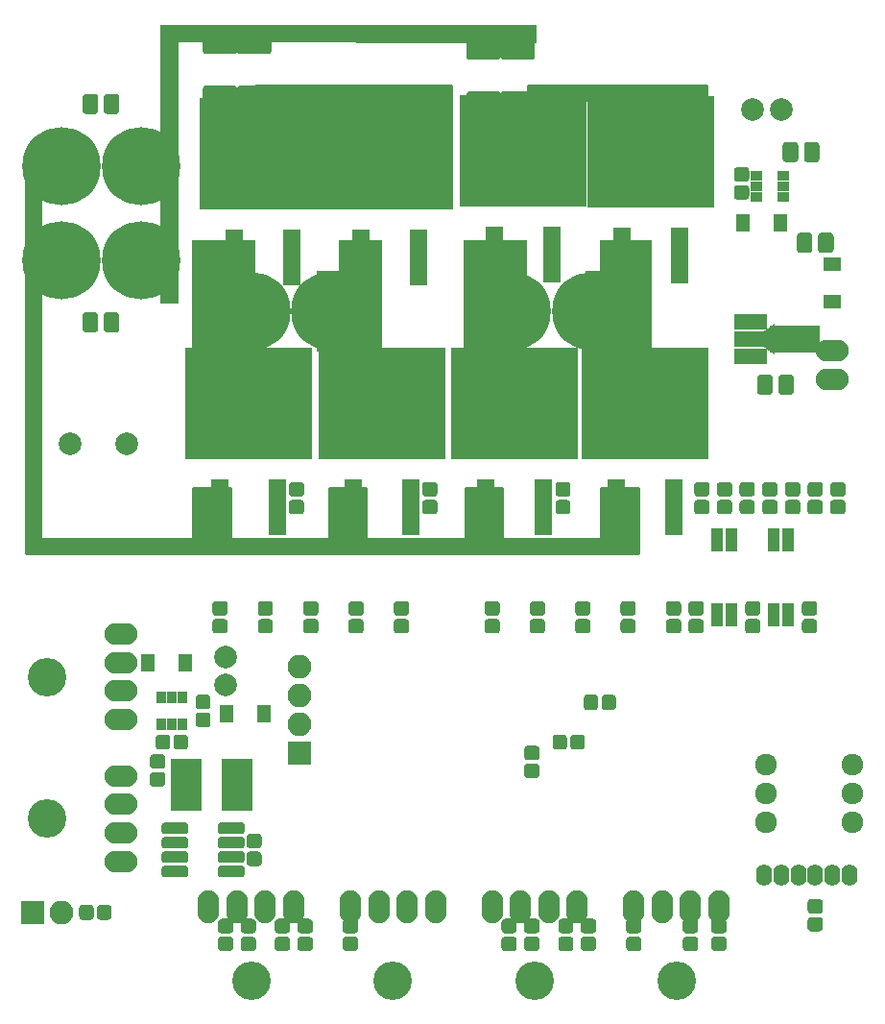
<source format=gbr>
G04 #@! TF.GenerationSoftware,KiCad,Pcbnew,(5.1.4)-1*
G04 #@! TF.CreationDate,2019-11-11T11:03:15+09:00*
G04 #@! TF.ProjectId,CanDCMD_ver1.1,43616e44-434d-4445-9f76-6572312e312e,rev?*
G04 #@! TF.SameCoordinates,Original*
G04 #@! TF.FileFunction,Soldermask,Bot*
G04 #@! TF.FilePolarity,Negative*
%FSLAX46Y46*%
G04 Gerber Fmt 4.6, Leading zero omitted, Abs format (unit mm)*
G04 Created by KiCad (PCBNEW (5.1.4)-1) date 2019-11-11 11:03:15*
%MOMM*%
%LPD*%
G04 APERTURE LIST*
%ADD10C,2.000000*%
%ADD11R,2.800000X4.600000*%
%ADD12C,3.400000*%
%ADD13O,2.900000X1.900000*%
%ADD14C,1.924000*%
%ADD15C,0.100000*%
%ADD16C,1.275000*%
%ADD17R,1.500000X5.000000*%
%ADD18R,11.200000X9.800000*%
%ADD19R,1.050000X2.100000*%
%ADD20C,1.750000*%
%ADD21C,1.000000*%
%ADD22O,1.900000X2.900000*%
%ADD23C,6.900000*%
%ADD24R,2.100000X2.100000*%
%ADD25O,2.100000X2.100000*%
%ADD26O,1.400000X1.924000*%
%ADD27R,1.300000X1.600000*%
%ADD28R,0.910000X1.100000*%
%ADD29R,2.900000X1.400000*%
%ADD30R,4.400000X2.400000*%
%ADD31C,1.150000*%
%ADD32C,1.375000*%
%ADD33R,1.100000X0.910000*%
%ADD34R,1.600000X1.300000*%
%ADD35C,0.026000*%
%ADD36C,0.254000*%
G04 APERTURE END LIST*
D10*
X155500000Y-68750000D03*
X153000000Y-68750000D03*
D11*
X107500000Y-128250000D03*
X103000000Y-128250000D03*
D12*
X90750000Y-131250000D03*
D13*
X97250000Y-135000000D03*
X97250000Y-132500000D03*
X97250000Y-130000000D03*
X97250000Y-127500000D03*
D14*
X161810000Y-131540000D03*
X161810000Y-129000000D03*
X161810000Y-126460000D03*
X154190000Y-126460000D03*
X154190000Y-129000000D03*
X154190000Y-131540000D03*
D15*
G36*
X117887493Y-140076535D02*
G01*
X117918435Y-140081125D01*
X117948778Y-140088725D01*
X117978230Y-140099263D01*
X118006508Y-140112638D01*
X118033338Y-140128719D01*
X118058463Y-140147353D01*
X118081640Y-140168360D01*
X118102647Y-140191537D01*
X118121281Y-140216662D01*
X118137362Y-140243492D01*
X118150737Y-140271770D01*
X118161275Y-140301222D01*
X118168875Y-140331565D01*
X118173465Y-140362507D01*
X118175000Y-140393750D01*
X118175000Y-141031250D01*
X118173465Y-141062493D01*
X118168875Y-141093435D01*
X118161275Y-141123778D01*
X118150737Y-141153230D01*
X118137362Y-141181508D01*
X118121281Y-141208338D01*
X118102647Y-141233463D01*
X118081640Y-141256640D01*
X118058463Y-141277647D01*
X118033338Y-141296281D01*
X118006508Y-141312362D01*
X117978230Y-141325737D01*
X117948778Y-141336275D01*
X117918435Y-141343875D01*
X117887493Y-141348465D01*
X117856250Y-141350000D01*
X117143750Y-141350000D01*
X117112507Y-141348465D01*
X117081565Y-141343875D01*
X117051222Y-141336275D01*
X117021770Y-141325737D01*
X116993492Y-141312362D01*
X116966662Y-141296281D01*
X116941537Y-141277647D01*
X116918360Y-141256640D01*
X116897353Y-141233463D01*
X116878719Y-141208338D01*
X116862638Y-141181508D01*
X116849263Y-141153230D01*
X116838725Y-141123778D01*
X116831125Y-141093435D01*
X116826535Y-141062493D01*
X116825000Y-141031250D01*
X116825000Y-140393750D01*
X116826535Y-140362507D01*
X116831125Y-140331565D01*
X116838725Y-140301222D01*
X116849263Y-140271770D01*
X116862638Y-140243492D01*
X116878719Y-140216662D01*
X116897353Y-140191537D01*
X116918360Y-140168360D01*
X116941537Y-140147353D01*
X116966662Y-140128719D01*
X116993492Y-140112638D01*
X117021770Y-140099263D01*
X117051222Y-140088725D01*
X117081565Y-140081125D01*
X117112507Y-140076535D01*
X117143750Y-140075000D01*
X117856250Y-140075000D01*
X117887493Y-140076535D01*
X117887493Y-140076535D01*
G37*
D16*
X117500000Y-140712500D03*
D15*
G36*
X117887493Y-141651535D02*
G01*
X117918435Y-141656125D01*
X117948778Y-141663725D01*
X117978230Y-141674263D01*
X118006508Y-141687638D01*
X118033338Y-141703719D01*
X118058463Y-141722353D01*
X118081640Y-141743360D01*
X118102647Y-141766537D01*
X118121281Y-141791662D01*
X118137362Y-141818492D01*
X118150737Y-141846770D01*
X118161275Y-141876222D01*
X118168875Y-141906565D01*
X118173465Y-141937507D01*
X118175000Y-141968750D01*
X118175000Y-142606250D01*
X118173465Y-142637493D01*
X118168875Y-142668435D01*
X118161275Y-142698778D01*
X118150737Y-142728230D01*
X118137362Y-142756508D01*
X118121281Y-142783338D01*
X118102647Y-142808463D01*
X118081640Y-142831640D01*
X118058463Y-142852647D01*
X118033338Y-142871281D01*
X118006508Y-142887362D01*
X117978230Y-142900737D01*
X117948778Y-142911275D01*
X117918435Y-142918875D01*
X117887493Y-142923465D01*
X117856250Y-142925000D01*
X117143750Y-142925000D01*
X117112507Y-142923465D01*
X117081565Y-142918875D01*
X117051222Y-142911275D01*
X117021770Y-142900737D01*
X116993492Y-142887362D01*
X116966662Y-142871281D01*
X116941537Y-142852647D01*
X116918360Y-142831640D01*
X116897353Y-142808463D01*
X116878719Y-142783338D01*
X116862638Y-142756508D01*
X116849263Y-142728230D01*
X116838725Y-142698778D01*
X116831125Y-142668435D01*
X116826535Y-142637493D01*
X116825000Y-142606250D01*
X116825000Y-141968750D01*
X116826535Y-141937507D01*
X116831125Y-141906565D01*
X116838725Y-141876222D01*
X116849263Y-141846770D01*
X116862638Y-141818492D01*
X116878719Y-141791662D01*
X116897353Y-141766537D01*
X116918360Y-141743360D01*
X116941537Y-141722353D01*
X116966662Y-141703719D01*
X116993492Y-141687638D01*
X117021770Y-141674263D01*
X117051222Y-141663725D01*
X117081565Y-141656125D01*
X117112507Y-141651535D01*
X117143750Y-141650000D01*
X117856250Y-141650000D01*
X117887493Y-141651535D01*
X117887493Y-141651535D01*
G37*
D16*
X117500000Y-142287500D03*
D15*
G36*
X118387493Y-113651535D02*
G01*
X118418435Y-113656125D01*
X118448778Y-113663725D01*
X118478230Y-113674263D01*
X118506508Y-113687638D01*
X118533338Y-113703719D01*
X118558463Y-113722353D01*
X118581640Y-113743360D01*
X118602647Y-113766537D01*
X118621281Y-113791662D01*
X118637362Y-113818492D01*
X118650737Y-113846770D01*
X118661275Y-113876222D01*
X118668875Y-113906565D01*
X118673465Y-113937507D01*
X118675000Y-113968750D01*
X118675000Y-114606250D01*
X118673465Y-114637493D01*
X118668875Y-114668435D01*
X118661275Y-114698778D01*
X118650737Y-114728230D01*
X118637362Y-114756508D01*
X118621281Y-114783338D01*
X118602647Y-114808463D01*
X118581640Y-114831640D01*
X118558463Y-114852647D01*
X118533338Y-114871281D01*
X118506508Y-114887362D01*
X118478230Y-114900737D01*
X118448778Y-114911275D01*
X118418435Y-114918875D01*
X118387493Y-114923465D01*
X118356250Y-114925000D01*
X117643750Y-114925000D01*
X117612507Y-114923465D01*
X117581565Y-114918875D01*
X117551222Y-114911275D01*
X117521770Y-114900737D01*
X117493492Y-114887362D01*
X117466662Y-114871281D01*
X117441537Y-114852647D01*
X117418360Y-114831640D01*
X117397353Y-114808463D01*
X117378719Y-114783338D01*
X117362638Y-114756508D01*
X117349263Y-114728230D01*
X117338725Y-114698778D01*
X117331125Y-114668435D01*
X117326535Y-114637493D01*
X117325000Y-114606250D01*
X117325000Y-113968750D01*
X117326535Y-113937507D01*
X117331125Y-113906565D01*
X117338725Y-113876222D01*
X117349263Y-113846770D01*
X117362638Y-113818492D01*
X117378719Y-113791662D01*
X117397353Y-113766537D01*
X117418360Y-113743360D01*
X117441537Y-113722353D01*
X117466662Y-113703719D01*
X117493492Y-113687638D01*
X117521770Y-113674263D01*
X117551222Y-113663725D01*
X117581565Y-113656125D01*
X117612507Y-113651535D01*
X117643750Y-113650000D01*
X118356250Y-113650000D01*
X118387493Y-113651535D01*
X118387493Y-113651535D01*
G37*
D16*
X118000000Y-114287500D03*
D15*
G36*
X118387493Y-112076535D02*
G01*
X118418435Y-112081125D01*
X118448778Y-112088725D01*
X118478230Y-112099263D01*
X118506508Y-112112638D01*
X118533338Y-112128719D01*
X118558463Y-112147353D01*
X118581640Y-112168360D01*
X118602647Y-112191537D01*
X118621281Y-112216662D01*
X118637362Y-112243492D01*
X118650737Y-112271770D01*
X118661275Y-112301222D01*
X118668875Y-112331565D01*
X118673465Y-112362507D01*
X118675000Y-112393750D01*
X118675000Y-113031250D01*
X118673465Y-113062493D01*
X118668875Y-113093435D01*
X118661275Y-113123778D01*
X118650737Y-113153230D01*
X118637362Y-113181508D01*
X118621281Y-113208338D01*
X118602647Y-113233463D01*
X118581640Y-113256640D01*
X118558463Y-113277647D01*
X118533338Y-113296281D01*
X118506508Y-113312362D01*
X118478230Y-113325737D01*
X118448778Y-113336275D01*
X118418435Y-113343875D01*
X118387493Y-113348465D01*
X118356250Y-113350000D01*
X117643750Y-113350000D01*
X117612507Y-113348465D01*
X117581565Y-113343875D01*
X117551222Y-113336275D01*
X117521770Y-113325737D01*
X117493492Y-113312362D01*
X117466662Y-113296281D01*
X117441537Y-113277647D01*
X117418360Y-113256640D01*
X117397353Y-113233463D01*
X117378719Y-113208338D01*
X117362638Y-113181508D01*
X117349263Y-113153230D01*
X117338725Y-113123778D01*
X117331125Y-113093435D01*
X117326535Y-113062493D01*
X117325000Y-113031250D01*
X117325000Y-112393750D01*
X117326535Y-112362507D01*
X117331125Y-112331565D01*
X117338725Y-112301222D01*
X117349263Y-112271770D01*
X117362638Y-112243492D01*
X117378719Y-112216662D01*
X117397353Y-112191537D01*
X117418360Y-112168360D01*
X117441537Y-112147353D01*
X117466662Y-112128719D01*
X117493492Y-112112638D01*
X117521770Y-112099263D01*
X117551222Y-112088725D01*
X117581565Y-112081125D01*
X117612507Y-112076535D01*
X117643750Y-112075000D01*
X118356250Y-112075000D01*
X118387493Y-112076535D01*
X118387493Y-112076535D01*
G37*
D16*
X118000000Y-112712500D03*
D15*
G36*
X106387493Y-112076535D02*
G01*
X106418435Y-112081125D01*
X106448778Y-112088725D01*
X106478230Y-112099263D01*
X106506508Y-112112638D01*
X106533338Y-112128719D01*
X106558463Y-112147353D01*
X106581640Y-112168360D01*
X106602647Y-112191537D01*
X106621281Y-112216662D01*
X106637362Y-112243492D01*
X106650737Y-112271770D01*
X106661275Y-112301222D01*
X106668875Y-112331565D01*
X106673465Y-112362507D01*
X106675000Y-112393750D01*
X106675000Y-113031250D01*
X106673465Y-113062493D01*
X106668875Y-113093435D01*
X106661275Y-113123778D01*
X106650737Y-113153230D01*
X106637362Y-113181508D01*
X106621281Y-113208338D01*
X106602647Y-113233463D01*
X106581640Y-113256640D01*
X106558463Y-113277647D01*
X106533338Y-113296281D01*
X106506508Y-113312362D01*
X106478230Y-113325737D01*
X106448778Y-113336275D01*
X106418435Y-113343875D01*
X106387493Y-113348465D01*
X106356250Y-113350000D01*
X105643750Y-113350000D01*
X105612507Y-113348465D01*
X105581565Y-113343875D01*
X105551222Y-113336275D01*
X105521770Y-113325737D01*
X105493492Y-113312362D01*
X105466662Y-113296281D01*
X105441537Y-113277647D01*
X105418360Y-113256640D01*
X105397353Y-113233463D01*
X105378719Y-113208338D01*
X105362638Y-113181508D01*
X105349263Y-113153230D01*
X105338725Y-113123778D01*
X105331125Y-113093435D01*
X105326535Y-113062493D01*
X105325000Y-113031250D01*
X105325000Y-112393750D01*
X105326535Y-112362507D01*
X105331125Y-112331565D01*
X105338725Y-112301222D01*
X105349263Y-112271770D01*
X105362638Y-112243492D01*
X105378719Y-112216662D01*
X105397353Y-112191537D01*
X105418360Y-112168360D01*
X105441537Y-112147353D01*
X105466662Y-112128719D01*
X105493492Y-112112638D01*
X105521770Y-112099263D01*
X105551222Y-112088725D01*
X105581565Y-112081125D01*
X105612507Y-112076535D01*
X105643750Y-112075000D01*
X106356250Y-112075000D01*
X106387493Y-112076535D01*
X106387493Y-112076535D01*
G37*
D16*
X106000000Y-112712500D03*
D15*
G36*
X106387493Y-113651535D02*
G01*
X106418435Y-113656125D01*
X106448778Y-113663725D01*
X106478230Y-113674263D01*
X106506508Y-113687638D01*
X106533338Y-113703719D01*
X106558463Y-113722353D01*
X106581640Y-113743360D01*
X106602647Y-113766537D01*
X106621281Y-113791662D01*
X106637362Y-113818492D01*
X106650737Y-113846770D01*
X106661275Y-113876222D01*
X106668875Y-113906565D01*
X106673465Y-113937507D01*
X106675000Y-113968750D01*
X106675000Y-114606250D01*
X106673465Y-114637493D01*
X106668875Y-114668435D01*
X106661275Y-114698778D01*
X106650737Y-114728230D01*
X106637362Y-114756508D01*
X106621281Y-114783338D01*
X106602647Y-114808463D01*
X106581640Y-114831640D01*
X106558463Y-114852647D01*
X106533338Y-114871281D01*
X106506508Y-114887362D01*
X106478230Y-114900737D01*
X106448778Y-114911275D01*
X106418435Y-114918875D01*
X106387493Y-114923465D01*
X106356250Y-114925000D01*
X105643750Y-114925000D01*
X105612507Y-114923465D01*
X105581565Y-114918875D01*
X105551222Y-114911275D01*
X105521770Y-114900737D01*
X105493492Y-114887362D01*
X105466662Y-114871281D01*
X105441537Y-114852647D01*
X105418360Y-114831640D01*
X105397353Y-114808463D01*
X105378719Y-114783338D01*
X105362638Y-114756508D01*
X105349263Y-114728230D01*
X105338725Y-114698778D01*
X105331125Y-114668435D01*
X105326535Y-114637493D01*
X105325000Y-114606250D01*
X105325000Y-113968750D01*
X105326535Y-113937507D01*
X105331125Y-113906565D01*
X105338725Y-113876222D01*
X105349263Y-113846770D01*
X105362638Y-113818492D01*
X105378719Y-113791662D01*
X105397353Y-113766537D01*
X105418360Y-113743360D01*
X105441537Y-113722353D01*
X105466662Y-113703719D01*
X105493492Y-113687638D01*
X105521770Y-113674263D01*
X105551222Y-113663725D01*
X105581565Y-113656125D01*
X105612507Y-113651535D01*
X105643750Y-113650000D01*
X106356250Y-113650000D01*
X106387493Y-113651535D01*
X106387493Y-113651535D01*
G37*
D16*
X106000000Y-114287500D03*
D15*
G36*
X139062493Y-120326535D02*
G01*
X139093435Y-120331125D01*
X139123778Y-120338725D01*
X139153230Y-120349263D01*
X139181508Y-120362638D01*
X139208338Y-120378719D01*
X139233463Y-120397353D01*
X139256640Y-120418360D01*
X139277647Y-120441537D01*
X139296281Y-120466662D01*
X139312362Y-120493492D01*
X139325737Y-120521770D01*
X139336275Y-120551222D01*
X139343875Y-120581565D01*
X139348465Y-120612507D01*
X139350000Y-120643750D01*
X139350000Y-121356250D01*
X139348465Y-121387493D01*
X139343875Y-121418435D01*
X139336275Y-121448778D01*
X139325737Y-121478230D01*
X139312362Y-121506508D01*
X139296281Y-121533338D01*
X139277647Y-121558463D01*
X139256640Y-121581640D01*
X139233463Y-121602647D01*
X139208338Y-121621281D01*
X139181508Y-121637362D01*
X139153230Y-121650737D01*
X139123778Y-121661275D01*
X139093435Y-121668875D01*
X139062493Y-121673465D01*
X139031250Y-121675000D01*
X138393750Y-121675000D01*
X138362507Y-121673465D01*
X138331565Y-121668875D01*
X138301222Y-121661275D01*
X138271770Y-121650737D01*
X138243492Y-121637362D01*
X138216662Y-121621281D01*
X138191537Y-121602647D01*
X138168360Y-121581640D01*
X138147353Y-121558463D01*
X138128719Y-121533338D01*
X138112638Y-121506508D01*
X138099263Y-121478230D01*
X138088725Y-121448778D01*
X138081125Y-121418435D01*
X138076535Y-121387493D01*
X138075000Y-121356250D01*
X138075000Y-120643750D01*
X138076535Y-120612507D01*
X138081125Y-120581565D01*
X138088725Y-120551222D01*
X138099263Y-120521770D01*
X138112638Y-120493492D01*
X138128719Y-120466662D01*
X138147353Y-120441537D01*
X138168360Y-120418360D01*
X138191537Y-120397353D01*
X138216662Y-120378719D01*
X138243492Y-120362638D01*
X138271770Y-120349263D01*
X138301222Y-120338725D01*
X138331565Y-120331125D01*
X138362507Y-120326535D01*
X138393750Y-120325000D01*
X139031250Y-120325000D01*
X139062493Y-120326535D01*
X139062493Y-120326535D01*
G37*
D16*
X138712500Y-121000000D03*
D15*
G36*
X140637493Y-120326535D02*
G01*
X140668435Y-120331125D01*
X140698778Y-120338725D01*
X140728230Y-120349263D01*
X140756508Y-120362638D01*
X140783338Y-120378719D01*
X140808463Y-120397353D01*
X140831640Y-120418360D01*
X140852647Y-120441537D01*
X140871281Y-120466662D01*
X140887362Y-120493492D01*
X140900737Y-120521770D01*
X140911275Y-120551222D01*
X140918875Y-120581565D01*
X140923465Y-120612507D01*
X140925000Y-120643750D01*
X140925000Y-121356250D01*
X140923465Y-121387493D01*
X140918875Y-121418435D01*
X140911275Y-121448778D01*
X140900737Y-121478230D01*
X140887362Y-121506508D01*
X140871281Y-121533338D01*
X140852647Y-121558463D01*
X140831640Y-121581640D01*
X140808463Y-121602647D01*
X140783338Y-121621281D01*
X140756508Y-121637362D01*
X140728230Y-121650737D01*
X140698778Y-121661275D01*
X140668435Y-121668875D01*
X140637493Y-121673465D01*
X140606250Y-121675000D01*
X139968750Y-121675000D01*
X139937507Y-121673465D01*
X139906565Y-121668875D01*
X139876222Y-121661275D01*
X139846770Y-121650737D01*
X139818492Y-121637362D01*
X139791662Y-121621281D01*
X139766537Y-121602647D01*
X139743360Y-121581640D01*
X139722353Y-121558463D01*
X139703719Y-121533338D01*
X139687638Y-121506508D01*
X139674263Y-121478230D01*
X139663725Y-121448778D01*
X139656125Y-121418435D01*
X139651535Y-121387493D01*
X139650000Y-121356250D01*
X139650000Y-120643750D01*
X139651535Y-120612507D01*
X139656125Y-120581565D01*
X139663725Y-120551222D01*
X139674263Y-120521770D01*
X139687638Y-120493492D01*
X139703719Y-120466662D01*
X139722353Y-120441537D01*
X139743360Y-120418360D01*
X139766537Y-120397353D01*
X139791662Y-120378719D01*
X139818492Y-120362638D01*
X139846770Y-120349263D01*
X139876222Y-120338725D01*
X139906565Y-120331125D01*
X139937507Y-120326535D01*
X139968750Y-120325000D01*
X140606250Y-120325000D01*
X140637493Y-120326535D01*
X140637493Y-120326535D01*
G37*
D16*
X140287500Y-121000000D03*
D15*
G36*
X133887493Y-126401535D02*
G01*
X133918435Y-126406125D01*
X133948778Y-126413725D01*
X133978230Y-126424263D01*
X134006508Y-126437638D01*
X134033338Y-126453719D01*
X134058463Y-126472353D01*
X134081640Y-126493360D01*
X134102647Y-126516537D01*
X134121281Y-126541662D01*
X134137362Y-126568492D01*
X134150737Y-126596770D01*
X134161275Y-126626222D01*
X134168875Y-126656565D01*
X134173465Y-126687507D01*
X134175000Y-126718750D01*
X134175000Y-127356250D01*
X134173465Y-127387493D01*
X134168875Y-127418435D01*
X134161275Y-127448778D01*
X134150737Y-127478230D01*
X134137362Y-127506508D01*
X134121281Y-127533338D01*
X134102647Y-127558463D01*
X134081640Y-127581640D01*
X134058463Y-127602647D01*
X134033338Y-127621281D01*
X134006508Y-127637362D01*
X133978230Y-127650737D01*
X133948778Y-127661275D01*
X133918435Y-127668875D01*
X133887493Y-127673465D01*
X133856250Y-127675000D01*
X133143750Y-127675000D01*
X133112507Y-127673465D01*
X133081565Y-127668875D01*
X133051222Y-127661275D01*
X133021770Y-127650737D01*
X132993492Y-127637362D01*
X132966662Y-127621281D01*
X132941537Y-127602647D01*
X132918360Y-127581640D01*
X132897353Y-127558463D01*
X132878719Y-127533338D01*
X132862638Y-127506508D01*
X132849263Y-127478230D01*
X132838725Y-127448778D01*
X132831125Y-127418435D01*
X132826535Y-127387493D01*
X132825000Y-127356250D01*
X132825000Y-126718750D01*
X132826535Y-126687507D01*
X132831125Y-126656565D01*
X132838725Y-126626222D01*
X132849263Y-126596770D01*
X132862638Y-126568492D01*
X132878719Y-126541662D01*
X132897353Y-126516537D01*
X132918360Y-126493360D01*
X132941537Y-126472353D01*
X132966662Y-126453719D01*
X132993492Y-126437638D01*
X133021770Y-126424263D01*
X133051222Y-126413725D01*
X133081565Y-126406125D01*
X133112507Y-126401535D01*
X133143750Y-126400000D01*
X133856250Y-126400000D01*
X133887493Y-126401535D01*
X133887493Y-126401535D01*
G37*
D16*
X133500000Y-127037500D03*
D15*
G36*
X133887493Y-124826535D02*
G01*
X133918435Y-124831125D01*
X133948778Y-124838725D01*
X133978230Y-124849263D01*
X134006508Y-124862638D01*
X134033338Y-124878719D01*
X134058463Y-124897353D01*
X134081640Y-124918360D01*
X134102647Y-124941537D01*
X134121281Y-124966662D01*
X134137362Y-124993492D01*
X134150737Y-125021770D01*
X134161275Y-125051222D01*
X134168875Y-125081565D01*
X134173465Y-125112507D01*
X134175000Y-125143750D01*
X134175000Y-125781250D01*
X134173465Y-125812493D01*
X134168875Y-125843435D01*
X134161275Y-125873778D01*
X134150737Y-125903230D01*
X134137362Y-125931508D01*
X134121281Y-125958338D01*
X134102647Y-125983463D01*
X134081640Y-126006640D01*
X134058463Y-126027647D01*
X134033338Y-126046281D01*
X134006508Y-126062362D01*
X133978230Y-126075737D01*
X133948778Y-126086275D01*
X133918435Y-126093875D01*
X133887493Y-126098465D01*
X133856250Y-126100000D01*
X133143750Y-126100000D01*
X133112507Y-126098465D01*
X133081565Y-126093875D01*
X133051222Y-126086275D01*
X133021770Y-126075737D01*
X132993492Y-126062362D01*
X132966662Y-126046281D01*
X132941537Y-126027647D01*
X132918360Y-126006640D01*
X132897353Y-125983463D01*
X132878719Y-125958338D01*
X132862638Y-125931508D01*
X132849263Y-125903230D01*
X132838725Y-125873778D01*
X132831125Y-125843435D01*
X132826535Y-125812493D01*
X132825000Y-125781250D01*
X132825000Y-125143750D01*
X132826535Y-125112507D01*
X132831125Y-125081565D01*
X132838725Y-125051222D01*
X132849263Y-125021770D01*
X132862638Y-124993492D01*
X132878719Y-124966662D01*
X132897353Y-124941537D01*
X132918360Y-124918360D01*
X132941537Y-124897353D01*
X132966662Y-124878719D01*
X132993492Y-124862638D01*
X133021770Y-124849263D01*
X133051222Y-124838725D01*
X133081565Y-124831125D01*
X133112507Y-124826535D01*
X133143750Y-124825000D01*
X133856250Y-124825000D01*
X133887493Y-124826535D01*
X133887493Y-124826535D01*
G37*
D16*
X133500000Y-125462500D03*
D15*
G36*
X142887493Y-141651535D02*
G01*
X142918435Y-141656125D01*
X142948778Y-141663725D01*
X142978230Y-141674263D01*
X143006508Y-141687638D01*
X143033338Y-141703719D01*
X143058463Y-141722353D01*
X143081640Y-141743360D01*
X143102647Y-141766537D01*
X143121281Y-141791662D01*
X143137362Y-141818492D01*
X143150737Y-141846770D01*
X143161275Y-141876222D01*
X143168875Y-141906565D01*
X143173465Y-141937507D01*
X143175000Y-141968750D01*
X143175000Y-142606250D01*
X143173465Y-142637493D01*
X143168875Y-142668435D01*
X143161275Y-142698778D01*
X143150737Y-142728230D01*
X143137362Y-142756508D01*
X143121281Y-142783338D01*
X143102647Y-142808463D01*
X143081640Y-142831640D01*
X143058463Y-142852647D01*
X143033338Y-142871281D01*
X143006508Y-142887362D01*
X142978230Y-142900737D01*
X142948778Y-142911275D01*
X142918435Y-142918875D01*
X142887493Y-142923465D01*
X142856250Y-142925000D01*
X142143750Y-142925000D01*
X142112507Y-142923465D01*
X142081565Y-142918875D01*
X142051222Y-142911275D01*
X142021770Y-142900737D01*
X141993492Y-142887362D01*
X141966662Y-142871281D01*
X141941537Y-142852647D01*
X141918360Y-142831640D01*
X141897353Y-142808463D01*
X141878719Y-142783338D01*
X141862638Y-142756508D01*
X141849263Y-142728230D01*
X141838725Y-142698778D01*
X141831125Y-142668435D01*
X141826535Y-142637493D01*
X141825000Y-142606250D01*
X141825000Y-141968750D01*
X141826535Y-141937507D01*
X141831125Y-141906565D01*
X141838725Y-141876222D01*
X141849263Y-141846770D01*
X141862638Y-141818492D01*
X141878719Y-141791662D01*
X141897353Y-141766537D01*
X141918360Y-141743360D01*
X141941537Y-141722353D01*
X141966662Y-141703719D01*
X141993492Y-141687638D01*
X142021770Y-141674263D01*
X142051222Y-141663725D01*
X142081565Y-141656125D01*
X142112507Y-141651535D01*
X142143750Y-141650000D01*
X142856250Y-141650000D01*
X142887493Y-141651535D01*
X142887493Y-141651535D01*
G37*
D16*
X142500000Y-142287500D03*
D15*
G36*
X142887493Y-140076535D02*
G01*
X142918435Y-140081125D01*
X142948778Y-140088725D01*
X142978230Y-140099263D01*
X143006508Y-140112638D01*
X143033338Y-140128719D01*
X143058463Y-140147353D01*
X143081640Y-140168360D01*
X143102647Y-140191537D01*
X143121281Y-140216662D01*
X143137362Y-140243492D01*
X143150737Y-140271770D01*
X143161275Y-140301222D01*
X143168875Y-140331565D01*
X143173465Y-140362507D01*
X143175000Y-140393750D01*
X143175000Y-141031250D01*
X143173465Y-141062493D01*
X143168875Y-141093435D01*
X143161275Y-141123778D01*
X143150737Y-141153230D01*
X143137362Y-141181508D01*
X143121281Y-141208338D01*
X143102647Y-141233463D01*
X143081640Y-141256640D01*
X143058463Y-141277647D01*
X143033338Y-141296281D01*
X143006508Y-141312362D01*
X142978230Y-141325737D01*
X142948778Y-141336275D01*
X142918435Y-141343875D01*
X142887493Y-141348465D01*
X142856250Y-141350000D01*
X142143750Y-141350000D01*
X142112507Y-141348465D01*
X142081565Y-141343875D01*
X142051222Y-141336275D01*
X142021770Y-141325737D01*
X141993492Y-141312362D01*
X141966662Y-141296281D01*
X141941537Y-141277647D01*
X141918360Y-141256640D01*
X141897353Y-141233463D01*
X141878719Y-141208338D01*
X141862638Y-141181508D01*
X141849263Y-141153230D01*
X141838725Y-141123778D01*
X141831125Y-141093435D01*
X141826535Y-141062493D01*
X141825000Y-141031250D01*
X141825000Y-140393750D01*
X141826535Y-140362507D01*
X141831125Y-140331565D01*
X141838725Y-140301222D01*
X141849263Y-140271770D01*
X141862638Y-140243492D01*
X141878719Y-140216662D01*
X141897353Y-140191537D01*
X141918360Y-140168360D01*
X141941537Y-140147353D01*
X141966662Y-140128719D01*
X141993492Y-140112638D01*
X142021770Y-140099263D01*
X142051222Y-140088725D01*
X142081565Y-140081125D01*
X142112507Y-140076535D01*
X142143750Y-140075000D01*
X142856250Y-140075000D01*
X142887493Y-140076535D01*
X142887493Y-140076535D01*
G37*
D16*
X142500000Y-140712500D03*
D15*
G36*
X142387493Y-113651535D02*
G01*
X142418435Y-113656125D01*
X142448778Y-113663725D01*
X142478230Y-113674263D01*
X142506508Y-113687638D01*
X142533338Y-113703719D01*
X142558463Y-113722353D01*
X142581640Y-113743360D01*
X142602647Y-113766537D01*
X142621281Y-113791662D01*
X142637362Y-113818492D01*
X142650737Y-113846770D01*
X142661275Y-113876222D01*
X142668875Y-113906565D01*
X142673465Y-113937507D01*
X142675000Y-113968750D01*
X142675000Y-114606250D01*
X142673465Y-114637493D01*
X142668875Y-114668435D01*
X142661275Y-114698778D01*
X142650737Y-114728230D01*
X142637362Y-114756508D01*
X142621281Y-114783338D01*
X142602647Y-114808463D01*
X142581640Y-114831640D01*
X142558463Y-114852647D01*
X142533338Y-114871281D01*
X142506508Y-114887362D01*
X142478230Y-114900737D01*
X142448778Y-114911275D01*
X142418435Y-114918875D01*
X142387493Y-114923465D01*
X142356250Y-114925000D01*
X141643750Y-114925000D01*
X141612507Y-114923465D01*
X141581565Y-114918875D01*
X141551222Y-114911275D01*
X141521770Y-114900737D01*
X141493492Y-114887362D01*
X141466662Y-114871281D01*
X141441537Y-114852647D01*
X141418360Y-114831640D01*
X141397353Y-114808463D01*
X141378719Y-114783338D01*
X141362638Y-114756508D01*
X141349263Y-114728230D01*
X141338725Y-114698778D01*
X141331125Y-114668435D01*
X141326535Y-114637493D01*
X141325000Y-114606250D01*
X141325000Y-113968750D01*
X141326535Y-113937507D01*
X141331125Y-113906565D01*
X141338725Y-113876222D01*
X141349263Y-113846770D01*
X141362638Y-113818492D01*
X141378719Y-113791662D01*
X141397353Y-113766537D01*
X141418360Y-113743360D01*
X141441537Y-113722353D01*
X141466662Y-113703719D01*
X141493492Y-113687638D01*
X141521770Y-113674263D01*
X141551222Y-113663725D01*
X141581565Y-113656125D01*
X141612507Y-113651535D01*
X141643750Y-113650000D01*
X142356250Y-113650000D01*
X142387493Y-113651535D01*
X142387493Y-113651535D01*
G37*
D16*
X142000000Y-114287500D03*
D15*
G36*
X142387493Y-112076535D02*
G01*
X142418435Y-112081125D01*
X142448778Y-112088725D01*
X142478230Y-112099263D01*
X142506508Y-112112638D01*
X142533338Y-112128719D01*
X142558463Y-112147353D01*
X142581640Y-112168360D01*
X142602647Y-112191537D01*
X142621281Y-112216662D01*
X142637362Y-112243492D01*
X142650737Y-112271770D01*
X142661275Y-112301222D01*
X142668875Y-112331565D01*
X142673465Y-112362507D01*
X142675000Y-112393750D01*
X142675000Y-113031250D01*
X142673465Y-113062493D01*
X142668875Y-113093435D01*
X142661275Y-113123778D01*
X142650737Y-113153230D01*
X142637362Y-113181508D01*
X142621281Y-113208338D01*
X142602647Y-113233463D01*
X142581640Y-113256640D01*
X142558463Y-113277647D01*
X142533338Y-113296281D01*
X142506508Y-113312362D01*
X142478230Y-113325737D01*
X142448778Y-113336275D01*
X142418435Y-113343875D01*
X142387493Y-113348465D01*
X142356250Y-113350000D01*
X141643750Y-113350000D01*
X141612507Y-113348465D01*
X141581565Y-113343875D01*
X141551222Y-113336275D01*
X141521770Y-113325737D01*
X141493492Y-113312362D01*
X141466662Y-113296281D01*
X141441537Y-113277647D01*
X141418360Y-113256640D01*
X141397353Y-113233463D01*
X141378719Y-113208338D01*
X141362638Y-113181508D01*
X141349263Y-113153230D01*
X141338725Y-113123778D01*
X141331125Y-113093435D01*
X141326535Y-113062493D01*
X141325000Y-113031250D01*
X141325000Y-112393750D01*
X141326535Y-112362507D01*
X141331125Y-112331565D01*
X141338725Y-112301222D01*
X141349263Y-112271770D01*
X141362638Y-112243492D01*
X141378719Y-112216662D01*
X141397353Y-112191537D01*
X141418360Y-112168360D01*
X141441537Y-112147353D01*
X141466662Y-112128719D01*
X141493492Y-112112638D01*
X141521770Y-112099263D01*
X141551222Y-112088725D01*
X141581565Y-112081125D01*
X141612507Y-112076535D01*
X141643750Y-112075000D01*
X142356250Y-112075000D01*
X142387493Y-112076535D01*
X142387493Y-112076535D01*
G37*
D16*
X142000000Y-112712500D03*
D15*
G36*
X130387493Y-112076535D02*
G01*
X130418435Y-112081125D01*
X130448778Y-112088725D01*
X130478230Y-112099263D01*
X130506508Y-112112638D01*
X130533338Y-112128719D01*
X130558463Y-112147353D01*
X130581640Y-112168360D01*
X130602647Y-112191537D01*
X130621281Y-112216662D01*
X130637362Y-112243492D01*
X130650737Y-112271770D01*
X130661275Y-112301222D01*
X130668875Y-112331565D01*
X130673465Y-112362507D01*
X130675000Y-112393750D01*
X130675000Y-113031250D01*
X130673465Y-113062493D01*
X130668875Y-113093435D01*
X130661275Y-113123778D01*
X130650737Y-113153230D01*
X130637362Y-113181508D01*
X130621281Y-113208338D01*
X130602647Y-113233463D01*
X130581640Y-113256640D01*
X130558463Y-113277647D01*
X130533338Y-113296281D01*
X130506508Y-113312362D01*
X130478230Y-113325737D01*
X130448778Y-113336275D01*
X130418435Y-113343875D01*
X130387493Y-113348465D01*
X130356250Y-113350000D01*
X129643750Y-113350000D01*
X129612507Y-113348465D01*
X129581565Y-113343875D01*
X129551222Y-113336275D01*
X129521770Y-113325737D01*
X129493492Y-113312362D01*
X129466662Y-113296281D01*
X129441537Y-113277647D01*
X129418360Y-113256640D01*
X129397353Y-113233463D01*
X129378719Y-113208338D01*
X129362638Y-113181508D01*
X129349263Y-113153230D01*
X129338725Y-113123778D01*
X129331125Y-113093435D01*
X129326535Y-113062493D01*
X129325000Y-113031250D01*
X129325000Y-112393750D01*
X129326535Y-112362507D01*
X129331125Y-112331565D01*
X129338725Y-112301222D01*
X129349263Y-112271770D01*
X129362638Y-112243492D01*
X129378719Y-112216662D01*
X129397353Y-112191537D01*
X129418360Y-112168360D01*
X129441537Y-112147353D01*
X129466662Y-112128719D01*
X129493492Y-112112638D01*
X129521770Y-112099263D01*
X129551222Y-112088725D01*
X129581565Y-112081125D01*
X129612507Y-112076535D01*
X129643750Y-112075000D01*
X130356250Y-112075000D01*
X130387493Y-112076535D01*
X130387493Y-112076535D01*
G37*
D16*
X130000000Y-112712500D03*
D15*
G36*
X130387493Y-113651535D02*
G01*
X130418435Y-113656125D01*
X130448778Y-113663725D01*
X130478230Y-113674263D01*
X130506508Y-113687638D01*
X130533338Y-113703719D01*
X130558463Y-113722353D01*
X130581640Y-113743360D01*
X130602647Y-113766537D01*
X130621281Y-113791662D01*
X130637362Y-113818492D01*
X130650737Y-113846770D01*
X130661275Y-113876222D01*
X130668875Y-113906565D01*
X130673465Y-113937507D01*
X130675000Y-113968750D01*
X130675000Y-114606250D01*
X130673465Y-114637493D01*
X130668875Y-114668435D01*
X130661275Y-114698778D01*
X130650737Y-114728230D01*
X130637362Y-114756508D01*
X130621281Y-114783338D01*
X130602647Y-114808463D01*
X130581640Y-114831640D01*
X130558463Y-114852647D01*
X130533338Y-114871281D01*
X130506508Y-114887362D01*
X130478230Y-114900737D01*
X130448778Y-114911275D01*
X130418435Y-114918875D01*
X130387493Y-114923465D01*
X130356250Y-114925000D01*
X129643750Y-114925000D01*
X129612507Y-114923465D01*
X129581565Y-114918875D01*
X129551222Y-114911275D01*
X129521770Y-114900737D01*
X129493492Y-114887362D01*
X129466662Y-114871281D01*
X129441537Y-114852647D01*
X129418360Y-114831640D01*
X129397353Y-114808463D01*
X129378719Y-114783338D01*
X129362638Y-114756508D01*
X129349263Y-114728230D01*
X129338725Y-114698778D01*
X129331125Y-114668435D01*
X129326535Y-114637493D01*
X129325000Y-114606250D01*
X129325000Y-113968750D01*
X129326535Y-113937507D01*
X129331125Y-113906565D01*
X129338725Y-113876222D01*
X129349263Y-113846770D01*
X129362638Y-113818492D01*
X129378719Y-113791662D01*
X129397353Y-113766537D01*
X129418360Y-113743360D01*
X129441537Y-113722353D01*
X129466662Y-113703719D01*
X129493492Y-113687638D01*
X129521770Y-113674263D01*
X129551222Y-113663725D01*
X129581565Y-113656125D01*
X129612507Y-113651535D01*
X129643750Y-113650000D01*
X130356250Y-113650000D01*
X130387493Y-113651535D01*
X130387493Y-113651535D01*
G37*
D16*
X130000000Y-114287500D03*
D15*
G36*
X153387493Y-113651535D02*
G01*
X153418435Y-113656125D01*
X153448778Y-113663725D01*
X153478230Y-113674263D01*
X153506508Y-113687638D01*
X153533338Y-113703719D01*
X153558463Y-113722353D01*
X153581640Y-113743360D01*
X153602647Y-113766537D01*
X153621281Y-113791662D01*
X153637362Y-113818492D01*
X153650737Y-113846770D01*
X153661275Y-113876222D01*
X153668875Y-113906565D01*
X153673465Y-113937507D01*
X153675000Y-113968750D01*
X153675000Y-114606250D01*
X153673465Y-114637493D01*
X153668875Y-114668435D01*
X153661275Y-114698778D01*
X153650737Y-114728230D01*
X153637362Y-114756508D01*
X153621281Y-114783338D01*
X153602647Y-114808463D01*
X153581640Y-114831640D01*
X153558463Y-114852647D01*
X153533338Y-114871281D01*
X153506508Y-114887362D01*
X153478230Y-114900737D01*
X153448778Y-114911275D01*
X153418435Y-114918875D01*
X153387493Y-114923465D01*
X153356250Y-114925000D01*
X152643750Y-114925000D01*
X152612507Y-114923465D01*
X152581565Y-114918875D01*
X152551222Y-114911275D01*
X152521770Y-114900737D01*
X152493492Y-114887362D01*
X152466662Y-114871281D01*
X152441537Y-114852647D01*
X152418360Y-114831640D01*
X152397353Y-114808463D01*
X152378719Y-114783338D01*
X152362638Y-114756508D01*
X152349263Y-114728230D01*
X152338725Y-114698778D01*
X152331125Y-114668435D01*
X152326535Y-114637493D01*
X152325000Y-114606250D01*
X152325000Y-113968750D01*
X152326535Y-113937507D01*
X152331125Y-113906565D01*
X152338725Y-113876222D01*
X152349263Y-113846770D01*
X152362638Y-113818492D01*
X152378719Y-113791662D01*
X152397353Y-113766537D01*
X152418360Y-113743360D01*
X152441537Y-113722353D01*
X152466662Y-113703719D01*
X152493492Y-113687638D01*
X152521770Y-113674263D01*
X152551222Y-113663725D01*
X152581565Y-113656125D01*
X152612507Y-113651535D01*
X152643750Y-113650000D01*
X153356250Y-113650000D01*
X153387493Y-113651535D01*
X153387493Y-113651535D01*
G37*
D16*
X153000000Y-114287500D03*
D15*
G36*
X153387493Y-112076535D02*
G01*
X153418435Y-112081125D01*
X153448778Y-112088725D01*
X153478230Y-112099263D01*
X153506508Y-112112638D01*
X153533338Y-112128719D01*
X153558463Y-112147353D01*
X153581640Y-112168360D01*
X153602647Y-112191537D01*
X153621281Y-112216662D01*
X153637362Y-112243492D01*
X153650737Y-112271770D01*
X153661275Y-112301222D01*
X153668875Y-112331565D01*
X153673465Y-112362507D01*
X153675000Y-112393750D01*
X153675000Y-113031250D01*
X153673465Y-113062493D01*
X153668875Y-113093435D01*
X153661275Y-113123778D01*
X153650737Y-113153230D01*
X153637362Y-113181508D01*
X153621281Y-113208338D01*
X153602647Y-113233463D01*
X153581640Y-113256640D01*
X153558463Y-113277647D01*
X153533338Y-113296281D01*
X153506508Y-113312362D01*
X153478230Y-113325737D01*
X153448778Y-113336275D01*
X153418435Y-113343875D01*
X153387493Y-113348465D01*
X153356250Y-113350000D01*
X152643750Y-113350000D01*
X152612507Y-113348465D01*
X152581565Y-113343875D01*
X152551222Y-113336275D01*
X152521770Y-113325737D01*
X152493492Y-113312362D01*
X152466662Y-113296281D01*
X152441537Y-113277647D01*
X152418360Y-113256640D01*
X152397353Y-113233463D01*
X152378719Y-113208338D01*
X152362638Y-113181508D01*
X152349263Y-113153230D01*
X152338725Y-113123778D01*
X152331125Y-113093435D01*
X152326535Y-113062493D01*
X152325000Y-113031250D01*
X152325000Y-112393750D01*
X152326535Y-112362507D01*
X152331125Y-112331565D01*
X152338725Y-112301222D01*
X152349263Y-112271770D01*
X152362638Y-112243492D01*
X152378719Y-112216662D01*
X152397353Y-112191537D01*
X152418360Y-112168360D01*
X152441537Y-112147353D01*
X152466662Y-112128719D01*
X152493492Y-112112638D01*
X152521770Y-112099263D01*
X152551222Y-112088725D01*
X152581565Y-112081125D01*
X152612507Y-112076535D01*
X152643750Y-112075000D01*
X153356250Y-112075000D01*
X153387493Y-112076535D01*
X153387493Y-112076535D01*
G37*
D16*
X153000000Y-112712500D03*
D15*
G36*
X109387493Y-132576535D02*
G01*
X109418435Y-132581125D01*
X109448778Y-132588725D01*
X109478230Y-132599263D01*
X109506508Y-132612638D01*
X109533338Y-132628719D01*
X109558463Y-132647353D01*
X109581640Y-132668360D01*
X109602647Y-132691537D01*
X109621281Y-132716662D01*
X109637362Y-132743492D01*
X109650737Y-132771770D01*
X109661275Y-132801222D01*
X109668875Y-132831565D01*
X109673465Y-132862507D01*
X109675000Y-132893750D01*
X109675000Y-133531250D01*
X109673465Y-133562493D01*
X109668875Y-133593435D01*
X109661275Y-133623778D01*
X109650737Y-133653230D01*
X109637362Y-133681508D01*
X109621281Y-133708338D01*
X109602647Y-133733463D01*
X109581640Y-133756640D01*
X109558463Y-133777647D01*
X109533338Y-133796281D01*
X109506508Y-133812362D01*
X109478230Y-133825737D01*
X109448778Y-133836275D01*
X109418435Y-133843875D01*
X109387493Y-133848465D01*
X109356250Y-133850000D01*
X108643750Y-133850000D01*
X108612507Y-133848465D01*
X108581565Y-133843875D01*
X108551222Y-133836275D01*
X108521770Y-133825737D01*
X108493492Y-133812362D01*
X108466662Y-133796281D01*
X108441537Y-133777647D01*
X108418360Y-133756640D01*
X108397353Y-133733463D01*
X108378719Y-133708338D01*
X108362638Y-133681508D01*
X108349263Y-133653230D01*
X108338725Y-133623778D01*
X108331125Y-133593435D01*
X108326535Y-133562493D01*
X108325000Y-133531250D01*
X108325000Y-132893750D01*
X108326535Y-132862507D01*
X108331125Y-132831565D01*
X108338725Y-132801222D01*
X108349263Y-132771770D01*
X108362638Y-132743492D01*
X108378719Y-132716662D01*
X108397353Y-132691537D01*
X108418360Y-132668360D01*
X108441537Y-132647353D01*
X108466662Y-132628719D01*
X108493492Y-132612638D01*
X108521770Y-132599263D01*
X108551222Y-132588725D01*
X108581565Y-132581125D01*
X108612507Y-132576535D01*
X108643750Y-132575000D01*
X109356250Y-132575000D01*
X109387493Y-132576535D01*
X109387493Y-132576535D01*
G37*
D16*
X109000000Y-133212500D03*
D15*
G36*
X109387493Y-134151535D02*
G01*
X109418435Y-134156125D01*
X109448778Y-134163725D01*
X109478230Y-134174263D01*
X109506508Y-134187638D01*
X109533338Y-134203719D01*
X109558463Y-134222353D01*
X109581640Y-134243360D01*
X109602647Y-134266537D01*
X109621281Y-134291662D01*
X109637362Y-134318492D01*
X109650737Y-134346770D01*
X109661275Y-134376222D01*
X109668875Y-134406565D01*
X109673465Y-134437507D01*
X109675000Y-134468750D01*
X109675000Y-135106250D01*
X109673465Y-135137493D01*
X109668875Y-135168435D01*
X109661275Y-135198778D01*
X109650737Y-135228230D01*
X109637362Y-135256508D01*
X109621281Y-135283338D01*
X109602647Y-135308463D01*
X109581640Y-135331640D01*
X109558463Y-135352647D01*
X109533338Y-135371281D01*
X109506508Y-135387362D01*
X109478230Y-135400737D01*
X109448778Y-135411275D01*
X109418435Y-135418875D01*
X109387493Y-135423465D01*
X109356250Y-135425000D01*
X108643750Y-135425000D01*
X108612507Y-135423465D01*
X108581565Y-135418875D01*
X108551222Y-135411275D01*
X108521770Y-135400737D01*
X108493492Y-135387362D01*
X108466662Y-135371281D01*
X108441537Y-135352647D01*
X108418360Y-135331640D01*
X108397353Y-135308463D01*
X108378719Y-135283338D01*
X108362638Y-135256508D01*
X108349263Y-135228230D01*
X108338725Y-135198778D01*
X108331125Y-135168435D01*
X108326535Y-135137493D01*
X108325000Y-135106250D01*
X108325000Y-134468750D01*
X108326535Y-134437507D01*
X108331125Y-134406565D01*
X108338725Y-134376222D01*
X108349263Y-134346770D01*
X108362638Y-134318492D01*
X108378719Y-134291662D01*
X108397353Y-134266537D01*
X108418360Y-134243360D01*
X108441537Y-134222353D01*
X108466662Y-134203719D01*
X108493492Y-134187638D01*
X108521770Y-134174263D01*
X108551222Y-134163725D01*
X108581565Y-134156125D01*
X108612507Y-134151535D01*
X108643750Y-134150000D01*
X109356250Y-134150000D01*
X109387493Y-134151535D01*
X109387493Y-134151535D01*
G37*
D16*
X109000000Y-134787500D03*
D15*
G36*
X106887493Y-141651535D02*
G01*
X106918435Y-141656125D01*
X106948778Y-141663725D01*
X106978230Y-141674263D01*
X107006508Y-141687638D01*
X107033338Y-141703719D01*
X107058463Y-141722353D01*
X107081640Y-141743360D01*
X107102647Y-141766537D01*
X107121281Y-141791662D01*
X107137362Y-141818492D01*
X107150737Y-141846770D01*
X107161275Y-141876222D01*
X107168875Y-141906565D01*
X107173465Y-141937507D01*
X107175000Y-141968750D01*
X107175000Y-142606250D01*
X107173465Y-142637493D01*
X107168875Y-142668435D01*
X107161275Y-142698778D01*
X107150737Y-142728230D01*
X107137362Y-142756508D01*
X107121281Y-142783338D01*
X107102647Y-142808463D01*
X107081640Y-142831640D01*
X107058463Y-142852647D01*
X107033338Y-142871281D01*
X107006508Y-142887362D01*
X106978230Y-142900737D01*
X106948778Y-142911275D01*
X106918435Y-142918875D01*
X106887493Y-142923465D01*
X106856250Y-142925000D01*
X106143750Y-142925000D01*
X106112507Y-142923465D01*
X106081565Y-142918875D01*
X106051222Y-142911275D01*
X106021770Y-142900737D01*
X105993492Y-142887362D01*
X105966662Y-142871281D01*
X105941537Y-142852647D01*
X105918360Y-142831640D01*
X105897353Y-142808463D01*
X105878719Y-142783338D01*
X105862638Y-142756508D01*
X105849263Y-142728230D01*
X105838725Y-142698778D01*
X105831125Y-142668435D01*
X105826535Y-142637493D01*
X105825000Y-142606250D01*
X105825000Y-141968750D01*
X105826535Y-141937507D01*
X105831125Y-141906565D01*
X105838725Y-141876222D01*
X105849263Y-141846770D01*
X105862638Y-141818492D01*
X105878719Y-141791662D01*
X105897353Y-141766537D01*
X105918360Y-141743360D01*
X105941537Y-141722353D01*
X105966662Y-141703719D01*
X105993492Y-141687638D01*
X106021770Y-141674263D01*
X106051222Y-141663725D01*
X106081565Y-141656125D01*
X106112507Y-141651535D01*
X106143750Y-141650000D01*
X106856250Y-141650000D01*
X106887493Y-141651535D01*
X106887493Y-141651535D01*
G37*
D16*
X106500000Y-142287500D03*
D15*
G36*
X106887493Y-140076535D02*
G01*
X106918435Y-140081125D01*
X106948778Y-140088725D01*
X106978230Y-140099263D01*
X107006508Y-140112638D01*
X107033338Y-140128719D01*
X107058463Y-140147353D01*
X107081640Y-140168360D01*
X107102647Y-140191537D01*
X107121281Y-140216662D01*
X107137362Y-140243492D01*
X107150737Y-140271770D01*
X107161275Y-140301222D01*
X107168875Y-140331565D01*
X107173465Y-140362507D01*
X107175000Y-140393750D01*
X107175000Y-141031250D01*
X107173465Y-141062493D01*
X107168875Y-141093435D01*
X107161275Y-141123778D01*
X107150737Y-141153230D01*
X107137362Y-141181508D01*
X107121281Y-141208338D01*
X107102647Y-141233463D01*
X107081640Y-141256640D01*
X107058463Y-141277647D01*
X107033338Y-141296281D01*
X107006508Y-141312362D01*
X106978230Y-141325737D01*
X106948778Y-141336275D01*
X106918435Y-141343875D01*
X106887493Y-141348465D01*
X106856250Y-141350000D01*
X106143750Y-141350000D01*
X106112507Y-141348465D01*
X106081565Y-141343875D01*
X106051222Y-141336275D01*
X106021770Y-141325737D01*
X105993492Y-141312362D01*
X105966662Y-141296281D01*
X105941537Y-141277647D01*
X105918360Y-141256640D01*
X105897353Y-141233463D01*
X105878719Y-141208338D01*
X105862638Y-141181508D01*
X105849263Y-141153230D01*
X105838725Y-141123778D01*
X105831125Y-141093435D01*
X105826535Y-141062493D01*
X105825000Y-141031250D01*
X105825000Y-140393750D01*
X105826535Y-140362507D01*
X105831125Y-140331565D01*
X105838725Y-140301222D01*
X105849263Y-140271770D01*
X105862638Y-140243492D01*
X105878719Y-140216662D01*
X105897353Y-140191537D01*
X105918360Y-140168360D01*
X105941537Y-140147353D01*
X105966662Y-140128719D01*
X105993492Y-140112638D01*
X106021770Y-140099263D01*
X106051222Y-140088725D01*
X106081565Y-140081125D01*
X106112507Y-140076535D01*
X106143750Y-140075000D01*
X106856250Y-140075000D01*
X106887493Y-140076535D01*
X106887493Y-140076535D01*
G37*
D16*
X106500000Y-140712500D03*
D15*
G36*
X111887493Y-140076535D02*
G01*
X111918435Y-140081125D01*
X111948778Y-140088725D01*
X111978230Y-140099263D01*
X112006508Y-140112638D01*
X112033338Y-140128719D01*
X112058463Y-140147353D01*
X112081640Y-140168360D01*
X112102647Y-140191537D01*
X112121281Y-140216662D01*
X112137362Y-140243492D01*
X112150737Y-140271770D01*
X112161275Y-140301222D01*
X112168875Y-140331565D01*
X112173465Y-140362507D01*
X112175000Y-140393750D01*
X112175000Y-141031250D01*
X112173465Y-141062493D01*
X112168875Y-141093435D01*
X112161275Y-141123778D01*
X112150737Y-141153230D01*
X112137362Y-141181508D01*
X112121281Y-141208338D01*
X112102647Y-141233463D01*
X112081640Y-141256640D01*
X112058463Y-141277647D01*
X112033338Y-141296281D01*
X112006508Y-141312362D01*
X111978230Y-141325737D01*
X111948778Y-141336275D01*
X111918435Y-141343875D01*
X111887493Y-141348465D01*
X111856250Y-141350000D01*
X111143750Y-141350000D01*
X111112507Y-141348465D01*
X111081565Y-141343875D01*
X111051222Y-141336275D01*
X111021770Y-141325737D01*
X110993492Y-141312362D01*
X110966662Y-141296281D01*
X110941537Y-141277647D01*
X110918360Y-141256640D01*
X110897353Y-141233463D01*
X110878719Y-141208338D01*
X110862638Y-141181508D01*
X110849263Y-141153230D01*
X110838725Y-141123778D01*
X110831125Y-141093435D01*
X110826535Y-141062493D01*
X110825000Y-141031250D01*
X110825000Y-140393750D01*
X110826535Y-140362507D01*
X110831125Y-140331565D01*
X110838725Y-140301222D01*
X110849263Y-140271770D01*
X110862638Y-140243492D01*
X110878719Y-140216662D01*
X110897353Y-140191537D01*
X110918360Y-140168360D01*
X110941537Y-140147353D01*
X110966662Y-140128719D01*
X110993492Y-140112638D01*
X111021770Y-140099263D01*
X111051222Y-140088725D01*
X111081565Y-140081125D01*
X111112507Y-140076535D01*
X111143750Y-140075000D01*
X111856250Y-140075000D01*
X111887493Y-140076535D01*
X111887493Y-140076535D01*
G37*
D16*
X111500000Y-140712500D03*
D15*
G36*
X111887493Y-141651535D02*
G01*
X111918435Y-141656125D01*
X111948778Y-141663725D01*
X111978230Y-141674263D01*
X112006508Y-141687638D01*
X112033338Y-141703719D01*
X112058463Y-141722353D01*
X112081640Y-141743360D01*
X112102647Y-141766537D01*
X112121281Y-141791662D01*
X112137362Y-141818492D01*
X112150737Y-141846770D01*
X112161275Y-141876222D01*
X112168875Y-141906565D01*
X112173465Y-141937507D01*
X112175000Y-141968750D01*
X112175000Y-142606250D01*
X112173465Y-142637493D01*
X112168875Y-142668435D01*
X112161275Y-142698778D01*
X112150737Y-142728230D01*
X112137362Y-142756508D01*
X112121281Y-142783338D01*
X112102647Y-142808463D01*
X112081640Y-142831640D01*
X112058463Y-142852647D01*
X112033338Y-142871281D01*
X112006508Y-142887362D01*
X111978230Y-142900737D01*
X111948778Y-142911275D01*
X111918435Y-142918875D01*
X111887493Y-142923465D01*
X111856250Y-142925000D01*
X111143750Y-142925000D01*
X111112507Y-142923465D01*
X111081565Y-142918875D01*
X111051222Y-142911275D01*
X111021770Y-142900737D01*
X110993492Y-142887362D01*
X110966662Y-142871281D01*
X110941537Y-142852647D01*
X110918360Y-142831640D01*
X110897353Y-142808463D01*
X110878719Y-142783338D01*
X110862638Y-142756508D01*
X110849263Y-142728230D01*
X110838725Y-142698778D01*
X110831125Y-142668435D01*
X110826535Y-142637493D01*
X110825000Y-142606250D01*
X110825000Y-141968750D01*
X110826535Y-141937507D01*
X110831125Y-141906565D01*
X110838725Y-141876222D01*
X110849263Y-141846770D01*
X110862638Y-141818492D01*
X110878719Y-141791662D01*
X110897353Y-141766537D01*
X110918360Y-141743360D01*
X110941537Y-141722353D01*
X110966662Y-141703719D01*
X110993492Y-141687638D01*
X111021770Y-141674263D01*
X111051222Y-141663725D01*
X111081565Y-141656125D01*
X111112507Y-141651535D01*
X111143750Y-141650000D01*
X111856250Y-141650000D01*
X111887493Y-141651535D01*
X111887493Y-141651535D01*
G37*
D16*
X111500000Y-142287500D03*
D15*
G36*
X131887493Y-141651535D02*
G01*
X131918435Y-141656125D01*
X131948778Y-141663725D01*
X131978230Y-141674263D01*
X132006508Y-141687638D01*
X132033338Y-141703719D01*
X132058463Y-141722353D01*
X132081640Y-141743360D01*
X132102647Y-141766537D01*
X132121281Y-141791662D01*
X132137362Y-141818492D01*
X132150737Y-141846770D01*
X132161275Y-141876222D01*
X132168875Y-141906565D01*
X132173465Y-141937507D01*
X132175000Y-141968750D01*
X132175000Y-142606250D01*
X132173465Y-142637493D01*
X132168875Y-142668435D01*
X132161275Y-142698778D01*
X132150737Y-142728230D01*
X132137362Y-142756508D01*
X132121281Y-142783338D01*
X132102647Y-142808463D01*
X132081640Y-142831640D01*
X132058463Y-142852647D01*
X132033338Y-142871281D01*
X132006508Y-142887362D01*
X131978230Y-142900737D01*
X131948778Y-142911275D01*
X131918435Y-142918875D01*
X131887493Y-142923465D01*
X131856250Y-142925000D01*
X131143750Y-142925000D01*
X131112507Y-142923465D01*
X131081565Y-142918875D01*
X131051222Y-142911275D01*
X131021770Y-142900737D01*
X130993492Y-142887362D01*
X130966662Y-142871281D01*
X130941537Y-142852647D01*
X130918360Y-142831640D01*
X130897353Y-142808463D01*
X130878719Y-142783338D01*
X130862638Y-142756508D01*
X130849263Y-142728230D01*
X130838725Y-142698778D01*
X130831125Y-142668435D01*
X130826535Y-142637493D01*
X130825000Y-142606250D01*
X130825000Y-141968750D01*
X130826535Y-141937507D01*
X130831125Y-141906565D01*
X130838725Y-141876222D01*
X130849263Y-141846770D01*
X130862638Y-141818492D01*
X130878719Y-141791662D01*
X130897353Y-141766537D01*
X130918360Y-141743360D01*
X130941537Y-141722353D01*
X130966662Y-141703719D01*
X130993492Y-141687638D01*
X131021770Y-141674263D01*
X131051222Y-141663725D01*
X131081565Y-141656125D01*
X131112507Y-141651535D01*
X131143750Y-141650000D01*
X131856250Y-141650000D01*
X131887493Y-141651535D01*
X131887493Y-141651535D01*
G37*
D16*
X131500000Y-142287500D03*
D15*
G36*
X131887493Y-140076535D02*
G01*
X131918435Y-140081125D01*
X131948778Y-140088725D01*
X131978230Y-140099263D01*
X132006508Y-140112638D01*
X132033338Y-140128719D01*
X132058463Y-140147353D01*
X132081640Y-140168360D01*
X132102647Y-140191537D01*
X132121281Y-140216662D01*
X132137362Y-140243492D01*
X132150737Y-140271770D01*
X132161275Y-140301222D01*
X132168875Y-140331565D01*
X132173465Y-140362507D01*
X132175000Y-140393750D01*
X132175000Y-141031250D01*
X132173465Y-141062493D01*
X132168875Y-141093435D01*
X132161275Y-141123778D01*
X132150737Y-141153230D01*
X132137362Y-141181508D01*
X132121281Y-141208338D01*
X132102647Y-141233463D01*
X132081640Y-141256640D01*
X132058463Y-141277647D01*
X132033338Y-141296281D01*
X132006508Y-141312362D01*
X131978230Y-141325737D01*
X131948778Y-141336275D01*
X131918435Y-141343875D01*
X131887493Y-141348465D01*
X131856250Y-141350000D01*
X131143750Y-141350000D01*
X131112507Y-141348465D01*
X131081565Y-141343875D01*
X131051222Y-141336275D01*
X131021770Y-141325737D01*
X130993492Y-141312362D01*
X130966662Y-141296281D01*
X130941537Y-141277647D01*
X130918360Y-141256640D01*
X130897353Y-141233463D01*
X130878719Y-141208338D01*
X130862638Y-141181508D01*
X130849263Y-141153230D01*
X130838725Y-141123778D01*
X130831125Y-141093435D01*
X130826535Y-141062493D01*
X130825000Y-141031250D01*
X130825000Y-140393750D01*
X130826535Y-140362507D01*
X130831125Y-140331565D01*
X130838725Y-140301222D01*
X130849263Y-140271770D01*
X130862638Y-140243492D01*
X130878719Y-140216662D01*
X130897353Y-140191537D01*
X130918360Y-140168360D01*
X130941537Y-140147353D01*
X130966662Y-140128719D01*
X130993492Y-140112638D01*
X131021770Y-140099263D01*
X131051222Y-140088725D01*
X131081565Y-140081125D01*
X131112507Y-140076535D01*
X131143750Y-140075000D01*
X131856250Y-140075000D01*
X131887493Y-140076535D01*
X131887493Y-140076535D01*
G37*
D16*
X131500000Y-140712500D03*
D15*
G36*
X136887493Y-141651535D02*
G01*
X136918435Y-141656125D01*
X136948778Y-141663725D01*
X136978230Y-141674263D01*
X137006508Y-141687638D01*
X137033338Y-141703719D01*
X137058463Y-141722353D01*
X137081640Y-141743360D01*
X137102647Y-141766537D01*
X137121281Y-141791662D01*
X137137362Y-141818492D01*
X137150737Y-141846770D01*
X137161275Y-141876222D01*
X137168875Y-141906565D01*
X137173465Y-141937507D01*
X137175000Y-141968750D01*
X137175000Y-142606250D01*
X137173465Y-142637493D01*
X137168875Y-142668435D01*
X137161275Y-142698778D01*
X137150737Y-142728230D01*
X137137362Y-142756508D01*
X137121281Y-142783338D01*
X137102647Y-142808463D01*
X137081640Y-142831640D01*
X137058463Y-142852647D01*
X137033338Y-142871281D01*
X137006508Y-142887362D01*
X136978230Y-142900737D01*
X136948778Y-142911275D01*
X136918435Y-142918875D01*
X136887493Y-142923465D01*
X136856250Y-142925000D01*
X136143750Y-142925000D01*
X136112507Y-142923465D01*
X136081565Y-142918875D01*
X136051222Y-142911275D01*
X136021770Y-142900737D01*
X135993492Y-142887362D01*
X135966662Y-142871281D01*
X135941537Y-142852647D01*
X135918360Y-142831640D01*
X135897353Y-142808463D01*
X135878719Y-142783338D01*
X135862638Y-142756508D01*
X135849263Y-142728230D01*
X135838725Y-142698778D01*
X135831125Y-142668435D01*
X135826535Y-142637493D01*
X135825000Y-142606250D01*
X135825000Y-141968750D01*
X135826535Y-141937507D01*
X135831125Y-141906565D01*
X135838725Y-141876222D01*
X135849263Y-141846770D01*
X135862638Y-141818492D01*
X135878719Y-141791662D01*
X135897353Y-141766537D01*
X135918360Y-141743360D01*
X135941537Y-141722353D01*
X135966662Y-141703719D01*
X135993492Y-141687638D01*
X136021770Y-141674263D01*
X136051222Y-141663725D01*
X136081565Y-141656125D01*
X136112507Y-141651535D01*
X136143750Y-141650000D01*
X136856250Y-141650000D01*
X136887493Y-141651535D01*
X136887493Y-141651535D01*
G37*
D16*
X136500000Y-142287500D03*
D15*
G36*
X136887493Y-140076535D02*
G01*
X136918435Y-140081125D01*
X136948778Y-140088725D01*
X136978230Y-140099263D01*
X137006508Y-140112638D01*
X137033338Y-140128719D01*
X137058463Y-140147353D01*
X137081640Y-140168360D01*
X137102647Y-140191537D01*
X137121281Y-140216662D01*
X137137362Y-140243492D01*
X137150737Y-140271770D01*
X137161275Y-140301222D01*
X137168875Y-140331565D01*
X137173465Y-140362507D01*
X137175000Y-140393750D01*
X137175000Y-141031250D01*
X137173465Y-141062493D01*
X137168875Y-141093435D01*
X137161275Y-141123778D01*
X137150737Y-141153230D01*
X137137362Y-141181508D01*
X137121281Y-141208338D01*
X137102647Y-141233463D01*
X137081640Y-141256640D01*
X137058463Y-141277647D01*
X137033338Y-141296281D01*
X137006508Y-141312362D01*
X136978230Y-141325737D01*
X136948778Y-141336275D01*
X136918435Y-141343875D01*
X136887493Y-141348465D01*
X136856250Y-141350000D01*
X136143750Y-141350000D01*
X136112507Y-141348465D01*
X136081565Y-141343875D01*
X136051222Y-141336275D01*
X136021770Y-141325737D01*
X135993492Y-141312362D01*
X135966662Y-141296281D01*
X135941537Y-141277647D01*
X135918360Y-141256640D01*
X135897353Y-141233463D01*
X135878719Y-141208338D01*
X135862638Y-141181508D01*
X135849263Y-141153230D01*
X135838725Y-141123778D01*
X135831125Y-141093435D01*
X135826535Y-141062493D01*
X135825000Y-141031250D01*
X135825000Y-140393750D01*
X135826535Y-140362507D01*
X135831125Y-140331565D01*
X135838725Y-140301222D01*
X135849263Y-140271770D01*
X135862638Y-140243492D01*
X135878719Y-140216662D01*
X135897353Y-140191537D01*
X135918360Y-140168360D01*
X135941537Y-140147353D01*
X135966662Y-140128719D01*
X135993492Y-140112638D01*
X136021770Y-140099263D01*
X136051222Y-140088725D01*
X136081565Y-140081125D01*
X136112507Y-140076535D01*
X136143750Y-140075000D01*
X136856250Y-140075000D01*
X136887493Y-140076535D01*
X136887493Y-140076535D01*
G37*
D16*
X136500000Y-140712500D03*
D15*
G36*
X160887493Y-101576535D02*
G01*
X160918435Y-101581125D01*
X160948778Y-101588725D01*
X160978230Y-101599263D01*
X161006508Y-101612638D01*
X161033338Y-101628719D01*
X161058463Y-101647353D01*
X161081640Y-101668360D01*
X161102647Y-101691537D01*
X161121281Y-101716662D01*
X161137362Y-101743492D01*
X161150737Y-101771770D01*
X161161275Y-101801222D01*
X161168875Y-101831565D01*
X161173465Y-101862507D01*
X161175000Y-101893750D01*
X161175000Y-102531250D01*
X161173465Y-102562493D01*
X161168875Y-102593435D01*
X161161275Y-102623778D01*
X161150737Y-102653230D01*
X161137362Y-102681508D01*
X161121281Y-102708338D01*
X161102647Y-102733463D01*
X161081640Y-102756640D01*
X161058463Y-102777647D01*
X161033338Y-102796281D01*
X161006508Y-102812362D01*
X160978230Y-102825737D01*
X160948778Y-102836275D01*
X160918435Y-102843875D01*
X160887493Y-102848465D01*
X160856250Y-102850000D01*
X160143750Y-102850000D01*
X160112507Y-102848465D01*
X160081565Y-102843875D01*
X160051222Y-102836275D01*
X160021770Y-102825737D01*
X159993492Y-102812362D01*
X159966662Y-102796281D01*
X159941537Y-102777647D01*
X159918360Y-102756640D01*
X159897353Y-102733463D01*
X159878719Y-102708338D01*
X159862638Y-102681508D01*
X159849263Y-102653230D01*
X159838725Y-102623778D01*
X159831125Y-102593435D01*
X159826535Y-102562493D01*
X159825000Y-102531250D01*
X159825000Y-101893750D01*
X159826535Y-101862507D01*
X159831125Y-101831565D01*
X159838725Y-101801222D01*
X159849263Y-101771770D01*
X159862638Y-101743492D01*
X159878719Y-101716662D01*
X159897353Y-101691537D01*
X159918360Y-101668360D01*
X159941537Y-101647353D01*
X159966662Y-101628719D01*
X159993492Y-101612638D01*
X160021770Y-101599263D01*
X160051222Y-101588725D01*
X160081565Y-101581125D01*
X160112507Y-101576535D01*
X160143750Y-101575000D01*
X160856250Y-101575000D01*
X160887493Y-101576535D01*
X160887493Y-101576535D01*
G37*
D16*
X160500000Y-102212500D03*
D15*
G36*
X160887493Y-103151535D02*
G01*
X160918435Y-103156125D01*
X160948778Y-103163725D01*
X160978230Y-103174263D01*
X161006508Y-103187638D01*
X161033338Y-103203719D01*
X161058463Y-103222353D01*
X161081640Y-103243360D01*
X161102647Y-103266537D01*
X161121281Y-103291662D01*
X161137362Y-103318492D01*
X161150737Y-103346770D01*
X161161275Y-103376222D01*
X161168875Y-103406565D01*
X161173465Y-103437507D01*
X161175000Y-103468750D01*
X161175000Y-104106250D01*
X161173465Y-104137493D01*
X161168875Y-104168435D01*
X161161275Y-104198778D01*
X161150737Y-104228230D01*
X161137362Y-104256508D01*
X161121281Y-104283338D01*
X161102647Y-104308463D01*
X161081640Y-104331640D01*
X161058463Y-104352647D01*
X161033338Y-104371281D01*
X161006508Y-104387362D01*
X160978230Y-104400737D01*
X160948778Y-104411275D01*
X160918435Y-104418875D01*
X160887493Y-104423465D01*
X160856250Y-104425000D01*
X160143750Y-104425000D01*
X160112507Y-104423465D01*
X160081565Y-104418875D01*
X160051222Y-104411275D01*
X160021770Y-104400737D01*
X159993492Y-104387362D01*
X159966662Y-104371281D01*
X159941537Y-104352647D01*
X159918360Y-104331640D01*
X159897353Y-104308463D01*
X159878719Y-104283338D01*
X159862638Y-104256508D01*
X159849263Y-104228230D01*
X159838725Y-104198778D01*
X159831125Y-104168435D01*
X159826535Y-104137493D01*
X159825000Y-104106250D01*
X159825000Y-103468750D01*
X159826535Y-103437507D01*
X159831125Y-103406565D01*
X159838725Y-103376222D01*
X159849263Y-103346770D01*
X159862638Y-103318492D01*
X159878719Y-103291662D01*
X159897353Y-103266537D01*
X159918360Y-103243360D01*
X159941537Y-103222353D01*
X159966662Y-103203719D01*
X159993492Y-103187638D01*
X160021770Y-103174263D01*
X160051222Y-103163725D01*
X160081565Y-103156125D01*
X160112507Y-103151535D01*
X160143750Y-103150000D01*
X160856250Y-103150000D01*
X160887493Y-103151535D01*
X160887493Y-103151535D01*
G37*
D16*
X160500000Y-103787500D03*
D15*
G36*
X158887493Y-101576535D02*
G01*
X158918435Y-101581125D01*
X158948778Y-101588725D01*
X158978230Y-101599263D01*
X159006508Y-101612638D01*
X159033338Y-101628719D01*
X159058463Y-101647353D01*
X159081640Y-101668360D01*
X159102647Y-101691537D01*
X159121281Y-101716662D01*
X159137362Y-101743492D01*
X159150737Y-101771770D01*
X159161275Y-101801222D01*
X159168875Y-101831565D01*
X159173465Y-101862507D01*
X159175000Y-101893750D01*
X159175000Y-102531250D01*
X159173465Y-102562493D01*
X159168875Y-102593435D01*
X159161275Y-102623778D01*
X159150737Y-102653230D01*
X159137362Y-102681508D01*
X159121281Y-102708338D01*
X159102647Y-102733463D01*
X159081640Y-102756640D01*
X159058463Y-102777647D01*
X159033338Y-102796281D01*
X159006508Y-102812362D01*
X158978230Y-102825737D01*
X158948778Y-102836275D01*
X158918435Y-102843875D01*
X158887493Y-102848465D01*
X158856250Y-102850000D01*
X158143750Y-102850000D01*
X158112507Y-102848465D01*
X158081565Y-102843875D01*
X158051222Y-102836275D01*
X158021770Y-102825737D01*
X157993492Y-102812362D01*
X157966662Y-102796281D01*
X157941537Y-102777647D01*
X157918360Y-102756640D01*
X157897353Y-102733463D01*
X157878719Y-102708338D01*
X157862638Y-102681508D01*
X157849263Y-102653230D01*
X157838725Y-102623778D01*
X157831125Y-102593435D01*
X157826535Y-102562493D01*
X157825000Y-102531250D01*
X157825000Y-101893750D01*
X157826535Y-101862507D01*
X157831125Y-101831565D01*
X157838725Y-101801222D01*
X157849263Y-101771770D01*
X157862638Y-101743492D01*
X157878719Y-101716662D01*
X157897353Y-101691537D01*
X157918360Y-101668360D01*
X157941537Y-101647353D01*
X157966662Y-101628719D01*
X157993492Y-101612638D01*
X158021770Y-101599263D01*
X158051222Y-101588725D01*
X158081565Y-101581125D01*
X158112507Y-101576535D01*
X158143750Y-101575000D01*
X158856250Y-101575000D01*
X158887493Y-101576535D01*
X158887493Y-101576535D01*
G37*
D16*
X158500000Y-102212500D03*
D15*
G36*
X158887493Y-103151535D02*
G01*
X158918435Y-103156125D01*
X158948778Y-103163725D01*
X158978230Y-103174263D01*
X159006508Y-103187638D01*
X159033338Y-103203719D01*
X159058463Y-103222353D01*
X159081640Y-103243360D01*
X159102647Y-103266537D01*
X159121281Y-103291662D01*
X159137362Y-103318492D01*
X159150737Y-103346770D01*
X159161275Y-103376222D01*
X159168875Y-103406565D01*
X159173465Y-103437507D01*
X159175000Y-103468750D01*
X159175000Y-104106250D01*
X159173465Y-104137493D01*
X159168875Y-104168435D01*
X159161275Y-104198778D01*
X159150737Y-104228230D01*
X159137362Y-104256508D01*
X159121281Y-104283338D01*
X159102647Y-104308463D01*
X159081640Y-104331640D01*
X159058463Y-104352647D01*
X159033338Y-104371281D01*
X159006508Y-104387362D01*
X158978230Y-104400737D01*
X158948778Y-104411275D01*
X158918435Y-104418875D01*
X158887493Y-104423465D01*
X158856250Y-104425000D01*
X158143750Y-104425000D01*
X158112507Y-104423465D01*
X158081565Y-104418875D01*
X158051222Y-104411275D01*
X158021770Y-104400737D01*
X157993492Y-104387362D01*
X157966662Y-104371281D01*
X157941537Y-104352647D01*
X157918360Y-104331640D01*
X157897353Y-104308463D01*
X157878719Y-104283338D01*
X157862638Y-104256508D01*
X157849263Y-104228230D01*
X157838725Y-104198778D01*
X157831125Y-104168435D01*
X157826535Y-104137493D01*
X157825000Y-104106250D01*
X157825000Y-103468750D01*
X157826535Y-103437507D01*
X157831125Y-103406565D01*
X157838725Y-103376222D01*
X157849263Y-103346770D01*
X157862638Y-103318492D01*
X157878719Y-103291662D01*
X157897353Y-103266537D01*
X157918360Y-103243360D01*
X157941537Y-103222353D01*
X157966662Y-103203719D01*
X157993492Y-103187638D01*
X158021770Y-103174263D01*
X158051222Y-103163725D01*
X158081565Y-103156125D01*
X158112507Y-103151535D01*
X158143750Y-103150000D01*
X158856250Y-103150000D01*
X158887493Y-103151535D01*
X158887493Y-103151535D01*
G37*
D16*
X158500000Y-103787500D03*
D15*
G36*
X156887493Y-103151535D02*
G01*
X156918435Y-103156125D01*
X156948778Y-103163725D01*
X156978230Y-103174263D01*
X157006508Y-103187638D01*
X157033338Y-103203719D01*
X157058463Y-103222353D01*
X157081640Y-103243360D01*
X157102647Y-103266537D01*
X157121281Y-103291662D01*
X157137362Y-103318492D01*
X157150737Y-103346770D01*
X157161275Y-103376222D01*
X157168875Y-103406565D01*
X157173465Y-103437507D01*
X157175000Y-103468750D01*
X157175000Y-104106250D01*
X157173465Y-104137493D01*
X157168875Y-104168435D01*
X157161275Y-104198778D01*
X157150737Y-104228230D01*
X157137362Y-104256508D01*
X157121281Y-104283338D01*
X157102647Y-104308463D01*
X157081640Y-104331640D01*
X157058463Y-104352647D01*
X157033338Y-104371281D01*
X157006508Y-104387362D01*
X156978230Y-104400737D01*
X156948778Y-104411275D01*
X156918435Y-104418875D01*
X156887493Y-104423465D01*
X156856250Y-104425000D01*
X156143750Y-104425000D01*
X156112507Y-104423465D01*
X156081565Y-104418875D01*
X156051222Y-104411275D01*
X156021770Y-104400737D01*
X155993492Y-104387362D01*
X155966662Y-104371281D01*
X155941537Y-104352647D01*
X155918360Y-104331640D01*
X155897353Y-104308463D01*
X155878719Y-104283338D01*
X155862638Y-104256508D01*
X155849263Y-104228230D01*
X155838725Y-104198778D01*
X155831125Y-104168435D01*
X155826535Y-104137493D01*
X155825000Y-104106250D01*
X155825000Y-103468750D01*
X155826535Y-103437507D01*
X155831125Y-103406565D01*
X155838725Y-103376222D01*
X155849263Y-103346770D01*
X155862638Y-103318492D01*
X155878719Y-103291662D01*
X155897353Y-103266537D01*
X155918360Y-103243360D01*
X155941537Y-103222353D01*
X155966662Y-103203719D01*
X155993492Y-103187638D01*
X156021770Y-103174263D01*
X156051222Y-103163725D01*
X156081565Y-103156125D01*
X156112507Y-103151535D01*
X156143750Y-103150000D01*
X156856250Y-103150000D01*
X156887493Y-103151535D01*
X156887493Y-103151535D01*
G37*
D16*
X156500000Y-103787500D03*
D15*
G36*
X156887493Y-101576535D02*
G01*
X156918435Y-101581125D01*
X156948778Y-101588725D01*
X156978230Y-101599263D01*
X157006508Y-101612638D01*
X157033338Y-101628719D01*
X157058463Y-101647353D01*
X157081640Y-101668360D01*
X157102647Y-101691537D01*
X157121281Y-101716662D01*
X157137362Y-101743492D01*
X157150737Y-101771770D01*
X157161275Y-101801222D01*
X157168875Y-101831565D01*
X157173465Y-101862507D01*
X157175000Y-101893750D01*
X157175000Y-102531250D01*
X157173465Y-102562493D01*
X157168875Y-102593435D01*
X157161275Y-102623778D01*
X157150737Y-102653230D01*
X157137362Y-102681508D01*
X157121281Y-102708338D01*
X157102647Y-102733463D01*
X157081640Y-102756640D01*
X157058463Y-102777647D01*
X157033338Y-102796281D01*
X157006508Y-102812362D01*
X156978230Y-102825737D01*
X156948778Y-102836275D01*
X156918435Y-102843875D01*
X156887493Y-102848465D01*
X156856250Y-102850000D01*
X156143750Y-102850000D01*
X156112507Y-102848465D01*
X156081565Y-102843875D01*
X156051222Y-102836275D01*
X156021770Y-102825737D01*
X155993492Y-102812362D01*
X155966662Y-102796281D01*
X155941537Y-102777647D01*
X155918360Y-102756640D01*
X155897353Y-102733463D01*
X155878719Y-102708338D01*
X155862638Y-102681508D01*
X155849263Y-102653230D01*
X155838725Y-102623778D01*
X155831125Y-102593435D01*
X155826535Y-102562493D01*
X155825000Y-102531250D01*
X155825000Y-101893750D01*
X155826535Y-101862507D01*
X155831125Y-101831565D01*
X155838725Y-101801222D01*
X155849263Y-101771770D01*
X155862638Y-101743492D01*
X155878719Y-101716662D01*
X155897353Y-101691537D01*
X155918360Y-101668360D01*
X155941537Y-101647353D01*
X155966662Y-101628719D01*
X155993492Y-101612638D01*
X156021770Y-101599263D01*
X156051222Y-101588725D01*
X156081565Y-101581125D01*
X156112507Y-101576535D01*
X156143750Y-101575000D01*
X156856250Y-101575000D01*
X156887493Y-101576535D01*
X156887493Y-101576535D01*
G37*
D16*
X156500000Y-102212500D03*
D17*
X123540000Y-81775000D03*
X118460000Y-81775000D03*
D18*
X121000000Y-72625000D03*
X120250000Y-94625000D03*
D17*
X117710000Y-103775000D03*
X122790000Y-103775000D03*
X112290000Y-81775000D03*
X107210000Y-81775000D03*
D18*
X109750000Y-72625000D03*
D17*
X111040000Y-103775000D03*
X105960000Y-103775000D03*
D18*
X108500000Y-94625000D03*
D19*
X154865000Y-113300000D03*
X156135000Y-113300000D03*
X156135000Y-106700000D03*
X154865000Y-106700000D03*
X151135000Y-113300000D03*
X149865000Y-113300000D03*
X149865000Y-106700000D03*
X151135000Y-106700000D03*
D13*
X160000000Y-90000000D03*
X160000000Y-92500000D03*
D15*
G36*
X136312493Y-123826535D02*
G01*
X136343435Y-123831125D01*
X136373778Y-123838725D01*
X136403230Y-123849263D01*
X136431508Y-123862638D01*
X136458338Y-123878719D01*
X136483463Y-123897353D01*
X136506640Y-123918360D01*
X136527647Y-123941537D01*
X136546281Y-123966662D01*
X136562362Y-123993492D01*
X136575737Y-124021770D01*
X136586275Y-124051222D01*
X136593875Y-124081565D01*
X136598465Y-124112507D01*
X136600000Y-124143750D01*
X136600000Y-124856250D01*
X136598465Y-124887493D01*
X136593875Y-124918435D01*
X136586275Y-124948778D01*
X136575737Y-124978230D01*
X136562362Y-125006508D01*
X136546281Y-125033338D01*
X136527647Y-125058463D01*
X136506640Y-125081640D01*
X136483463Y-125102647D01*
X136458338Y-125121281D01*
X136431508Y-125137362D01*
X136403230Y-125150737D01*
X136373778Y-125161275D01*
X136343435Y-125168875D01*
X136312493Y-125173465D01*
X136281250Y-125175000D01*
X135643750Y-125175000D01*
X135612507Y-125173465D01*
X135581565Y-125168875D01*
X135551222Y-125161275D01*
X135521770Y-125150737D01*
X135493492Y-125137362D01*
X135466662Y-125121281D01*
X135441537Y-125102647D01*
X135418360Y-125081640D01*
X135397353Y-125058463D01*
X135378719Y-125033338D01*
X135362638Y-125006508D01*
X135349263Y-124978230D01*
X135338725Y-124948778D01*
X135331125Y-124918435D01*
X135326535Y-124887493D01*
X135325000Y-124856250D01*
X135325000Y-124143750D01*
X135326535Y-124112507D01*
X135331125Y-124081565D01*
X135338725Y-124051222D01*
X135349263Y-124021770D01*
X135362638Y-123993492D01*
X135378719Y-123966662D01*
X135397353Y-123941537D01*
X135418360Y-123918360D01*
X135441537Y-123897353D01*
X135466662Y-123878719D01*
X135493492Y-123862638D01*
X135521770Y-123849263D01*
X135551222Y-123838725D01*
X135581565Y-123831125D01*
X135612507Y-123826535D01*
X135643750Y-123825000D01*
X136281250Y-123825000D01*
X136312493Y-123826535D01*
X136312493Y-123826535D01*
G37*
D16*
X135962500Y-124500000D03*
D15*
G36*
X137887493Y-123826535D02*
G01*
X137918435Y-123831125D01*
X137948778Y-123838725D01*
X137978230Y-123849263D01*
X138006508Y-123862638D01*
X138033338Y-123878719D01*
X138058463Y-123897353D01*
X138081640Y-123918360D01*
X138102647Y-123941537D01*
X138121281Y-123966662D01*
X138137362Y-123993492D01*
X138150737Y-124021770D01*
X138161275Y-124051222D01*
X138168875Y-124081565D01*
X138173465Y-124112507D01*
X138175000Y-124143750D01*
X138175000Y-124856250D01*
X138173465Y-124887493D01*
X138168875Y-124918435D01*
X138161275Y-124948778D01*
X138150737Y-124978230D01*
X138137362Y-125006508D01*
X138121281Y-125033338D01*
X138102647Y-125058463D01*
X138081640Y-125081640D01*
X138058463Y-125102647D01*
X138033338Y-125121281D01*
X138006508Y-125137362D01*
X137978230Y-125150737D01*
X137948778Y-125161275D01*
X137918435Y-125168875D01*
X137887493Y-125173465D01*
X137856250Y-125175000D01*
X137218750Y-125175000D01*
X137187507Y-125173465D01*
X137156565Y-125168875D01*
X137126222Y-125161275D01*
X137096770Y-125150737D01*
X137068492Y-125137362D01*
X137041662Y-125121281D01*
X137016537Y-125102647D01*
X136993360Y-125081640D01*
X136972353Y-125058463D01*
X136953719Y-125033338D01*
X136937638Y-125006508D01*
X136924263Y-124978230D01*
X136913725Y-124948778D01*
X136906125Y-124918435D01*
X136901535Y-124887493D01*
X136900000Y-124856250D01*
X136900000Y-124143750D01*
X136901535Y-124112507D01*
X136906125Y-124081565D01*
X136913725Y-124051222D01*
X136924263Y-124021770D01*
X136937638Y-123993492D01*
X136953719Y-123966662D01*
X136972353Y-123941537D01*
X136993360Y-123918360D01*
X137016537Y-123897353D01*
X137041662Y-123878719D01*
X137068492Y-123862638D01*
X137096770Y-123849263D01*
X137126222Y-123838725D01*
X137156565Y-123831125D01*
X137187507Y-123826535D01*
X137218750Y-123825000D01*
X137856250Y-123825000D01*
X137887493Y-123826535D01*
X137887493Y-123826535D01*
G37*
D16*
X137537500Y-124500000D03*
D15*
G36*
X122387493Y-112076535D02*
G01*
X122418435Y-112081125D01*
X122448778Y-112088725D01*
X122478230Y-112099263D01*
X122506508Y-112112638D01*
X122533338Y-112128719D01*
X122558463Y-112147353D01*
X122581640Y-112168360D01*
X122602647Y-112191537D01*
X122621281Y-112216662D01*
X122637362Y-112243492D01*
X122650737Y-112271770D01*
X122661275Y-112301222D01*
X122668875Y-112331565D01*
X122673465Y-112362507D01*
X122675000Y-112393750D01*
X122675000Y-113031250D01*
X122673465Y-113062493D01*
X122668875Y-113093435D01*
X122661275Y-113123778D01*
X122650737Y-113153230D01*
X122637362Y-113181508D01*
X122621281Y-113208338D01*
X122602647Y-113233463D01*
X122581640Y-113256640D01*
X122558463Y-113277647D01*
X122533338Y-113296281D01*
X122506508Y-113312362D01*
X122478230Y-113325737D01*
X122448778Y-113336275D01*
X122418435Y-113343875D01*
X122387493Y-113348465D01*
X122356250Y-113350000D01*
X121643750Y-113350000D01*
X121612507Y-113348465D01*
X121581565Y-113343875D01*
X121551222Y-113336275D01*
X121521770Y-113325737D01*
X121493492Y-113312362D01*
X121466662Y-113296281D01*
X121441537Y-113277647D01*
X121418360Y-113256640D01*
X121397353Y-113233463D01*
X121378719Y-113208338D01*
X121362638Y-113181508D01*
X121349263Y-113153230D01*
X121338725Y-113123778D01*
X121331125Y-113093435D01*
X121326535Y-113062493D01*
X121325000Y-113031250D01*
X121325000Y-112393750D01*
X121326535Y-112362507D01*
X121331125Y-112331565D01*
X121338725Y-112301222D01*
X121349263Y-112271770D01*
X121362638Y-112243492D01*
X121378719Y-112216662D01*
X121397353Y-112191537D01*
X121418360Y-112168360D01*
X121441537Y-112147353D01*
X121466662Y-112128719D01*
X121493492Y-112112638D01*
X121521770Y-112099263D01*
X121551222Y-112088725D01*
X121581565Y-112081125D01*
X121612507Y-112076535D01*
X121643750Y-112075000D01*
X122356250Y-112075000D01*
X122387493Y-112076535D01*
X122387493Y-112076535D01*
G37*
D16*
X122000000Y-112712500D03*
D15*
G36*
X122387493Y-113651535D02*
G01*
X122418435Y-113656125D01*
X122448778Y-113663725D01*
X122478230Y-113674263D01*
X122506508Y-113687638D01*
X122533338Y-113703719D01*
X122558463Y-113722353D01*
X122581640Y-113743360D01*
X122602647Y-113766537D01*
X122621281Y-113791662D01*
X122637362Y-113818492D01*
X122650737Y-113846770D01*
X122661275Y-113876222D01*
X122668875Y-113906565D01*
X122673465Y-113937507D01*
X122675000Y-113968750D01*
X122675000Y-114606250D01*
X122673465Y-114637493D01*
X122668875Y-114668435D01*
X122661275Y-114698778D01*
X122650737Y-114728230D01*
X122637362Y-114756508D01*
X122621281Y-114783338D01*
X122602647Y-114808463D01*
X122581640Y-114831640D01*
X122558463Y-114852647D01*
X122533338Y-114871281D01*
X122506508Y-114887362D01*
X122478230Y-114900737D01*
X122448778Y-114911275D01*
X122418435Y-114918875D01*
X122387493Y-114923465D01*
X122356250Y-114925000D01*
X121643750Y-114925000D01*
X121612507Y-114923465D01*
X121581565Y-114918875D01*
X121551222Y-114911275D01*
X121521770Y-114900737D01*
X121493492Y-114887362D01*
X121466662Y-114871281D01*
X121441537Y-114852647D01*
X121418360Y-114831640D01*
X121397353Y-114808463D01*
X121378719Y-114783338D01*
X121362638Y-114756508D01*
X121349263Y-114728230D01*
X121338725Y-114698778D01*
X121331125Y-114668435D01*
X121326535Y-114637493D01*
X121325000Y-114606250D01*
X121325000Y-113968750D01*
X121326535Y-113937507D01*
X121331125Y-113906565D01*
X121338725Y-113876222D01*
X121349263Y-113846770D01*
X121362638Y-113818492D01*
X121378719Y-113791662D01*
X121397353Y-113766537D01*
X121418360Y-113743360D01*
X121441537Y-113722353D01*
X121466662Y-113703719D01*
X121493492Y-113687638D01*
X121521770Y-113674263D01*
X121551222Y-113663725D01*
X121581565Y-113656125D01*
X121612507Y-113651535D01*
X121643750Y-113650000D01*
X122356250Y-113650000D01*
X122387493Y-113651535D01*
X122387493Y-113651535D01*
G37*
D16*
X122000000Y-114287500D03*
D15*
G36*
X110387493Y-113651535D02*
G01*
X110418435Y-113656125D01*
X110448778Y-113663725D01*
X110478230Y-113674263D01*
X110506508Y-113687638D01*
X110533338Y-113703719D01*
X110558463Y-113722353D01*
X110581640Y-113743360D01*
X110602647Y-113766537D01*
X110621281Y-113791662D01*
X110637362Y-113818492D01*
X110650737Y-113846770D01*
X110661275Y-113876222D01*
X110668875Y-113906565D01*
X110673465Y-113937507D01*
X110675000Y-113968750D01*
X110675000Y-114606250D01*
X110673465Y-114637493D01*
X110668875Y-114668435D01*
X110661275Y-114698778D01*
X110650737Y-114728230D01*
X110637362Y-114756508D01*
X110621281Y-114783338D01*
X110602647Y-114808463D01*
X110581640Y-114831640D01*
X110558463Y-114852647D01*
X110533338Y-114871281D01*
X110506508Y-114887362D01*
X110478230Y-114900737D01*
X110448778Y-114911275D01*
X110418435Y-114918875D01*
X110387493Y-114923465D01*
X110356250Y-114925000D01*
X109643750Y-114925000D01*
X109612507Y-114923465D01*
X109581565Y-114918875D01*
X109551222Y-114911275D01*
X109521770Y-114900737D01*
X109493492Y-114887362D01*
X109466662Y-114871281D01*
X109441537Y-114852647D01*
X109418360Y-114831640D01*
X109397353Y-114808463D01*
X109378719Y-114783338D01*
X109362638Y-114756508D01*
X109349263Y-114728230D01*
X109338725Y-114698778D01*
X109331125Y-114668435D01*
X109326535Y-114637493D01*
X109325000Y-114606250D01*
X109325000Y-113968750D01*
X109326535Y-113937507D01*
X109331125Y-113906565D01*
X109338725Y-113876222D01*
X109349263Y-113846770D01*
X109362638Y-113818492D01*
X109378719Y-113791662D01*
X109397353Y-113766537D01*
X109418360Y-113743360D01*
X109441537Y-113722353D01*
X109466662Y-113703719D01*
X109493492Y-113687638D01*
X109521770Y-113674263D01*
X109551222Y-113663725D01*
X109581565Y-113656125D01*
X109612507Y-113651535D01*
X109643750Y-113650000D01*
X110356250Y-113650000D01*
X110387493Y-113651535D01*
X110387493Y-113651535D01*
G37*
D16*
X110000000Y-114287500D03*
D15*
G36*
X110387493Y-112076535D02*
G01*
X110418435Y-112081125D01*
X110448778Y-112088725D01*
X110478230Y-112099263D01*
X110506508Y-112112638D01*
X110533338Y-112128719D01*
X110558463Y-112147353D01*
X110581640Y-112168360D01*
X110602647Y-112191537D01*
X110621281Y-112216662D01*
X110637362Y-112243492D01*
X110650737Y-112271770D01*
X110661275Y-112301222D01*
X110668875Y-112331565D01*
X110673465Y-112362507D01*
X110675000Y-112393750D01*
X110675000Y-113031250D01*
X110673465Y-113062493D01*
X110668875Y-113093435D01*
X110661275Y-113123778D01*
X110650737Y-113153230D01*
X110637362Y-113181508D01*
X110621281Y-113208338D01*
X110602647Y-113233463D01*
X110581640Y-113256640D01*
X110558463Y-113277647D01*
X110533338Y-113296281D01*
X110506508Y-113312362D01*
X110478230Y-113325737D01*
X110448778Y-113336275D01*
X110418435Y-113343875D01*
X110387493Y-113348465D01*
X110356250Y-113350000D01*
X109643750Y-113350000D01*
X109612507Y-113348465D01*
X109581565Y-113343875D01*
X109551222Y-113336275D01*
X109521770Y-113325737D01*
X109493492Y-113312362D01*
X109466662Y-113296281D01*
X109441537Y-113277647D01*
X109418360Y-113256640D01*
X109397353Y-113233463D01*
X109378719Y-113208338D01*
X109362638Y-113181508D01*
X109349263Y-113153230D01*
X109338725Y-113123778D01*
X109331125Y-113093435D01*
X109326535Y-113062493D01*
X109325000Y-113031250D01*
X109325000Y-112393750D01*
X109326535Y-112362507D01*
X109331125Y-112331565D01*
X109338725Y-112301222D01*
X109349263Y-112271770D01*
X109362638Y-112243492D01*
X109378719Y-112216662D01*
X109397353Y-112191537D01*
X109418360Y-112168360D01*
X109441537Y-112147353D01*
X109466662Y-112128719D01*
X109493492Y-112112638D01*
X109521770Y-112099263D01*
X109551222Y-112088725D01*
X109581565Y-112081125D01*
X109612507Y-112076535D01*
X109643750Y-112075000D01*
X110356250Y-112075000D01*
X110387493Y-112076535D01*
X110387493Y-112076535D01*
G37*
D16*
X110000000Y-112712500D03*
D15*
G36*
X150887493Y-101576535D02*
G01*
X150918435Y-101581125D01*
X150948778Y-101588725D01*
X150978230Y-101599263D01*
X151006508Y-101612638D01*
X151033338Y-101628719D01*
X151058463Y-101647353D01*
X151081640Y-101668360D01*
X151102647Y-101691537D01*
X151121281Y-101716662D01*
X151137362Y-101743492D01*
X151150737Y-101771770D01*
X151161275Y-101801222D01*
X151168875Y-101831565D01*
X151173465Y-101862507D01*
X151175000Y-101893750D01*
X151175000Y-102531250D01*
X151173465Y-102562493D01*
X151168875Y-102593435D01*
X151161275Y-102623778D01*
X151150737Y-102653230D01*
X151137362Y-102681508D01*
X151121281Y-102708338D01*
X151102647Y-102733463D01*
X151081640Y-102756640D01*
X151058463Y-102777647D01*
X151033338Y-102796281D01*
X151006508Y-102812362D01*
X150978230Y-102825737D01*
X150948778Y-102836275D01*
X150918435Y-102843875D01*
X150887493Y-102848465D01*
X150856250Y-102850000D01*
X150143750Y-102850000D01*
X150112507Y-102848465D01*
X150081565Y-102843875D01*
X150051222Y-102836275D01*
X150021770Y-102825737D01*
X149993492Y-102812362D01*
X149966662Y-102796281D01*
X149941537Y-102777647D01*
X149918360Y-102756640D01*
X149897353Y-102733463D01*
X149878719Y-102708338D01*
X149862638Y-102681508D01*
X149849263Y-102653230D01*
X149838725Y-102623778D01*
X149831125Y-102593435D01*
X149826535Y-102562493D01*
X149825000Y-102531250D01*
X149825000Y-101893750D01*
X149826535Y-101862507D01*
X149831125Y-101831565D01*
X149838725Y-101801222D01*
X149849263Y-101771770D01*
X149862638Y-101743492D01*
X149878719Y-101716662D01*
X149897353Y-101691537D01*
X149918360Y-101668360D01*
X149941537Y-101647353D01*
X149966662Y-101628719D01*
X149993492Y-101612638D01*
X150021770Y-101599263D01*
X150051222Y-101588725D01*
X150081565Y-101581125D01*
X150112507Y-101576535D01*
X150143750Y-101575000D01*
X150856250Y-101575000D01*
X150887493Y-101576535D01*
X150887493Y-101576535D01*
G37*
D16*
X150500000Y-102212500D03*
D15*
G36*
X150887493Y-103151535D02*
G01*
X150918435Y-103156125D01*
X150948778Y-103163725D01*
X150978230Y-103174263D01*
X151006508Y-103187638D01*
X151033338Y-103203719D01*
X151058463Y-103222353D01*
X151081640Y-103243360D01*
X151102647Y-103266537D01*
X151121281Y-103291662D01*
X151137362Y-103318492D01*
X151150737Y-103346770D01*
X151161275Y-103376222D01*
X151168875Y-103406565D01*
X151173465Y-103437507D01*
X151175000Y-103468750D01*
X151175000Y-104106250D01*
X151173465Y-104137493D01*
X151168875Y-104168435D01*
X151161275Y-104198778D01*
X151150737Y-104228230D01*
X151137362Y-104256508D01*
X151121281Y-104283338D01*
X151102647Y-104308463D01*
X151081640Y-104331640D01*
X151058463Y-104352647D01*
X151033338Y-104371281D01*
X151006508Y-104387362D01*
X150978230Y-104400737D01*
X150948778Y-104411275D01*
X150918435Y-104418875D01*
X150887493Y-104423465D01*
X150856250Y-104425000D01*
X150143750Y-104425000D01*
X150112507Y-104423465D01*
X150081565Y-104418875D01*
X150051222Y-104411275D01*
X150021770Y-104400737D01*
X149993492Y-104387362D01*
X149966662Y-104371281D01*
X149941537Y-104352647D01*
X149918360Y-104331640D01*
X149897353Y-104308463D01*
X149878719Y-104283338D01*
X149862638Y-104256508D01*
X149849263Y-104228230D01*
X149838725Y-104198778D01*
X149831125Y-104168435D01*
X149826535Y-104137493D01*
X149825000Y-104106250D01*
X149825000Y-103468750D01*
X149826535Y-103437507D01*
X149831125Y-103406565D01*
X149838725Y-103376222D01*
X149849263Y-103346770D01*
X149862638Y-103318492D01*
X149878719Y-103291662D01*
X149897353Y-103266537D01*
X149918360Y-103243360D01*
X149941537Y-103222353D01*
X149966662Y-103203719D01*
X149993492Y-103187638D01*
X150021770Y-103174263D01*
X150051222Y-103163725D01*
X150081565Y-103156125D01*
X150112507Y-103151535D01*
X150143750Y-103150000D01*
X150856250Y-103150000D01*
X150887493Y-103151535D01*
X150887493Y-103151535D01*
G37*
D16*
X150500000Y-103787500D03*
D15*
G36*
X146387493Y-112076535D02*
G01*
X146418435Y-112081125D01*
X146448778Y-112088725D01*
X146478230Y-112099263D01*
X146506508Y-112112638D01*
X146533338Y-112128719D01*
X146558463Y-112147353D01*
X146581640Y-112168360D01*
X146602647Y-112191537D01*
X146621281Y-112216662D01*
X146637362Y-112243492D01*
X146650737Y-112271770D01*
X146661275Y-112301222D01*
X146668875Y-112331565D01*
X146673465Y-112362507D01*
X146675000Y-112393750D01*
X146675000Y-113031250D01*
X146673465Y-113062493D01*
X146668875Y-113093435D01*
X146661275Y-113123778D01*
X146650737Y-113153230D01*
X146637362Y-113181508D01*
X146621281Y-113208338D01*
X146602647Y-113233463D01*
X146581640Y-113256640D01*
X146558463Y-113277647D01*
X146533338Y-113296281D01*
X146506508Y-113312362D01*
X146478230Y-113325737D01*
X146448778Y-113336275D01*
X146418435Y-113343875D01*
X146387493Y-113348465D01*
X146356250Y-113350000D01*
X145643750Y-113350000D01*
X145612507Y-113348465D01*
X145581565Y-113343875D01*
X145551222Y-113336275D01*
X145521770Y-113325737D01*
X145493492Y-113312362D01*
X145466662Y-113296281D01*
X145441537Y-113277647D01*
X145418360Y-113256640D01*
X145397353Y-113233463D01*
X145378719Y-113208338D01*
X145362638Y-113181508D01*
X145349263Y-113153230D01*
X145338725Y-113123778D01*
X145331125Y-113093435D01*
X145326535Y-113062493D01*
X145325000Y-113031250D01*
X145325000Y-112393750D01*
X145326535Y-112362507D01*
X145331125Y-112331565D01*
X145338725Y-112301222D01*
X145349263Y-112271770D01*
X145362638Y-112243492D01*
X145378719Y-112216662D01*
X145397353Y-112191537D01*
X145418360Y-112168360D01*
X145441537Y-112147353D01*
X145466662Y-112128719D01*
X145493492Y-112112638D01*
X145521770Y-112099263D01*
X145551222Y-112088725D01*
X145581565Y-112081125D01*
X145612507Y-112076535D01*
X145643750Y-112075000D01*
X146356250Y-112075000D01*
X146387493Y-112076535D01*
X146387493Y-112076535D01*
G37*
D16*
X146000000Y-112712500D03*
D15*
G36*
X146387493Y-113651535D02*
G01*
X146418435Y-113656125D01*
X146448778Y-113663725D01*
X146478230Y-113674263D01*
X146506508Y-113687638D01*
X146533338Y-113703719D01*
X146558463Y-113722353D01*
X146581640Y-113743360D01*
X146602647Y-113766537D01*
X146621281Y-113791662D01*
X146637362Y-113818492D01*
X146650737Y-113846770D01*
X146661275Y-113876222D01*
X146668875Y-113906565D01*
X146673465Y-113937507D01*
X146675000Y-113968750D01*
X146675000Y-114606250D01*
X146673465Y-114637493D01*
X146668875Y-114668435D01*
X146661275Y-114698778D01*
X146650737Y-114728230D01*
X146637362Y-114756508D01*
X146621281Y-114783338D01*
X146602647Y-114808463D01*
X146581640Y-114831640D01*
X146558463Y-114852647D01*
X146533338Y-114871281D01*
X146506508Y-114887362D01*
X146478230Y-114900737D01*
X146448778Y-114911275D01*
X146418435Y-114918875D01*
X146387493Y-114923465D01*
X146356250Y-114925000D01*
X145643750Y-114925000D01*
X145612507Y-114923465D01*
X145581565Y-114918875D01*
X145551222Y-114911275D01*
X145521770Y-114900737D01*
X145493492Y-114887362D01*
X145466662Y-114871281D01*
X145441537Y-114852647D01*
X145418360Y-114831640D01*
X145397353Y-114808463D01*
X145378719Y-114783338D01*
X145362638Y-114756508D01*
X145349263Y-114728230D01*
X145338725Y-114698778D01*
X145331125Y-114668435D01*
X145326535Y-114637493D01*
X145325000Y-114606250D01*
X145325000Y-113968750D01*
X145326535Y-113937507D01*
X145331125Y-113906565D01*
X145338725Y-113876222D01*
X145349263Y-113846770D01*
X145362638Y-113818492D01*
X145378719Y-113791662D01*
X145397353Y-113766537D01*
X145418360Y-113743360D01*
X145441537Y-113722353D01*
X145466662Y-113703719D01*
X145493492Y-113687638D01*
X145521770Y-113674263D01*
X145551222Y-113663725D01*
X145581565Y-113656125D01*
X145612507Y-113651535D01*
X145643750Y-113650000D01*
X146356250Y-113650000D01*
X146387493Y-113651535D01*
X146387493Y-113651535D01*
G37*
D16*
X146000000Y-114287500D03*
D15*
G36*
X134387493Y-113651535D02*
G01*
X134418435Y-113656125D01*
X134448778Y-113663725D01*
X134478230Y-113674263D01*
X134506508Y-113687638D01*
X134533338Y-113703719D01*
X134558463Y-113722353D01*
X134581640Y-113743360D01*
X134602647Y-113766537D01*
X134621281Y-113791662D01*
X134637362Y-113818492D01*
X134650737Y-113846770D01*
X134661275Y-113876222D01*
X134668875Y-113906565D01*
X134673465Y-113937507D01*
X134675000Y-113968750D01*
X134675000Y-114606250D01*
X134673465Y-114637493D01*
X134668875Y-114668435D01*
X134661275Y-114698778D01*
X134650737Y-114728230D01*
X134637362Y-114756508D01*
X134621281Y-114783338D01*
X134602647Y-114808463D01*
X134581640Y-114831640D01*
X134558463Y-114852647D01*
X134533338Y-114871281D01*
X134506508Y-114887362D01*
X134478230Y-114900737D01*
X134448778Y-114911275D01*
X134418435Y-114918875D01*
X134387493Y-114923465D01*
X134356250Y-114925000D01*
X133643750Y-114925000D01*
X133612507Y-114923465D01*
X133581565Y-114918875D01*
X133551222Y-114911275D01*
X133521770Y-114900737D01*
X133493492Y-114887362D01*
X133466662Y-114871281D01*
X133441537Y-114852647D01*
X133418360Y-114831640D01*
X133397353Y-114808463D01*
X133378719Y-114783338D01*
X133362638Y-114756508D01*
X133349263Y-114728230D01*
X133338725Y-114698778D01*
X133331125Y-114668435D01*
X133326535Y-114637493D01*
X133325000Y-114606250D01*
X133325000Y-113968750D01*
X133326535Y-113937507D01*
X133331125Y-113906565D01*
X133338725Y-113876222D01*
X133349263Y-113846770D01*
X133362638Y-113818492D01*
X133378719Y-113791662D01*
X133397353Y-113766537D01*
X133418360Y-113743360D01*
X133441537Y-113722353D01*
X133466662Y-113703719D01*
X133493492Y-113687638D01*
X133521770Y-113674263D01*
X133551222Y-113663725D01*
X133581565Y-113656125D01*
X133612507Y-113651535D01*
X133643750Y-113650000D01*
X134356250Y-113650000D01*
X134387493Y-113651535D01*
X134387493Y-113651535D01*
G37*
D16*
X134000000Y-114287500D03*
D15*
G36*
X134387493Y-112076535D02*
G01*
X134418435Y-112081125D01*
X134448778Y-112088725D01*
X134478230Y-112099263D01*
X134506508Y-112112638D01*
X134533338Y-112128719D01*
X134558463Y-112147353D01*
X134581640Y-112168360D01*
X134602647Y-112191537D01*
X134621281Y-112216662D01*
X134637362Y-112243492D01*
X134650737Y-112271770D01*
X134661275Y-112301222D01*
X134668875Y-112331565D01*
X134673465Y-112362507D01*
X134675000Y-112393750D01*
X134675000Y-113031250D01*
X134673465Y-113062493D01*
X134668875Y-113093435D01*
X134661275Y-113123778D01*
X134650737Y-113153230D01*
X134637362Y-113181508D01*
X134621281Y-113208338D01*
X134602647Y-113233463D01*
X134581640Y-113256640D01*
X134558463Y-113277647D01*
X134533338Y-113296281D01*
X134506508Y-113312362D01*
X134478230Y-113325737D01*
X134448778Y-113336275D01*
X134418435Y-113343875D01*
X134387493Y-113348465D01*
X134356250Y-113350000D01*
X133643750Y-113350000D01*
X133612507Y-113348465D01*
X133581565Y-113343875D01*
X133551222Y-113336275D01*
X133521770Y-113325737D01*
X133493492Y-113312362D01*
X133466662Y-113296281D01*
X133441537Y-113277647D01*
X133418360Y-113256640D01*
X133397353Y-113233463D01*
X133378719Y-113208338D01*
X133362638Y-113181508D01*
X133349263Y-113153230D01*
X133338725Y-113123778D01*
X133331125Y-113093435D01*
X133326535Y-113062493D01*
X133325000Y-113031250D01*
X133325000Y-112393750D01*
X133326535Y-112362507D01*
X133331125Y-112331565D01*
X133338725Y-112301222D01*
X133349263Y-112271770D01*
X133362638Y-112243492D01*
X133378719Y-112216662D01*
X133397353Y-112191537D01*
X133418360Y-112168360D01*
X133441537Y-112147353D01*
X133466662Y-112128719D01*
X133493492Y-112112638D01*
X133521770Y-112099263D01*
X133551222Y-112088725D01*
X133581565Y-112081125D01*
X133612507Y-112076535D01*
X133643750Y-112075000D01*
X134356250Y-112075000D01*
X134387493Y-112076535D01*
X134387493Y-112076535D01*
G37*
D16*
X134000000Y-112712500D03*
D15*
G36*
X154887493Y-101576535D02*
G01*
X154918435Y-101581125D01*
X154948778Y-101588725D01*
X154978230Y-101599263D01*
X155006508Y-101612638D01*
X155033338Y-101628719D01*
X155058463Y-101647353D01*
X155081640Y-101668360D01*
X155102647Y-101691537D01*
X155121281Y-101716662D01*
X155137362Y-101743492D01*
X155150737Y-101771770D01*
X155161275Y-101801222D01*
X155168875Y-101831565D01*
X155173465Y-101862507D01*
X155175000Y-101893750D01*
X155175000Y-102531250D01*
X155173465Y-102562493D01*
X155168875Y-102593435D01*
X155161275Y-102623778D01*
X155150737Y-102653230D01*
X155137362Y-102681508D01*
X155121281Y-102708338D01*
X155102647Y-102733463D01*
X155081640Y-102756640D01*
X155058463Y-102777647D01*
X155033338Y-102796281D01*
X155006508Y-102812362D01*
X154978230Y-102825737D01*
X154948778Y-102836275D01*
X154918435Y-102843875D01*
X154887493Y-102848465D01*
X154856250Y-102850000D01*
X154143750Y-102850000D01*
X154112507Y-102848465D01*
X154081565Y-102843875D01*
X154051222Y-102836275D01*
X154021770Y-102825737D01*
X153993492Y-102812362D01*
X153966662Y-102796281D01*
X153941537Y-102777647D01*
X153918360Y-102756640D01*
X153897353Y-102733463D01*
X153878719Y-102708338D01*
X153862638Y-102681508D01*
X153849263Y-102653230D01*
X153838725Y-102623778D01*
X153831125Y-102593435D01*
X153826535Y-102562493D01*
X153825000Y-102531250D01*
X153825000Y-101893750D01*
X153826535Y-101862507D01*
X153831125Y-101831565D01*
X153838725Y-101801222D01*
X153849263Y-101771770D01*
X153862638Y-101743492D01*
X153878719Y-101716662D01*
X153897353Y-101691537D01*
X153918360Y-101668360D01*
X153941537Y-101647353D01*
X153966662Y-101628719D01*
X153993492Y-101612638D01*
X154021770Y-101599263D01*
X154051222Y-101588725D01*
X154081565Y-101581125D01*
X154112507Y-101576535D01*
X154143750Y-101575000D01*
X154856250Y-101575000D01*
X154887493Y-101576535D01*
X154887493Y-101576535D01*
G37*
D16*
X154500000Y-102212500D03*
D15*
G36*
X154887493Y-103151535D02*
G01*
X154918435Y-103156125D01*
X154948778Y-103163725D01*
X154978230Y-103174263D01*
X155006508Y-103187638D01*
X155033338Y-103203719D01*
X155058463Y-103222353D01*
X155081640Y-103243360D01*
X155102647Y-103266537D01*
X155121281Y-103291662D01*
X155137362Y-103318492D01*
X155150737Y-103346770D01*
X155161275Y-103376222D01*
X155168875Y-103406565D01*
X155173465Y-103437507D01*
X155175000Y-103468750D01*
X155175000Y-104106250D01*
X155173465Y-104137493D01*
X155168875Y-104168435D01*
X155161275Y-104198778D01*
X155150737Y-104228230D01*
X155137362Y-104256508D01*
X155121281Y-104283338D01*
X155102647Y-104308463D01*
X155081640Y-104331640D01*
X155058463Y-104352647D01*
X155033338Y-104371281D01*
X155006508Y-104387362D01*
X154978230Y-104400737D01*
X154948778Y-104411275D01*
X154918435Y-104418875D01*
X154887493Y-104423465D01*
X154856250Y-104425000D01*
X154143750Y-104425000D01*
X154112507Y-104423465D01*
X154081565Y-104418875D01*
X154051222Y-104411275D01*
X154021770Y-104400737D01*
X153993492Y-104387362D01*
X153966662Y-104371281D01*
X153941537Y-104352647D01*
X153918360Y-104331640D01*
X153897353Y-104308463D01*
X153878719Y-104283338D01*
X153862638Y-104256508D01*
X153849263Y-104228230D01*
X153838725Y-104198778D01*
X153831125Y-104168435D01*
X153826535Y-104137493D01*
X153825000Y-104106250D01*
X153825000Y-103468750D01*
X153826535Y-103437507D01*
X153831125Y-103406565D01*
X153838725Y-103376222D01*
X153849263Y-103346770D01*
X153862638Y-103318492D01*
X153878719Y-103291662D01*
X153897353Y-103266537D01*
X153918360Y-103243360D01*
X153941537Y-103222353D01*
X153966662Y-103203719D01*
X153993492Y-103187638D01*
X154021770Y-103174263D01*
X154051222Y-103163725D01*
X154081565Y-103156125D01*
X154112507Y-103151535D01*
X154143750Y-103150000D01*
X154856250Y-103150000D01*
X154887493Y-103151535D01*
X154887493Y-103151535D01*
G37*
D16*
X154500000Y-103787500D03*
D15*
G36*
X108887493Y-140076535D02*
G01*
X108918435Y-140081125D01*
X108948778Y-140088725D01*
X108978230Y-140099263D01*
X109006508Y-140112638D01*
X109033338Y-140128719D01*
X109058463Y-140147353D01*
X109081640Y-140168360D01*
X109102647Y-140191537D01*
X109121281Y-140216662D01*
X109137362Y-140243492D01*
X109150737Y-140271770D01*
X109161275Y-140301222D01*
X109168875Y-140331565D01*
X109173465Y-140362507D01*
X109175000Y-140393750D01*
X109175000Y-141031250D01*
X109173465Y-141062493D01*
X109168875Y-141093435D01*
X109161275Y-141123778D01*
X109150737Y-141153230D01*
X109137362Y-141181508D01*
X109121281Y-141208338D01*
X109102647Y-141233463D01*
X109081640Y-141256640D01*
X109058463Y-141277647D01*
X109033338Y-141296281D01*
X109006508Y-141312362D01*
X108978230Y-141325737D01*
X108948778Y-141336275D01*
X108918435Y-141343875D01*
X108887493Y-141348465D01*
X108856250Y-141350000D01*
X108143750Y-141350000D01*
X108112507Y-141348465D01*
X108081565Y-141343875D01*
X108051222Y-141336275D01*
X108021770Y-141325737D01*
X107993492Y-141312362D01*
X107966662Y-141296281D01*
X107941537Y-141277647D01*
X107918360Y-141256640D01*
X107897353Y-141233463D01*
X107878719Y-141208338D01*
X107862638Y-141181508D01*
X107849263Y-141153230D01*
X107838725Y-141123778D01*
X107831125Y-141093435D01*
X107826535Y-141062493D01*
X107825000Y-141031250D01*
X107825000Y-140393750D01*
X107826535Y-140362507D01*
X107831125Y-140331565D01*
X107838725Y-140301222D01*
X107849263Y-140271770D01*
X107862638Y-140243492D01*
X107878719Y-140216662D01*
X107897353Y-140191537D01*
X107918360Y-140168360D01*
X107941537Y-140147353D01*
X107966662Y-140128719D01*
X107993492Y-140112638D01*
X108021770Y-140099263D01*
X108051222Y-140088725D01*
X108081565Y-140081125D01*
X108112507Y-140076535D01*
X108143750Y-140075000D01*
X108856250Y-140075000D01*
X108887493Y-140076535D01*
X108887493Y-140076535D01*
G37*
D16*
X108500000Y-140712500D03*
D15*
G36*
X108887493Y-141651535D02*
G01*
X108918435Y-141656125D01*
X108948778Y-141663725D01*
X108978230Y-141674263D01*
X109006508Y-141687638D01*
X109033338Y-141703719D01*
X109058463Y-141722353D01*
X109081640Y-141743360D01*
X109102647Y-141766537D01*
X109121281Y-141791662D01*
X109137362Y-141818492D01*
X109150737Y-141846770D01*
X109161275Y-141876222D01*
X109168875Y-141906565D01*
X109173465Y-141937507D01*
X109175000Y-141968750D01*
X109175000Y-142606250D01*
X109173465Y-142637493D01*
X109168875Y-142668435D01*
X109161275Y-142698778D01*
X109150737Y-142728230D01*
X109137362Y-142756508D01*
X109121281Y-142783338D01*
X109102647Y-142808463D01*
X109081640Y-142831640D01*
X109058463Y-142852647D01*
X109033338Y-142871281D01*
X109006508Y-142887362D01*
X108978230Y-142900737D01*
X108948778Y-142911275D01*
X108918435Y-142918875D01*
X108887493Y-142923465D01*
X108856250Y-142925000D01*
X108143750Y-142925000D01*
X108112507Y-142923465D01*
X108081565Y-142918875D01*
X108051222Y-142911275D01*
X108021770Y-142900737D01*
X107993492Y-142887362D01*
X107966662Y-142871281D01*
X107941537Y-142852647D01*
X107918360Y-142831640D01*
X107897353Y-142808463D01*
X107878719Y-142783338D01*
X107862638Y-142756508D01*
X107849263Y-142728230D01*
X107838725Y-142698778D01*
X107831125Y-142668435D01*
X107826535Y-142637493D01*
X107825000Y-142606250D01*
X107825000Y-141968750D01*
X107826535Y-141937507D01*
X107831125Y-141906565D01*
X107838725Y-141876222D01*
X107849263Y-141846770D01*
X107862638Y-141818492D01*
X107878719Y-141791662D01*
X107897353Y-141766537D01*
X107918360Y-141743360D01*
X107941537Y-141722353D01*
X107966662Y-141703719D01*
X107993492Y-141687638D01*
X108021770Y-141674263D01*
X108051222Y-141663725D01*
X108081565Y-141656125D01*
X108112507Y-141651535D01*
X108143750Y-141650000D01*
X108856250Y-141650000D01*
X108887493Y-141651535D01*
X108887493Y-141651535D01*
G37*
D16*
X108500000Y-142287500D03*
D15*
G36*
X113887493Y-141651535D02*
G01*
X113918435Y-141656125D01*
X113948778Y-141663725D01*
X113978230Y-141674263D01*
X114006508Y-141687638D01*
X114033338Y-141703719D01*
X114058463Y-141722353D01*
X114081640Y-141743360D01*
X114102647Y-141766537D01*
X114121281Y-141791662D01*
X114137362Y-141818492D01*
X114150737Y-141846770D01*
X114161275Y-141876222D01*
X114168875Y-141906565D01*
X114173465Y-141937507D01*
X114175000Y-141968750D01*
X114175000Y-142606250D01*
X114173465Y-142637493D01*
X114168875Y-142668435D01*
X114161275Y-142698778D01*
X114150737Y-142728230D01*
X114137362Y-142756508D01*
X114121281Y-142783338D01*
X114102647Y-142808463D01*
X114081640Y-142831640D01*
X114058463Y-142852647D01*
X114033338Y-142871281D01*
X114006508Y-142887362D01*
X113978230Y-142900737D01*
X113948778Y-142911275D01*
X113918435Y-142918875D01*
X113887493Y-142923465D01*
X113856250Y-142925000D01*
X113143750Y-142925000D01*
X113112507Y-142923465D01*
X113081565Y-142918875D01*
X113051222Y-142911275D01*
X113021770Y-142900737D01*
X112993492Y-142887362D01*
X112966662Y-142871281D01*
X112941537Y-142852647D01*
X112918360Y-142831640D01*
X112897353Y-142808463D01*
X112878719Y-142783338D01*
X112862638Y-142756508D01*
X112849263Y-142728230D01*
X112838725Y-142698778D01*
X112831125Y-142668435D01*
X112826535Y-142637493D01*
X112825000Y-142606250D01*
X112825000Y-141968750D01*
X112826535Y-141937507D01*
X112831125Y-141906565D01*
X112838725Y-141876222D01*
X112849263Y-141846770D01*
X112862638Y-141818492D01*
X112878719Y-141791662D01*
X112897353Y-141766537D01*
X112918360Y-141743360D01*
X112941537Y-141722353D01*
X112966662Y-141703719D01*
X112993492Y-141687638D01*
X113021770Y-141674263D01*
X113051222Y-141663725D01*
X113081565Y-141656125D01*
X113112507Y-141651535D01*
X113143750Y-141650000D01*
X113856250Y-141650000D01*
X113887493Y-141651535D01*
X113887493Y-141651535D01*
G37*
D16*
X113500000Y-142287500D03*
D15*
G36*
X113887493Y-140076535D02*
G01*
X113918435Y-140081125D01*
X113948778Y-140088725D01*
X113978230Y-140099263D01*
X114006508Y-140112638D01*
X114033338Y-140128719D01*
X114058463Y-140147353D01*
X114081640Y-140168360D01*
X114102647Y-140191537D01*
X114121281Y-140216662D01*
X114137362Y-140243492D01*
X114150737Y-140271770D01*
X114161275Y-140301222D01*
X114168875Y-140331565D01*
X114173465Y-140362507D01*
X114175000Y-140393750D01*
X114175000Y-141031250D01*
X114173465Y-141062493D01*
X114168875Y-141093435D01*
X114161275Y-141123778D01*
X114150737Y-141153230D01*
X114137362Y-141181508D01*
X114121281Y-141208338D01*
X114102647Y-141233463D01*
X114081640Y-141256640D01*
X114058463Y-141277647D01*
X114033338Y-141296281D01*
X114006508Y-141312362D01*
X113978230Y-141325737D01*
X113948778Y-141336275D01*
X113918435Y-141343875D01*
X113887493Y-141348465D01*
X113856250Y-141350000D01*
X113143750Y-141350000D01*
X113112507Y-141348465D01*
X113081565Y-141343875D01*
X113051222Y-141336275D01*
X113021770Y-141325737D01*
X112993492Y-141312362D01*
X112966662Y-141296281D01*
X112941537Y-141277647D01*
X112918360Y-141256640D01*
X112897353Y-141233463D01*
X112878719Y-141208338D01*
X112862638Y-141181508D01*
X112849263Y-141153230D01*
X112838725Y-141123778D01*
X112831125Y-141093435D01*
X112826535Y-141062493D01*
X112825000Y-141031250D01*
X112825000Y-140393750D01*
X112826535Y-140362507D01*
X112831125Y-140331565D01*
X112838725Y-140301222D01*
X112849263Y-140271770D01*
X112862638Y-140243492D01*
X112878719Y-140216662D01*
X112897353Y-140191537D01*
X112918360Y-140168360D01*
X112941537Y-140147353D01*
X112966662Y-140128719D01*
X112993492Y-140112638D01*
X113021770Y-140099263D01*
X113051222Y-140088725D01*
X113081565Y-140081125D01*
X113112507Y-140076535D01*
X113143750Y-140075000D01*
X113856250Y-140075000D01*
X113887493Y-140076535D01*
X113887493Y-140076535D01*
G37*
D16*
X113500000Y-140712500D03*
D15*
G36*
X133887493Y-141651535D02*
G01*
X133918435Y-141656125D01*
X133948778Y-141663725D01*
X133978230Y-141674263D01*
X134006508Y-141687638D01*
X134033338Y-141703719D01*
X134058463Y-141722353D01*
X134081640Y-141743360D01*
X134102647Y-141766537D01*
X134121281Y-141791662D01*
X134137362Y-141818492D01*
X134150737Y-141846770D01*
X134161275Y-141876222D01*
X134168875Y-141906565D01*
X134173465Y-141937507D01*
X134175000Y-141968750D01*
X134175000Y-142606250D01*
X134173465Y-142637493D01*
X134168875Y-142668435D01*
X134161275Y-142698778D01*
X134150737Y-142728230D01*
X134137362Y-142756508D01*
X134121281Y-142783338D01*
X134102647Y-142808463D01*
X134081640Y-142831640D01*
X134058463Y-142852647D01*
X134033338Y-142871281D01*
X134006508Y-142887362D01*
X133978230Y-142900737D01*
X133948778Y-142911275D01*
X133918435Y-142918875D01*
X133887493Y-142923465D01*
X133856250Y-142925000D01*
X133143750Y-142925000D01*
X133112507Y-142923465D01*
X133081565Y-142918875D01*
X133051222Y-142911275D01*
X133021770Y-142900737D01*
X132993492Y-142887362D01*
X132966662Y-142871281D01*
X132941537Y-142852647D01*
X132918360Y-142831640D01*
X132897353Y-142808463D01*
X132878719Y-142783338D01*
X132862638Y-142756508D01*
X132849263Y-142728230D01*
X132838725Y-142698778D01*
X132831125Y-142668435D01*
X132826535Y-142637493D01*
X132825000Y-142606250D01*
X132825000Y-141968750D01*
X132826535Y-141937507D01*
X132831125Y-141906565D01*
X132838725Y-141876222D01*
X132849263Y-141846770D01*
X132862638Y-141818492D01*
X132878719Y-141791662D01*
X132897353Y-141766537D01*
X132918360Y-141743360D01*
X132941537Y-141722353D01*
X132966662Y-141703719D01*
X132993492Y-141687638D01*
X133021770Y-141674263D01*
X133051222Y-141663725D01*
X133081565Y-141656125D01*
X133112507Y-141651535D01*
X133143750Y-141650000D01*
X133856250Y-141650000D01*
X133887493Y-141651535D01*
X133887493Y-141651535D01*
G37*
D16*
X133500000Y-142287500D03*
D15*
G36*
X133887493Y-140076535D02*
G01*
X133918435Y-140081125D01*
X133948778Y-140088725D01*
X133978230Y-140099263D01*
X134006508Y-140112638D01*
X134033338Y-140128719D01*
X134058463Y-140147353D01*
X134081640Y-140168360D01*
X134102647Y-140191537D01*
X134121281Y-140216662D01*
X134137362Y-140243492D01*
X134150737Y-140271770D01*
X134161275Y-140301222D01*
X134168875Y-140331565D01*
X134173465Y-140362507D01*
X134175000Y-140393750D01*
X134175000Y-141031250D01*
X134173465Y-141062493D01*
X134168875Y-141093435D01*
X134161275Y-141123778D01*
X134150737Y-141153230D01*
X134137362Y-141181508D01*
X134121281Y-141208338D01*
X134102647Y-141233463D01*
X134081640Y-141256640D01*
X134058463Y-141277647D01*
X134033338Y-141296281D01*
X134006508Y-141312362D01*
X133978230Y-141325737D01*
X133948778Y-141336275D01*
X133918435Y-141343875D01*
X133887493Y-141348465D01*
X133856250Y-141350000D01*
X133143750Y-141350000D01*
X133112507Y-141348465D01*
X133081565Y-141343875D01*
X133051222Y-141336275D01*
X133021770Y-141325737D01*
X132993492Y-141312362D01*
X132966662Y-141296281D01*
X132941537Y-141277647D01*
X132918360Y-141256640D01*
X132897353Y-141233463D01*
X132878719Y-141208338D01*
X132862638Y-141181508D01*
X132849263Y-141153230D01*
X132838725Y-141123778D01*
X132831125Y-141093435D01*
X132826535Y-141062493D01*
X132825000Y-141031250D01*
X132825000Y-140393750D01*
X132826535Y-140362507D01*
X132831125Y-140331565D01*
X132838725Y-140301222D01*
X132849263Y-140271770D01*
X132862638Y-140243492D01*
X132878719Y-140216662D01*
X132897353Y-140191537D01*
X132918360Y-140168360D01*
X132941537Y-140147353D01*
X132966662Y-140128719D01*
X132993492Y-140112638D01*
X133021770Y-140099263D01*
X133051222Y-140088725D01*
X133081565Y-140081125D01*
X133112507Y-140076535D01*
X133143750Y-140075000D01*
X133856250Y-140075000D01*
X133887493Y-140076535D01*
X133887493Y-140076535D01*
G37*
D16*
X133500000Y-140712500D03*
D15*
G36*
X94562493Y-138826535D02*
G01*
X94593435Y-138831125D01*
X94623778Y-138838725D01*
X94653230Y-138849263D01*
X94681508Y-138862638D01*
X94708338Y-138878719D01*
X94733463Y-138897353D01*
X94756640Y-138918360D01*
X94777647Y-138941537D01*
X94796281Y-138966662D01*
X94812362Y-138993492D01*
X94825737Y-139021770D01*
X94836275Y-139051222D01*
X94843875Y-139081565D01*
X94848465Y-139112507D01*
X94850000Y-139143750D01*
X94850000Y-139856250D01*
X94848465Y-139887493D01*
X94843875Y-139918435D01*
X94836275Y-139948778D01*
X94825737Y-139978230D01*
X94812362Y-140006508D01*
X94796281Y-140033338D01*
X94777647Y-140058463D01*
X94756640Y-140081640D01*
X94733463Y-140102647D01*
X94708338Y-140121281D01*
X94681508Y-140137362D01*
X94653230Y-140150737D01*
X94623778Y-140161275D01*
X94593435Y-140168875D01*
X94562493Y-140173465D01*
X94531250Y-140175000D01*
X93893750Y-140175000D01*
X93862507Y-140173465D01*
X93831565Y-140168875D01*
X93801222Y-140161275D01*
X93771770Y-140150737D01*
X93743492Y-140137362D01*
X93716662Y-140121281D01*
X93691537Y-140102647D01*
X93668360Y-140081640D01*
X93647353Y-140058463D01*
X93628719Y-140033338D01*
X93612638Y-140006508D01*
X93599263Y-139978230D01*
X93588725Y-139948778D01*
X93581125Y-139918435D01*
X93576535Y-139887493D01*
X93575000Y-139856250D01*
X93575000Y-139143750D01*
X93576535Y-139112507D01*
X93581125Y-139081565D01*
X93588725Y-139051222D01*
X93599263Y-139021770D01*
X93612638Y-138993492D01*
X93628719Y-138966662D01*
X93647353Y-138941537D01*
X93668360Y-138918360D01*
X93691537Y-138897353D01*
X93716662Y-138878719D01*
X93743492Y-138862638D01*
X93771770Y-138849263D01*
X93801222Y-138838725D01*
X93831565Y-138831125D01*
X93862507Y-138826535D01*
X93893750Y-138825000D01*
X94531250Y-138825000D01*
X94562493Y-138826535D01*
X94562493Y-138826535D01*
G37*
D16*
X94212500Y-139500000D03*
D15*
G36*
X96137493Y-138826535D02*
G01*
X96168435Y-138831125D01*
X96198778Y-138838725D01*
X96228230Y-138849263D01*
X96256508Y-138862638D01*
X96283338Y-138878719D01*
X96308463Y-138897353D01*
X96331640Y-138918360D01*
X96352647Y-138941537D01*
X96371281Y-138966662D01*
X96387362Y-138993492D01*
X96400737Y-139021770D01*
X96411275Y-139051222D01*
X96418875Y-139081565D01*
X96423465Y-139112507D01*
X96425000Y-139143750D01*
X96425000Y-139856250D01*
X96423465Y-139887493D01*
X96418875Y-139918435D01*
X96411275Y-139948778D01*
X96400737Y-139978230D01*
X96387362Y-140006508D01*
X96371281Y-140033338D01*
X96352647Y-140058463D01*
X96331640Y-140081640D01*
X96308463Y-140102647D01*
X96283338Y-140121281D01*
X96256508Y-140137362D01*
X96228230Y-140150737D01*
X96198778Y-140161275D01*
X96168435Y-140168875D01*
X96137493Y-140173465D01*
X96106250Y-140175000D01*
X95468750Y-140175000D01*
X95437507Y-140173465D01*
X95406565Y-140168875D01*
X95376222Y-140161275D01*
X95346770Y-140150737D01*
X95318492Y-140137362D01*
X95291662Y-140121281D01*
X95266537Y-140102647D01*
X95243360Y-140081640D01*
X95222353Y-140058463D01*
X95203719Y-140033338D01*
X95187638Y-140006508D01*
X95174263Y-139978230D01*
X95163725Y-139948778D01*
X95156125Y-139918435D01*
X95151535Y-139887493D01*
X95150000Y-139856250D01*
X95150000Y-139143750D01*
X95151535Y-139112507D01*
X95156125Y-139081565D01*
X95163725Y-139051222D01*
X95174263Y-139021770D01*
X95187638Y-138993492D01*
X95203719Y-138966662D01*
X95222353Y-138941537D01*
X95243360Y-138918360D01*
X95266537Y-138897353D01*
X95291662Y-138878719D01*
X95318492Y-138862638D01*
X95346770Y-138849263D01*
X95376222Y-138838725D01*
X95406565Y-138831125D01*
X95437507Y-138826535D01*
X95468750Y-138825000D01*
X96106250Y-138825000D01*
X96137493Y-138826535D01*
X96137493Y-138826535D01*
G37*
D16*
X95787500Y-139500000D03*
D15*
G36*
X138887493Y-140076535D02*
G01*
X138918435Y-140081125D01*
X138948778Y-140088725D01*
X138978230Y-140099263D01*
X139006508Y-140112638D01*
X139033338Y-140128719D01*
X139058463Y-140147353D01*
X139081640Y-140168360D01*
X139102647Y-140191537D01*
X139121281Y-140216662D01*
X139137362Y-140243492D01*
X139150737Y-140271770D01*
X139161275Y-140301222D01*
X139168875Y-140331565D01*
X139173465Y-140362507D01*
X139175000Y-140393750D01*
X139175000Y-141031250D01*
X139173465Y-141062493D01*
X139168875Y-141093435D01*
X139161275Y-141123778D01*
X139150737Y-141153230D01*
X139137362Y-141181508D01*
X139121281Y-141208338D01*
X139102647Y-141233463D01*
X139081640Y-141256640D01*
X139058463Y-141277647D01*
X139033338Y-141296281D01*
X139006508Y-141312362D01*
X138978230Y-141325737D01*
X138948778Y-141336275D01*
X138918435Y-141343875D01*
X138887493Y-141348465D01*
X138856250Y-141350000D01*
X138143750Y-141350000D01*
X138112507Y-141348465D01*
X138081565Y-141343875D01*
X138051222Y-141336275D01*
X138021770Y-141325737D01*
X137993492Y-141312362D01*
X137966662Y-141296281D01*
X137941537Y-141277647D01*
X137918360Y-141256640D01*
X137897353Y-141233463D01*
X137878719Y-141208338D01*
X137862638Y-141181508D01*
X137849263Y-141153230D01*
X137838725Y-141123778D01*
X137831125Y-141093435D01*
X137826535Y-141062493D01*
X137825000Y-141031250D01*
X137825000Y-140393750D01*
X137826535Y-140362507D01*
X137831125Y-140331565D01*
X137838725Y-140301222D01*
X137849263Y-140271770D01*
X137862638Y-140243492D01*
X137878719Y-140216662D01*
X137897353Y-140191537D01*
X137918360Y-140168360D01*
X137941537Y-140147353D01*
X137966662Y-140128719D01*
X137993492Y-140112638D01*
X138021770Y-140099263D01*
X138051222Y-140088725D01*
X138081565Y-140081125D01*
X138112507Y-140076535D01*
X138143750Y-140075000D01*
X138856250Y-140075000D01*
X138887493Y-140076535D01*
X138887493Y-140076535D01*
G37*
D16*
X138500000Y-140712500D03*
D15*
G36*
X138887493Y-141651535D02*
G01*
X138918435Y-141656125D01*
X138948778Y-141663725D01*
X138978230Y-141674263D01*
X139006508Y-141687638D01*
X139033338Y-141703719D01*
X139058463Y-141722353D01*
X139081640Y-141743360D01*
X139102647Y-141766537D01*
X139121281Y-141791662D01*
X139137362Y-141818492D01*
X139150737Y-141846770D01*
X139161275Y-141876222D01*
X139168875Y-141906565D01*
X139173465Y-141937507D01*
X139175000Y-141968750D01*
X139175000Y-142606250D01*
X139173465Y-142637493D01*
X139168875Y-142668435D01*
X139161275Y-142698778D01*
X139150737Y-142728230D01*
X139137362Y-142756508D01*
X139121281Y-142783338D01*
X139102647Y-142808463D01*
X139081640Y-142831640D01*
X139058463Y-142852647D01*
X139033338Y-142871281D01*
X139006508Y-142887362D01*
X138978230Y-142900737D01*
X138948778Y-142911275D01*
X138918435Y-142918875D01*
X138887493Y-142923465D01*
X138856250Y-142925000D01*
X138143750Y-142925000D01*
X138112507Y-142923465D01*
X138081565Y-142918875D01*
X138051222Y-142911275D01*
X138021770Y-142900737D01*
X137993492Y-142887362D01*
X137966662Y-142871281D01*
X137941537Y-142852647D01*
X137918360Y-142831640D01*
X137897353Y-142808463D01*
X137878719Y-142783338D01*
X137862638Y-142756508D01*
X137849263Y-142728230D01*
X137838725Y-142698778D01*
X137831125Y-142668435D01*
X137826535Y-142637493D01*
X137825000Y-142606250D01*
X137825000Y-141968750D01*
X137826535Y-141937507D01*
X137831125Y-141906565D01*
X137838725Y-141876222D01*
X137849263Y-141846770D01*
X137862638Y-141818492D01*
X137878719Y-141791662D01*
X137897353Y-141766537D01*
X137918360Y-141743360D01*
X137941537Y-141722353D01*
X137966662Y-141703719D01*
X137993492Y-141687638D01*
X138021770Y-141674263D01*
X138051222Y-141663725D01*
X138081565Y-141656125D01*
X138112507Y-141651535D01*
X138143750Y-141650000D01*
X138856250Y-141650000D01*
X138887493Y-141651535D01*
X138887493Y-141651535D01*
G37*
D16*
X138500000Y-142287500D03*
D15*
G36*
X130482692Y-62626561D02*
G01*
X130514151Y-62631227D01*
X130545000Y-62638954D01*
X130574944Y-62649669D01*
X130603694Y-62663266D01*
X130630972Y-62679616D01*
X130656517Y-62698561D01*
X130680081Y-62719919D01*
X130701439Y-62743483D01*
X130720384Y-62769028D01*
X130736734Y-62796306D01*
X130750331Y-62825056D01*
X130761046Y-62855000D01*
X130768773Y-62885849D01*
X130773439Y-62917308D01*
X130775000Y-62949073D01*
X130775000Y-64050927D01*
X130773439Y-64082692D01*
X130768773Y-64114151D01*
X130761046Y-64145000D01*
X130750331Y-64174944D01*
X130736734Y-64203694D01*
X130720384Y-64230972D01*
X130701439Y-64256517D01*
X130680081Y-64280081D01*
X130656517Y-64301439D01*
X130630972Y-64320384D01*
X130603694Y-64336734D01*
X130574944Y-64350331D01*
X130545000Y-64361046D01*
X130514151Y-64368773D01*
X130482692Y-64373439D01*
X130450927Y-64375000D01*
X128049073Y-64375000D01*
X128017308Y-64373439D01*
X127985849Y-64368773D01*
X127955000Y-64361046D01*
X127925056Y-64350331D01*
X127896306Y-64336734D01*
X127869028Y-64320384D01*
X127843483Y-64301439D01*
X127819919Y-64280081D01*
X127798561Y-64256517D01*
X127779616Y-64230972D01*
X127763266Y-64203694D01*
X127749669Y-64174944D01*
X127738954Y-64145000D01*
X127731227Y-64114151D01*
X127726561Y-64082692D01*
X127725000Y-64050927D01*
X127725000Y-62949073D01*
X127726561Y-62917308D01*
X127731227Y-62885849D01*
X127738954Y-62855000D01*
X127749669Y-62825056D01*
X127763266Y-62796306D01*
X127779616Y-62769028D01*
X127798561Y-62743483D01*
X127819919Y-62719919D01*
X127843483Y-62698561D01*
X127869028Y-62679616D01*
X127896306Y-62663266D01*
X127925056Y-62649669D01*
X127955000Y-62638954D01*
X127985849Y-62631227D01*
X128017308Y-62626561D01*
X128049073Y-62625000D01*
X130450927Y-62625000D01*
X130482692Y-62626561D01*
X130482692Y-62626561D01*
G37*
D20*
X129250000Y-63500000D03*
D15*
G36*
X130482692Y-67126561D02*
G01*
X130514151Y-67131227D01*
X130545000Y-67138954D01*
X130574944Y-67149669D01*
X130603694Y-67163266D01*
X130630972Y-67179616D01*
X130656517Y-67198561D01*
X130680081Y-67219919D01*
X130701439Y-67243483D01*
X130720384Y-67269028D01*
X130736734Y-67296306D01*
X130750331Y-67325056D01*
X130761046Y-67355000D01*
X130768773Y-67385849D01*
X130773439Y-67417308D01*
X130775000Y-67449073D01*
X130775000Y-68550927D01*
X130773439Y-68582692D01*
X130768773Y-68614151D01*
X130761046Y-68645000D01*
X130750331Y-68674944D01*
X130736734Y-68703694D01*
X130720384Y-68730972D01*
X130701439Y-68756517D01*
X130680081Y-68780081D01*
X130656517Y-68801439D01*
X130630972Y-68820384D01*
X130603694Y-68836734D01*
X130574944Y-68850331D01*
X130545000Y-68861046D01*
X130514151Y-68868773D01*
X130482692Y-68873439D01*
X130450927Y-68875000D01*
X128049073Y-68875000D01*
X128017308Y-68873439D01*
X127985849Y-68868773D01*
X127955000Y-68861046D01*
X127925056Y-68850331D01*
X127896306Y-68836734D01*
X127869028Y-68820384D01*
X127843483Y-68801439D01*
X127819919Y-68780081D01*
X127798561Y-68756517D01*
X127779616Y-68730972D01*
X127763266Y-68703694D01*
X127749669Y-68674944D01*
X127738954Y-68645000D01*
X127731227Y-68614151D01*
X127726561Y-68582692D01*
X127725000Y-68550927D01*
X127725000Y-67449073D01*
X127726561Y-67417308D01*
X127731227Y-67385849D01*
X127738954Y-67355000D01*
X127749669Y-67325056D01*
X127763266Y-67296306D01*
X127779616Y-67269028D01*
X127798561Y-67243483D01*
X127819919Y-67219919D01*
X127843483Y-67198561D01*
X127869028Y-67179616D01*
X127896306Y-67163266D01*
X127925056Y-67149669D01*
X127955000Y-67138954D01*
X127985849Y-67131227D01*
X128017308Y-67126561D01*
X128049073Y-67125000D01*
X130450927Y-67125000D01*
X130482692Y-67126561D01*
X130482692Y-67126561D01*
G37*
D20*
X129250000Y-68000000D03*
D15*
G36*
X107232692Y-66626561D02*
G01*
X107264151Y-66631227D01*
X107295000Y-66638954D01*
X107324944Y-66649669D01*
X107353694Y-66663266D01*
X107380972Y-66679616D01*
X107406517Y-66698561D01*
X107430081Y-66719919D01*
X107451439Y-66743483D01*
X107470384Y-66769028D01*
X107486734Y-66796306D01*
X107500331Y-66825056D01*
X107511046Y-66855000D01*
X107518773Y-66885849D01*
X107523439Y-66917308D01*
X107525000Y-66949073D01*
X107525000Y-68050927D01*
X107523439Y-68082692D01*
X107518773Y-68114151D01*
X107511046Y-68145000D01*
X107500331Y-68174944D01*
X107486734Y-68203694D01*
X107470384Y-68230972D01*
X107451439Y-68256517D01*
X107430081Y-68280081D01*
X107406517Y-68301439D01*
X107380972Y-68320384D01*
X107353694Y-68336734D01*
X107324944Y-68350331D01*
X107295000Y-68361046D01*
X107264151Y-68368773D01*
X107232692Y-68373439D01*
X107200927Y-68375000D01*
X104799073Y-68375000D01*
X104767308Y-68373439D01*
X104735849Y-68368773D01*
X104705000Y-68361046D01*
X104675056Y-68350331D01*
X104646306Y-68336734D01*
X104619028Y-68320384D01*
X104593483Y-68301439D01*
X104569919Y-68280081D01*
X104548561Y-68256517D01*
X104529616Y-68230972D01*
X104513266Y-68203694D01*
X104499669Y-68174944D01*
X104488954Y-68145000D01*
X104481227Y-68114151D01*
X104476561Y-68082692D01*
X104475000Y-68050927D01*
X104475000Y-66949073D01*
X104476561Y-66917308D01*
X104481227Y-66885849D01*
X104488954Y-66855000D01*
X104499669Y-66825056D01*
X104513266Y-66796306D01*
X104529616Y-66769028D01*
X104548561Y-66743483D01*
X104569919Y-66719919D01*
X104593483Y-66698561D01*
X104619028Y-66679616D01*
X104646306Y-66663266D01*
X104675056Y-66649669D01*
X104705000Y-66638954D01*
X104735849Y-66631227D01*
X104767308Y-66626561D01*
X104799073Y-66625000D01*
X107200927Y-66625000D01*
X107232692Y-66626561D01*
X107232692Y-66626561D01*
G37*
D20*
X106000000Y-67500000D03*
D15*
G36*
X107232692Y-62126561D02*
G01*
X107264151Y-62131227D01*
X107295000Y-62138954D01*
X107324944Y-62149669D01*
X107353694Y-62163266D01*
X107380972Y-62179616D01*
X107406517Y-62198561D01*
X107430081Y-62219919D01*
X107451439Y-62243483D01*
X107470384Y-62269028D01*
X107486734Y-62296306D01*
X107500331Y-62325056D01*
X107511046Y-62355000D01*
X107518773Y-62385849D01*
X107523439Y-62417308D01*
X107525000Y-62449073D01*
X107525000Y-63550927D01*
X107523439Y-63582692D01*
X107518773Y-63614151D01*
X107511046Y-63645000D01*
X107500331Y-63674944D01*
X107486734Y-63703694D01*
X107470384Y-63730972D01*
X107451439Y-63756517D01*
X107430081Y-63780081D01*
X107406517Y-63801439D01*
X107380972Y-63820384D01*
X107353694Y-63836734D01*
X107324944Y-63850331D01*
X107295000Y-63861046D01*
X107264151Y-63868773D01*
X107232692Y-63873439D01*
X107200927Y-63875000D01*
X104799073Y-63875000D01*
X104767308Y-63873439D01*
X104735849Y-63868773D01*
X104705000Y-63861046D01*
X104675056Y-63850331D01*
X104646306Y-63836734D01*
X104619028Y-63820384D01*
X104593483Y-63801439D01*
X104569919Y-63780081D01*
X104548561Y-63756517D01*
X104529616Y-63730972D01*
X104513266Y-63703694D01*
X104499669Y-63674944D01*
X104488954Y-63645000D01*
X104481227Y-63614151D01*
X104476561Y-63582692D01*
X104475000Y-63550927D01*
X104475000Y-62449073D01*
X104476561Y-62417308D01*
X104481227Y-62385849D01*
X104488954Y-62355000D01*
X104499669Y-62325056D01*
X104513266Y-62296306D01*
X104529616Y-62269028D01*
X104548561Y-62243483D01*
X104569919Y-62219919D01*
X104593483Y-62198561D01*
X104619028Y-62179616D01*
X104646306Y-62163266D01*
X104675056Y-62149669D01*
X104705000Y-62138954D01*
X104735849Y-62131227D01*
X104767308Y-62126561D01*
X104799073Y-62125000D01*
X107200927Y-62125000D01*
X107232692Y-62126561D01*
X107232692Y-62126561D01*
G37*
D20*
X106000000Y-63000000D03*
D15*
G36*
X114387493Y-113651535D02*
G01*
X114418435Y-113656125D01*
X114448778Y-113663725D01*
X114478230Y-113674263D01*
X114506508Y-113687638D01*
X114533338Y-113703719D01*
X114558463Y-113722353D01*
X114581640Y-113743360D01*
X114602647Y-113766537D01*
X114621281Y-113791662D01*
X114637362Y-113818492D01*
X114650737Y-113846770D01*
X114661275Y-113876222D01*
X114668875Y-113906565D01*
X114673465Y-113937507D01*
X114675000Y-113968750D01*
X114675000Y-114606250D01*
X114673465Y-114637493D01*
X114668875Y-114668435D01*
X114661275Y-114698778D01*
X114650737Y-114728230D01*
X114637362Y-114756508D01*
X114621281Y-114783338D01*
X114602647Y-114808463D01*
X114581640Y-114831640D01*
X114558463Y-114852647D01*
X114533338Y-114871281D01*
X114506508Y-114887362D01*
X114478230Y-114900737D01*
X114448778Y-114911275D01*
X114418435Y-114918875D01*
X114387493Y-114923465D01*
X114356250Y-114925000D01*
X113643750Y-114925000D01*
X113612507Y-114923465D01*
X113581565Y-114918875D01*
X113551222Y-114911275D01*
X113521770Y-114900737D01*
X113493492Y-114887362D01*
X113466662Y-114871281D01*
X113441537Y-114852647D01*
X113418360Y-114831640D01*
X113397353Y-114808463D01*
X113378719Y-114783338D01*
X113362638Y-114756508D01*
X113349263Y-114728230D01*
X113338725Y-114698778D01*
X113331125Y-114668435D01*
X113326535Y-114637493D01*
X113325000Y-114606250D01*
X113325000Y-113968750D01*
X113326535Y-113937507D01*
X113331125Y-113906565D01*
X113338725Y-113876222D01*
X113349263Y-113846770D01*
X113362638Y-113818492D01*
X113378719Y-113791662D01*
X113397353Y-113766537D01*
X113418360Y-113743360D01*
X113441537Y-113722353D01*
X113466662Y-113703719D01*
X113493492Y-113687638D01*
X113521770Y-113674263D01*
X113551222Y-113663725D01*
X113581565Y-113656125D01*
X113612507Y-113651535D01*
X113643750Y-113650000D01*
X114356250Y-113650000D01*
X114387493Y-113651535D01*
X114387493Y-113651535D01*
G37*
D16*
X114000000Y-114287500D03*
D15*
G36*
X114387493Y-112076535D02*
G01*
X114418435Y-112081125D01*
X114448778Y-112088725D01*
X114478230Y-112099263D01*
X114506508Y-112112638D01*
X114533338Y-112128719D01*
X114558463Y-112147353D01*
X114581640Y-112168360D01*
X114602647Y-112191537D01*
X114621281Y-112216662D01*
X114637362Y-112243492D01*
X114650737Y-112271770D01*
X114661275Y-112301222D01*
X114668875Y-112331565D01*
X114673465Y-112362507D01*
X114675000Y-112393750D01*
X114675000Y-113031250D01*
X114673465Y-113062493D01*
X114668875Y-113093435D01*
X114661275Y-113123778D01*
X114650737Y-113153230D01*
X114637362Y-113181508D01*
X114621281Y-113208338D01*
X114602647Y-113233463D01*
X114581640Y-113256640D01*
X114558463Y-113277647D01*
X114533338Y-113296281D01*
X114506508Y-113312362D01*
X114478230Y-113325737D01*
X114448778Y-113336275D01*
X114418435Y-113343875D01*
X114387493Y-113348465D01*
X114356250Y-113350000D01*
X113643750Y-113350000D01*
X113612507Y-113348465D01*
X113581565Y-113343875D01*
X113551222Y-113336275D01*
X113521770Y-113325737D01*
X113493492Y-113312362D01*
X113466662Y-113296281D01*
X113441537Y-113277647D01*
X113418360Y-113256640D01*
X113397353Y-113233463D01*
X113378719Y-113208338D01*
X113362638Y-113181508D01*
X113349263Y-113153230D01*
X113338725Y-113123778D01*
X113331125Y-113093435D01*
X113326535Y-113062493D01*
X113325000Y-113031250D01*
X113325000Y-112393750D01*
X113326535Y-112362507D01*
X113331125Y-112331565D01*
X113338725Y-112301222D01*
X113349263Y-112271770D01*
X113362638Y-112243492D01*
X113378719Y-112216662D01*
X113397353Y-112191537D01*
X113418360Y-112168360D01*
X113441537Y-112147353D01*
X113466662Y-112128719D01*
X113493492Y-112112638D01*
X113521770Y-112099263D01*
X113551222Y-112088725D01*
X113581565Y-112081125D01*
X113612507Y-112076535D01*
X113643750Y-112075000D01*
X114356250Y-112075000D01*
X114387493Y-112076535D01*
X114387493Y-112076535D01*
G37*
D16*
X114000000Y-112712500D03*
D15*
G36*
X138387493Y-113651535D02*
G01*
X138418435Y-113656125D01*
X138448778Y-113663725D01*
X138478230Y-113674263D01*
X138506508Y-113687638D01*
X138533338Y-113703719D01*
X138558463Y-113722353D01*
X138581640Y-113743360D01*
X138602647Y-113766537D01*
X138621281Y-113791662D01*
X138637362Y-113818492D01*
X138650737Y-113846770D01*
X138661275Y-113876222D01*
X138668875Y-113906565D01*
X138673465Y-113937507D01*
X138675000Y-113968750D01*
X138675000Y-114606250D01*
X138673465Y-114637493D01*
X138668875Y-114668435D01*
X138661275Y-114698778D01*
X138650737Y-114728230D01*
X138637362Y-114756508D01*
X138621281Y-114783338D01*
X138602647Y-114808463D01*
X138581640Y-114831640D01*
X138558463Y-114852647D01*
X138533338Y-114871281D01*
X138506508Y-114887362D01*
X138478230Y-114900737D01*
X138448778Y-114911275D01*
X138418435Y-114918875D01*
X138387493Y-114923465D01*
X138356250Y-114925000D01*
X137643750Y-114925000D01*
X137612507Y-114923465D01*
X137581565Y-114918875D01*
X137551222Y-114911275D01*
X137521770Y-114900737D01*
X137493492Y-114887362D01*
X137466662Y-114871281D01*
X137441537Y-114852647D01*
X137418360Y-114831640D01*
X137397353Y-114808463D01*
X137378719Y-114783338D01*
X137362638Y-114756508D01*
X137349263Y-114728230D01*
X137338725Y-114698778D01*
X137331125Y-114668435D01*
X137326535Y-114637493D01*
X137325000Y-114606250D01*
X137325000Y-113968750D01*
X137326535Y-113937507D01*
X137331125Y-113906565D01*
X137338725Y-113876222D01*
X137349263Y-113846770D01*
X137362638Y-113818492D01*
X137378719Y-113791662D01*
X137397353Y-113766537D01*
X137418360Y-113743360D01*
X137441537Y-113722353D01*
X137466662Y-113703719D01*
X137493492Y-113687638D01*
X137521770Y-113674263D01*
X137551222Y-113663725D01*
X137581565Y-113656125D01*
X137612507Y-113651535D01*
X137643750Y-113650000D01*
X138356250Y-113650000D01*
X138387493Y-113651535D01*
X138387493Y-113651535D01*
G37*
D16*
X138000000Y-114287500D03*
D15*
G36*
X138387493Y-112076535D02*
G01*
X138418435Y-112081125D01*
X138448778Y-112088725D01*
X138478230Y-112099263D01*
X138506508Y-112112638D01*
X138533338Y-112128719D01*
X138558463Y-112147353D01*
X138581640Y-112168360D01*
X138602647Y-112191537D01*
X138621281Y-112216662D01*
X138637362Y-112243492D01*
X138650737Y-112271770D01*
X138661275Y-112301222D01*
X138668875Y-112331565D01*
X138673465Y-112362507D01*
X138675000Y-112393750D01*
X138675000Y-113031250D01*
X138673465Y-113062493D01*
X138668875Y-113093435D01*
X138661275Y-113123778D01*
X138650737Y-113153230D01*
X138637362Y-113181508D01*
X138621281Y-113208338D01*
X138602647Y-113233463D01*
X138581640Y-113256640D01*
X138558463Y-113277647D01*
X138533338Y-113296281D01*
X138506508Y-113312362D01*
X138478230Y-113325737D01*
X138448778Y-113336275D01*
X138418435Y-113343875D01*
X138387493Y-113348465D01*
X138356250Y-113350000D01*
X137643750Y-113350000D01*
X137612507Y-113348465D01*
X137581565Y-113343875D01*
X137551222Y-113336275D01*
X137521770Y-113325737D01*
X137493492Y-113312362D01*
X137466662Y-113296281D01*
X137441537Y-113277647D01*
X137418360Y-113256640D01*
X137397353Y-113233463D01*
X137378719Y-113208338D01*
X137362638Y-113181508D01*
X137349263Y-113153230D01*
X137338725Y-113123778D01*
X137331125Y-113093435D01*
X137326535Y-113062493D01*
X137325000Y-113031250D01*
X137325000Y-112393750D01*
X137326535Y-112362507D01*
X137331125Y-112331565D01*
X137338725Y-112301222D01*
X137349263Y-112271770D01*
X137362638Y-112243492D01*
X137378719Y-112216662D01*
X137397353Y-112191537D01*
X137418360Y-112168360D01*
X137441537Y-112147353D01*
X137466662Y-112128719D01*
X137493492Y-112112638D01*
X137521770Y-112099263D01*
X137551222Y-112088725D01*
X137581565Y-112081125D01*
X137612507Y-112076535D01*
X137643750Y-112075000D01*
X138356250Y-112075000D01*
X138387493Y-112076535D01*
X138387493Y-112076535D01*
G37*
D16*
X138000000Y-112712500D03*
D15*
G36*
X147887493Y-140076535D02*
G01*
X147918435Y-140081125D01*
X147948778Y-140088725D01*
X147978230Y-140099263D01*
X148006508Y-140112638D01*
X148033338Y-140128719D01*
X148058463Y-140147353D01*
X148081640Y-140168360D01*
X148102647Y-140191537D01*
X148121281Y-140216662D01*
X148137362Y-140243492D01*
X148150737Y-140271770D01*
X148161275Y-140301222D01*
X148168875Y-140331565D01*
X148173465Y-140362507D01*
X148175000Y-140393750D01*
X148175000Y-141031250D01*
X148173465Y-141062493D01*
X148168875Y-141093435D01*
X148161275Y-141123778D01*
X148150737Y-141153230D01*
X148137362Y-141181508D01*
X148121281Y-141208338D01*
X148102647Y-141233463D01*
X148081640Y-141256640D01*
X148058463Y-141277647D01*
X148033338Y-141296281D01*
X148006508Y-141312362D01*
X147978230Y-141325737D01*
X147948778Y-141336275D01*
X147918435Y-141343875D01*
X147887493Y-141348465D01*
X147856250Y-141350000D01*
X147143750Y-141350000D01*
X147112507Y-141348465D01*
X147081565Y-141343875D01*
X147051222Y-141336275D01*
X147021770Y-141325737D01*
X146993492Y-141312362D01*
X146966662Y-141296281D01*
X146941537Y-141277647D01*
X146918360Y-141256640D01*
X146897353Y-141233463D01*
X146878719Y-141208338D01*
X146862638Y-141181508D01*
X146849263Y-141153230D01*
X146838725Y-141123778D01*
X146831125Y-141093435D01*
X146826535Y-141062493D01*
X146825000Y-141031250D01*
X146825000Y-140393750D01*
X146826535Y-140362507D01*
X146831125Y-140331565D01*
X146838725Y-140301222D01*
X146849263Y-140271770D01*
X146862638Y-140243492D01*
X146878719Y-140216662D01*
X146897353Y-140191537D01*
X146918360Y-140168360D01*
X146941537Y-140147353D01*
X146966662Y-140128719D01*
X146993492Y-140112638D01*
X147021770Y-140099263D01*
X147051222Y-140088725D01*
X147081565Y-140081125D01*
X147112507Y-140076535D01*
X147143750Y-140075000D01*
X147856250Y-140075000D01*
X147887493Y-140076535D01*
X147887493Y-140076535D01*
G37*
D16*
X147500000Y-140712500D03*
D15*
G36*
X147887493Y-141651535D02*
G01*
X147918435Y-141656125D01*
X147948778Y-141663725D01*
X147978230Y-141674263D01*
X148006508Y-141687638D01*
X148033338Y-141703719D01*
X148058463Y-141722353D01*
X148081640Y-141743360D01*
X148102647Y-141766537D01*
X148121281Y-141791662D01*
X148137362Y-141818492D01*
X148150737Y-141846770D01*
X148161275Y-141876222D01*
X148168875Y-141906565D01*
X148173465Y-141937507D01*
X148175000Y-141968750D01*
X148175000Y-142606250D01*
X148173465Y-142637493D01*
X148168875Y-142668435D01*
X148161275Y-142698778D01*
X148150737Y-142728230D01*
X148137362Y-142756508D01*
X148121281Y-142783338D01*
X148102647Y-142808463D01*
X148081640Y-142831640D01*
X148058463Y-142852647D01*
X148033338Y-142871281D01*
X148006508Y-142887362D01*
X147978230Y-142900737D01*
X147948778Y-142911275D01*
X147918435Y-142918875D01*
X147887493Y-142923465D01*
X147856250Y-142925000D01*
X147143750Y-142925000D01*
X147112507Y-142923465D01*
X147081565Y-142918875D01*
X147051222Y-142911275D01*
X147021770Y-142900737D01*
X146993492Y-142887362D01*
X146966662Y-142871281D01*
X146941537Y-142852647D01*
X146918360Y-142831640D01*
X146897353Y-142808463D01*
X146878719Y-142783338D01*
X146862638Y-142756508D01*
X146849263Y-142728230D01*
X146838725Y-142698778D01*
X146831125Y-142668435D01*
X146826535Y-142637493D01*
X146825000Y-142606250D01*
X146825000Y-141968750D01*
X146826535Y-141937507D01*
X146831125Y-141906565D01*
X146838725Y-141876222D01*
X146849263Y-141846770D01*
X146862638Y-141818492D01*
X146878719Y-141791662D01*
X146897353Y-141766537D01*
X146918360Y-141743360D01*
X146941537Y-141722353D01*
X146966662Y-141703719D01*
X146993492Y-141687638D01*
X147021770Y-141674263D01*
X147051222Y-141663725D01*
X147081565Y-141656125D01*
X147112507Y-141651535D01*
X147143750Y-141650000D01*
X147856250Y-141650000D01*
X147887493Y-141651535D01*
X147887493Y-141651535D01*
G37*
D16*
X147500000Y-142287500D03*
D15*
G36*
X150387493Y-141651535D02*
G01*
X150418435Y-141656125D01*
X150448778Y-141663725D01*
X150478230Y-141674263D01*
X150506508Y-141687638D01*
X150533338Y-141703719D01*
X150558463Y-141722353D01*
X150581640Y-141743360D01*
X150602647Y-141766537D01*
X150621281Y-141791662D01*
X150637362Y-141818492D01*
X150650737Y-141846770D01*
X150661275Y-141876222D01*
X150668875Y-141906565D01*
X150673465Y-141937507D01*
X150675000Y-141968750D01*
X150675000Y-142606250D01*
X150673465Y-142637493D01*
X150668875Y-142668435D01*
X150661275Y-142698778D01*
X150650737Y-142728230D01*
X150637362Y-142756508D01*
X150621281Y-142783338D01*
X150602647Y-142808463D01*
X150581640Y-142831640D01*
X150558463Y-142852647D01*
X150533338Y-142871281D01*
X150506508Y-142887362D01*
X150478230Y-142900737D01*
X150448778Y-142911275D01*
X150418435Y-142918875D01*
X150387493Y-142923465D01*
X150356250Y-142925000D01*
X149643750Y-142925000D01*
X149612507Y-142923465D01*
X149581565Y-142918875D01*
X149551222Y-142911275D01*
X149521770Y-142900737D01*
X149493492Y-142887362D01*
X149466662Y-142871281D01*
X149441537Y-142852647D01*
X149418360Y-142831640D01*
X149397353Y-142808463D01*
X149378719Y-142783338D01*
X149362638Y-142756508D01*
X149349263Y-142728230D01*
X149338725Y-142698778D01*
X149331125Y-142668435D01*
X149326535Y-142637493D01*
X149325000Y-142606250D01*
X149325000Y-141968750D01*
X149326535Y-141937507D01*
X149331125Y-141906565D01*
X149338725Y-141876222D01*
X149349263Y-141846770D01*
X149362638Y-141818492D01*
X149378719Y-141791662D01*
X149397353Y-141766537D01*
X149418360Y-141743360D01*
X149441537Y-141722353D01*
X149466662Y-141703719D01*
X149493492Y-141687638D01*
X149521770Y-141674263D01*
X149551222Y-141663725D01*
X149581565Y-141656125D01*
X149612507Y-141651535D01*
X149643750Y-141650000D01*
X150356250Y-141650000D01*
X150387493Y-141651535D01*
X150387493Y-141651535D01*
G37*
D16*
X150000000Y-142287500D03*
D15*
G36*
X150387493Y-140076535D02*
G01*
X150418435Y-140081125D01*
X150448778Y-140088725D01*
X150478230Y-140099263D01*
X150506508Y-140112638D01*
X150533338Y-140128719D01*
X150558463Y-140147353D01*
X150581640Y-140168360D01*
X150602647Y-140191537D01*
X150621281Y-140216662D01*
X150637362Y-140243492D01*
X150650737Y-140271770D01*
X150661275Y-140301222D01*
X150668875Y-140331565D01*
X150673465Y-140362507D01*
X150675000Y-140393750D01*
X150675000Y-141031250D01*
X150673465Y-141062493D01*
X150668875Y-141093435D01*
X150661275Y-141123778D01*
X150650737Y-141153230D01*
X150637362Y-141181508D01*
X150621281Y-141208338D01*
X150602647Y-141233463D01*
X150581640Y-141256640D01*
X150558463Y-141277647D01*
X150533338Y-141296281D01*
X150506508Y-141312362D01*
X150478230Y-141325737D01*
X150448778Y-141336275D01*
X150418435Y-141343875D01*
X150387493Y-141348465D01*
X150356250Y-141350000D01*
X149643750Y-141350000D01*
X149612507Y-141348465D01*
X149581565Y-141343875D01*
X149551222Y-141336275D01*
X149521770Y-141325737D01*
X149493492Y-141312362D01*
X149466662Y-141296281D01*
X149441537Y-141277647D01*
X149418360Y-141256640D01*
X149397353Y-141233463D01*
X149378719Y-141208338D01*
X149362638Y-141181508D01*
X149349263Y-141153230D01*
X149338725Y-141123778D01*
X149331125Y-141093435D01*
X149326535Y-141062493D01*
X149325000Y-141031250D01*
X149325000Y-140393750D01*
X149326535Y-140362507D01*
X149331125Y-140331565D01*
X149338725Y-140301222D01*
X149349263Y-140271770D01*
X149362638Y-140243492D01*
X149378719Y-140216662D01*
X149397353Y-140191537D01*
X149418360Y-140168360D01*
X149441537Y-140147353D01*
X149466662Y-140128719D01*
X149493492Y-140112638D01*
X149521770Y-140099263D01*
X149551222Y-140088725D01*
X149581565Y-140081125D01*
X149612507Y-140076535D01*
X149643750Y-140075000D01*
X150356250Y-140075000D01*
X150387493Y-140076535D01*
X150387493Y-140076535D01*
G37*
D16*
X150000000Y-140712500D03*
D15*
G36*
X148387493Y-113651535D02*
G01*
X148418435Y-113656125D01*
X148448778Y-113663725D01*
X148478230Y-113674263D01*
X148506508Y-113687638D01*
X148533338Y-113703719D01*
X148558463Y-113722353D01*
X148581640Y-113743360D01*
X148602647Y-113766537D01*
X148621281Y-113791662D01*
X148637362Y-113818492D01*
X148650737Y-113846770D01*
X148661275Y-113876222D01*
X148668875Y-113906565D01*
X148673465Y-113937507D01*
X148675000Y-113968750D01*
X148675000Y-114606250D01*
X148673465Y-114637493D01*
X148668875Y-114668435D01*
X148661275Y-114698778D01*
X148650737Y-114728230D01*
X148637362Y-114756508D01*
X148621281Y-114783338D01*
X148602647Y-114808463D01*
X148581640Y-114831640D01*
X148558463Y-114852647D01*
X148533338Y-114871281D01*
X148506508Y-114887362D01*
X148478230Y-114900737D01*
X148448778Y-114911275D01*
X148418435Y-114918875D01*
X148387493Y-114923465D01*
X148356250Y-114925000D01*
X147643750Y-114925000D01*
X147612507Y-114923465D01*
X147581565Y-114918875D01*
X147551222Y-114911275D01*
X147521770Y-114900737D01*
X147493492Y-114887362D01*
X147466662Y-114871281D01*
X147441537Y-114852647D01*
X147418360Y-114831640D01*
X147397353Y-114808463D01*
X147378719Y-114783338D01*
X147362638Y-114756508D01*
X147349263Y-114728230D01*
X147338725Y-114698778D01*
X147331125Y-114668435D01*
X147326535Y-114637493D01*
X147325000Y-114606250D01*
X147325000Y-113968750D01*
X147326535Y-113937507D01*
X147331125Y-113906565D01*
X147338725Y-113876222D01*
X147349263Y-113846770D01*
X147362638Y-113818492D01*
X147378719Y-113791662D01*
X147397353Y-113766537D01*
X147418360Y-113743360D01*
X147441537Y-113722353D01*
X147466662Y-113703719D01*
X147493492Y-113687638D01*
X147521770Y-113674263D01*
X147551222Y-113663725D01*
X147581565Y-113656125D01*
X147612507Y-113651535D01*
X147643750Y-113650000D01*
X148356250Y-113650000D01*
X148387493Y-113651535D01*
X148387493Y-113651535D01*
G37*
D16*
X148000000Y-114287500D03*
D15*
G36*
X148387493Y-112076535D02*
G01*
X148418435Y-112081125D01*
X148448778Y-112088725D01*
X148478230Y-112099263D01*
X148506508Y-112112638D01*
X148533338Y-112128719D01*
X148558463Y-112147353D01*
X148581640Y-112168360D01*
X148602647Y-112191537D01*
X148621281Y-112216662D01*
X148637362Y-112243492D01*
X148650737Y-112271770D01*
X148661275Y-112301222D01*
X148668875Y-112331565D01*
X148673465Y-112362507D01*
X148675000Y-112393750D01*
X148675000Y-113031250D01*
X148673465Y-113062493D01*
X148668875Y-113093435D01*
X148661275Y-113123778D01*
X148650737Y-113153230D01*
X148637362Y-113181508D01*
X148621281Y-113208338D01*
X148602647Y-113233463D01*
X148581640Y-113256640D01*
X148558463Y-113277647D01*
X148533338Y-113296281D01*
X148506508Y-113312362D01*
X148478230Y-113325737D01*
X148448778Y-113336275D01*
X148418435Y-113343875D01*
X148387493Y-113348465D01*
X148356250Y-113350000D01*
X147643750Y-113350000D01*
X147612507Y-113348465D01*
X147581565Y-113343875D01*
X147551222Y-113336275D01*
X147521770Y-113325737D01*
X147493492Y-113312362D01*
X147466662Y-113296281D01*
X147441537Y-113277647D01*
X147418360Y-113256640D01*
X147397353Y-113233463D01*
X147378719Y-113208338D01*
X147362638Y-113181508D01*
X147349263Y-113153230D01*
X147338725Y-113123778D01*
X147331125Y-113093435D01*
X147326535Y-113062493D01*
X147325000Y-113031250D01*
X147325000Y-112393750D01*
X147326535Y-112362507D01*
X147331125Y-112331565D01*
X147338725Y-112301222D01*
X147349263Y-112271770D01*
X147362638Y-112243492D01*
X147378719Y-112216662D01*
X147397353Y-112191537D01*
X147418360Y-112168360D01*
X147441537Y-112147353D01*
X147466662Y-112128719D01*
X147493492Y-112112638D01*
X147521770Y-112099263D01*
X147551222Y-112088725D01*
X147581565Y-112081125D01*
X147612507Y-112076535D01*
X147643750Y-112075000D01*
X148356250Y-112075000D01*
X148387493Y-112076535D01*
X148387493Y-112076535D01*
G37*
D16*
X148000000Y-112712500D03*
D15*
G36*
X158387493Y-112076535D02*
G01*
X158418435Y-112081125D01*
X158448778Y-112088725D01*
X158478230Y-112099263D01*
X158506508Y-112112638D01*
X158533338Y-112128719D01*
X158558463Y-112147353D01*
X158581640Y-112168360D01*
X158602647Y-112191537D01*
X158621281Y-112216662D01*
X158637362Y-112243492D01*
X158650737Y-112271770D01*
X158661275Y-112301222D01*
X158668875Y-112331565D01*
X158673465Y-112362507D01*
X158675000Y-112393750D01*
X158675000Y-113031250D01*
X158673465Y-113062493D01*
X158668875Y-113093435D01*
X158661275Y-113123778D01*
X158650737Y-113153230D01*
X158637362Y-113181508D01*
X158621281Y-113208338D01*
X158602647Y-113233463D01*
X158581640Y-113256640D01*
X158558463Y-113277647D01*
X158533338Y-113296281D01*
X158506508Y-113312362D01*
X158478230Y-113325737D01*
X158448778Y-113336275D01*
X158418435Y-113343875D01*
X158387493Y-113348465D01*
X158356250Y-113350000D01*
X157643750Y-113350000D01*
X157612507Y-113348465D01*
X157581565Y-113343875D01*
X157551222Y-113336275D01*
X157521770Y-113325737D01*
X157493492Y-113312362D01*
X157466662Y-113296281D01*
X157441537Y-113277647D01*
X157418360Y-113256640D01*
X157397353Y-113233463D01*
X157378719Y-113208338D01*
X157362638Y-113181508D01*
X157349263Y-113153230D01*
X157338725Y-113123778D01*
X157331125Y-113093435D01*
X157326535Y-113062493D01*
X157325000Y-113031250D01*
X157325000Y-112393750D01*
X157326535Y-112362507D01*
X157331125Y-112331565D01*
X157338725Y-112301222D01*
X157349263Y-112271770D01*
X157362638Y-112243492D01*
X157378719Y-112216662D01*
X157397353Y-112191537D01*
X157418360Y-112168360D01*
X157441537Y-112147353D01*
X157466662Y-112128719D01*
X157493492Y-112112638D01*
X157521770Y-112099263D01*
X157551222Y-112088725D01*
X157581565Y-112081125D01*
X157612507Y-112076535D01*
X157643750Y-112075000D01*
X158356250Y-112075000D01*
X158387493Y-112076535D01*
X158387493Y-112076535D01*
G37*
D16*
X158000000Y-112712500D03*
D15*
G36*
X158387493Y-113651535D02*
G01*
X158418435Y-113656125D01*
X158448778Y-113663725D01*
X158478230Y-113674263D01*
X158506508Y-113687638D01*
X158533338Y-113703719D01*
X158558463Y-113722353D01*
X158581640Y-113743360D01*
X158602647Y-113766537D01*
X158621281Y-113791662D01*
X158637362Y-113818492D01*
X158650737Y-113846770D01*
X158661275Y-113876222D01*
X158668875Y-113906565D01*
X158673465Y-113937507D01*
X158675000Y-113968750D01*
X158675000Y-114606250D01*
X158673465Y-114637493D01*
X158668875Y-114668435D01*
X158661275Y-114698778D01*
X158650737Y-114728230D01*
X158637362Y-114756508D01*
X158621281Y-114783338D01*
X158602647Y-114808463D01*
X158581640Y-114831640D01*
X158558463Y-114852647D01*
X158533338Y-114871281D01*
X158506508Y-114887362D01*
X158478230Y-114900737D01*
X158448778Y-114911275D01*
X158418435Y-114918875D01*
X158387493Y-114923465D01*
X158356250Y-114925000D01*
X157643750Y-114925000D01*
X157612507Y-114923465D01*
X157581565Y-114918875D01*
X157551222Y-114911275D01*
X157521770Y-114900737D01*
X157493492Y-114887362D01*
X157466662Y-114871281D01*
X157441537Y-114852647D01*
X157418360Y-114831640D01*
X157397353Y-114808463D01*
X157378719Y-114783338D01*
X157362638Y-114756508D01*
X157349263Y-114728230D01*
X157338725Y-114698778D01*
X157331125Y-114668435D01*
X157326535Y-114637493D01*
X157325000Y-114606250D01*
X157325000Y-113968750D01*
X157326535Y-113937507D01*
X157331125Y-113906565D01*
X157338725Y-113876222D01*
X157349263Y-113846770D01*
X157362638Y-113818492D01*
X157378719Y-113791662D01*
X157397353Y-113766537D01*
X157418360Y-113743360D01*
X157441537Y-113722353D01*
X157466662Y-113703719D01*
X157493492Y-113687638D01*
X157521770Y-113674263D01*
X157551222Y-113663725D01*
X157581565Y-113656125D01*
X157612507Y-113651535D01*
X157643750Y-113650000D01*
X158356250Y-113650000D01*
X158387493Y-113651535D01*
X158387493Y-113651535D01*
G37*
D16*
X158000000Y-114287500D03*
D15*
G36*
X152887493Y-103151535D02*
G01*
X152918435Y-103156125D01*
X152948778Y-103163725D01*
X152978230Y-103174263D01*
X153006508Y-103187638D01*
X153033338Y-103203719D01*
X153058463Y-103222353D01*
X153081640Y-103243360D01*
X153102647Y-103266537D01*
X153121281Y-103291662D01*
X153137362Y-103318492D01*
X153150737Y-103346770D01*
X153161275Y-103376222D01*
X153168875Y-103406565D01*
X153173465Y-103437507D01*
X153175000Y-103468750D01*
X153175000Y-104106250D01*
X153173465Y-104137493D01*
X153168875Y-104168435D01*
X153161275Y-104198778D01*
X153150737Y-104228230D01*
X153137362Y-104256508D01*
X153121281Y-104283338D01*
X153102647Y-104308463D01*
X153081640Y-104331640D01*
X153058463Y-104352647D01*
X153033338Y-104371281D01*
X153006508Y-104387362D01*
X152978230Y-104400737D01*
X152948778Y-104411275D01*
X152918435Y-104418875D01*
X152887493Y-104423465D01*
X152856250Y-104425000D01*
X152143750Y-104425000D01*
X152112507Y-104423465D01*
X152081565Y-104418875D01*
X152051222Y-104411275D01*
X152021770Y-104400737D01*
X151993492Y-104387362D01*
X151966662Y-104371281D01*
X151941537Y-104352647D01*
X151918360Y-104331640D01*
X151897353Y-104308463D01*
X151878719Y-104283338D01*
X151862638Y-104256508D01*
X151849263Y-104228230D01*
X151838725Y-104198778D01*
X151831125Y-104168435D01*
X151826535Y-104137493D01*
X151825000Y-104106250D01*
X151825000Y-103468750D01*
X151826535Y-103437507D01*
X151831125Y-103406565D01*
X151838725Y-103376222D01*
X151849263Y-103346770D01*
X151862638Y-103318492D01*
X151878719Y-103291662D01*
X151897353Y-103266537D01*
X151918360Y-103243360D01*
X151941537Y-103222353D01*
X151966662Y-103203719D01*
X151993492Y-103187638D01*
X152021770Y-103174263D01*
X152051222Y-103163725D01*
X152081565Y-103156125D01*
X152112507Y-103151535D01*
X152143750Y-103150000D01*
X152856250Y-103150000D01*
X152887493Y-103151535D01*
X152887493Y-103151535D01*
G37*
D16*
X152500000Y-103787500D03*
D15*
G36*
X152887493Y-101576535D02*
G01*
X152918435Y-101581125D01*
X152948778Y-101588725D01*
X152978230Y-101599263D01*
X153006508Y-101612638D01*
X153033338Y-101628719D01*
X153058463Y-101647353D01*
X153081640Y-101668360D01*
X153102647Y-101691537D01*
X153121281Y-101716662D01*
X153137362Y-101743492D01*
X153150737Y-101771770D01*
X153161275Y-101801222D01*
X153168875Y-101831565D01*
X153173465Y-101862507D01*
X153175000Y-101893750D01*
X153175000Y-102531250D01*
X153173465Y-102562493D01*
X153168875Y-102593435D01*
X153161275Y-102623778D01*
X153150737Y-102653230D01*
X153137362Y-102681508D01*
X153121281Y-102708338D01*
X153102647Y-102733463D01*
X153081640Y-102756640D01*
X153058463Y-102777647D01*
X153033338Y-102796281D01*
X153006508Y-102812362D01*
X152978230Y-102825737D01*
X152948778Y-102836275D01*
X152918435Y-102843875D01*
X152887493Y-102848465D01*
X152856250Y-102850000D01*
X152143750Y-102850000D01*
X152112507Y-102848465D01*
X152081565Y-102843875D01*
X152051222Y-102836275D01*
X152021770Y-102825737D01*
X151993492Y-102812362D01*
X151966662Y-102796281D01*
X151941537Y-102777647D01*
X151918360Y-102756640D01*
X151897353Y-102733463D01*
X151878719Y-102708338D01*
X151862638Y-102681508D01*
X151849263Y-102653230D01*
X151838725Y-102623778D01*
X151831125Y-102593435D01*
X151826535Y-102562493D01*
X151825000Y-102531250D01*
X151825000Y-101893750D01*
X151826535Y-101862507D01*
X151831125Y-101831565D01*
X151838725Y-101801222D01*
X151849263Y-101771770D01*
X151862638Y-101743492D01*
X151878719Y-101716662D01*
X151897353Y-101691537D01*
X151918360Y-101668360D01*
X151941537Y-101647353D01*
X151966662Y-101628719D01*
X151993492Y-101612638D01*
X152021770Y-101599263D01*
X152051222Y-101588725D01*
X152081565Y-101581125D01*
X152112507Y-101576535D01*
X152143750Y-101575000D01*
X152856250Y-101575000D01*
X152887493Y-101576535D01*
X152887493Y-101576535D01*
G37*
D16*
X152500000Y-102212500D03*
D15*
G36*
X107924504Y-131596204D02*
G01*
X107948773Y-131599804D01*
X107972571Y-131605765D01*
X107995671Y-131614030D01*
X108017849Y-131624520D01*
X108038893Y-131637133D01*
X108058598Y-131651747D01*
X108076777Y-131668223D01*
X108093253Y-131686402D01*
X108107867Y-131706107D01*
X108120480Y-131727151D01*
X108130970Y-131749329D01*
X108139235Y-131772429D01*
X108145196Y-131796227D01*
X108148796Y-131820496D01*
X108150000Y-131845000D01*
X108150000Y-132345000D01*
X108148796Y-132369504D01*
X108145196Y-132393773D01*
X108139235Y-132417571D01*
X108130970Y-132440671D01*
X108120480Y-132462849D01*
X108107867Y-132483893D01*
X108093253Y-132503598D01*
X108076777Y-132521777D01*
X108058598Y-132538253D01*
X108038893Y-132552867D01*
X108017849Y-132565480D01*
X107995671Y-132575970D01*
X107972571Y-132584235D01*
X107948773Y-132590196D01*
X107924504Y-132593796D01*
X107900000Y-132595000D01*
X106050000Y-132595000D01*
X106025496Y-132593796D01*
X106001227Y-132590196D01*
X105977429Y-132584235D01*
X105954329Y-132575970D01*
X105932151Y-132565480D01*
X105911107Y-132552867D01*
X105891402Y-132538253D01*
X105873223Y-132521777D01*
X105856747Y-132503598D01*
X105842133Y-132483893D01*
X105829520Y-132462849D01*
X105819030Y-132440671D01*
X105810765Y-132417571D01*
X105804804Y-132393773D01*
X105801204Y-132369504D01*
X105800000Y-132345000D01*
X105800000Y-131845000D01*
X105801204Y-131820496D01*
X105804804Y-131796227D01*
X105810765Y-131772429D01*
X105819030Y-131749329D01*
X105829520Y-131727151D01*
X105842133Y-131706107D01*
X105856747Y-131686402D01*
X105873223Y-131668223D01*
X105891402Y-131651747D01*
X105911107Y-131637133D01*
X105932151Y-131624520D01*
X105954329Y-131614030D01*
X105977429Y-131605765D01*
X106001227Y-131599804D01*
X106025496Y-131596204D01*
X106050000Y-131595000D01*
X107900000Y-131595000D01*
X107924504Y-131596204D01*
X107924504Y-131596204D01*
G37*
D21*
X106975000Y-132095000D03*
D15*
G36*
X107924504Y-132866204D02*
G01*
X107948773Y-132869804D01*
X107972571Y-132875765D01*
X107995671Y-132884030D01*
X108017849Y-132894520D01*
X108038893Y-132907133D01*
X108058598Y-132921747D01*
X108076777Y-132938223D01*
X108093253Y-132956402D01*
X108107867Y-132976107D01*
X108120480Y-132997151D01*
X108130970Y-133019329D01*
X108139235Y-133042429D01*
X108145196Y-133066227D01*
X108148796Y-133090496D01*
X108150000Y-133115000D01*
X108150000Y-133615000D01*
X108148796Y-133639504D01*
X108145196Y-133663773D01*
X108139235Y-133687571D01*
X108130970Y-133710671D01*
X108120480Y-133732849D01*
X108107867Y-133753893D01*
X108093253Y-133773598D01*
X108076777Y-133791777D01*
X108058598Y-133808253D01*
X108038893Y-133822867D01*
X108017849Y-133835480D01*
X107995671Y-133845970D01*
X107972571Y-133854235D01*
X107948773Y-133860196D01*
X107924504Y-133863796D01*
X107900000Y-133865000D01*
X106050000Y-133865000D01*
X106025496Y-133863796D01*
X106001227Y-133860196D01*
X105977429Y-133854235D01*
X105954329Y-133845970D01*
X105932151Y-133835480D01*
X105911107Y-133822867D01*
X105891402Y-133808253D01*
X105873223Y-133791777D01*
X105856747Y-133773598D01*
X105842133Y-133753893D01*
X105829520Y-133732849D01*
X105819030Y-133710671D01*
X105810765Y-133687571D01*
X105804804Y-133663773D01*
X105801204Y-133639504D01*
X105800000Y-133615000D01*
X105800000Y-133115000D01*
X105801204Y-133090496D01*
X105804804Y-133066227D01*
X105810765Y-133042429D01*
X105819030Y-133019329D01*
X105829520Y-132997151D01*
X105842133Y-132976107D01*
X105856747Y-132956402D01*
X105873223Y-132938223D01*
X105891402Y-132921747D01*
X105911107Y-132907133D01*
X105932151Y-132894520D01*
X105954329Y-132884030D01*
X105977429Y-132875765D01*
X106001227Y-132869804D01*
X106025496Y-132866204D01*
X106050000Y-132865000D01*
X107900000Y-132865000D01*
X107924504Y-132866204D01*
X107924504Y-132866204D01*
G37*
D21*
X106975000Y-133365000D03*
D15*
G36*
X107924504Y-134136204D02*
G01*
X107948773Y-134139804D01*
X107972571Y-134145765D01*
X107995671Y-134154030D01*
X108017849Y-134164520D01*
X108038893Y-134177133D01*
X108058598Y-134191747D01*
X108076777Y-134208223D01*
X108093253Y-134226402D01*
X108107867Y-134246107D01*
X108120480Y-134267151D01*
X108130970Y-134289329D01*
X108139235Y-134312429D01*
X108145196Y-134336227D01*
X108148796Y-134360496D01*
X108150000Y-134385000D01*
X108150000Y-134885000D01*
X108148796Y-134909504D01*
X108145196Y-134933773D01*
X108139235Y-134957571D01*
X108130970Y-134980671D01*
X108120480Y-135002849D01*
X108107867Y-135023893D01*
X108093253Y-135043598D01*
X108076777Y-135061777D01*
X108058598Y-135078253D01*
X108038893Y-135092867D01*
X108017849Y-135105480D01*
X107995671Y-135115970D01*
X107972571Y-135124235D01*
X107948773Y-135130196D01*
X107924504Y-135133796D01*
X107900000Y-135135000D01*
X106050000Y-135135000D01*
X106025496Y-135133796D01*
X106001227Y-135130196D01*
X105977429Y-135124235D01*
X105954329Y-135115970D01*
X105932151Y-135105480D01*
X105911107Y-135092867D01*
X105891402Y-135078253D01*
X105873223Y-135061777D01*
X105856747Y-135043598D01*
X105842133Y-135023893D01*
X105829520Y-135002849D01*
X105819030Y-134980671D01*
X105810765Y-134957571D01*
X105804804Y-134933773D01*
X105801204Y-134909504D01*
X105800000Y-134885000D01*
X105800000Y-134385000D01*
X105801204Y-134360496D01*
X105804804Y-134336227D01*
X105810765Y-134312429D01*
X105819030Y-134289329D01*
X105829520Y-134267151D01*
X105842133Y-134246107D01*
X105856747Y-134226402D01*
X105873223Y-134208223D01*
X105891402Y-134191747D01*
X105911107Y-134177133D01*
X105932151Y-134164520D01*
X105954329Y-134154030D01*
X105977429Y-134145765D01*
X106001227Y-134139804D01*
X106025496Y-134136204D01*
X106050000Y-134135000D01*
X107900000Y-134135000D01*
X107924504Y-134136204D01*
X107924504Y-134136204D01*
G37*
D21*
X106975000Y-134635000D03*
D15*
G36*
X107924504Y-135406204D02*
G01*
X107948773Y-135409804D01*
X107972571Y-135415765D01*
X107995671Y-135424030D01*
X108017849Y-135434520D01*
X108038893Y-135447133D01*
X108058598Y-135461747D01*
X108076777Y-135478223D01*
X108093253Y-135496402D01*
X108107867Y-135516107D01*
X108120480Y-135537151D01*
X108130970Y-135559329D01*
X108139235Y-135582429D01*
X108145196Y-135606227D01*
X108148796Y-135630496D01*
X108150000Y-135655000D01*
X108150000Y-136155000D01*
X108148796Y-136179504D01*
X108145196Y-136203773D01*
X108139235Y-136227571D01*
X108130970Y-136250671D01*
X108120480Y-136272849D01*
X108107867Y-136293893D01*
X108093253Y-136313598D01*
X108076777Y-136331777D01*
X108058598Y-136348253D01*
X108038893Y-136362867D01*
X108017849Y-136375480D01*
X107995671Y-136385970D01*
X107972571Y-136394235D01*
X107948773Y-136400196D01*
X107924504Y-136403796D01*
X107900000Y-136405000D01*
X106050000Y-136405000D01*
X106025496Y-136403796D01*
X106001227Y-136400196D01*
X105977429Y-136394235D01*
X105954329Y-136385970D01*
X105932151Y-136375480D01*
X105911107Y-136362867D01*
X105891402Y-136348253D01*
X105873223Y-136331777D01*
X105856747Y-136313598D01*
X105842133Y-136293893D01*
X105829520Y-136272849D01*
X105819030Y-136250671D01*
X105810765Y-136227571D01*
X105804804Y-136203773D01*
X105801204Y-136179504D01*
X105800000Y-136155000D01*
X105800000Y-135655000D01*
X105801204Y-135630496D01*
X105804804Y-135606227D01*
X105810765Y-135582429D01*
X105819030Y-135559329D01*
X105829520Y-135537151D01*
X105842133Y-135516107D01*
X105856747Y-135496402D01*
X105873223Y-135478223D01*
X105891402Y-135461747D01*
X105911107Y-135447133D01*
X105932151Y-135434520D01*
X105954329Y-135424030D01*
X105977429Y-135415765D01*
X106001227Y-135409804D01*
X106025496Y-135406204D01*
X106050000Y-135405000D01*
X107900000Y-135405000D01*
X107924504Y-135406204D01*
X107924504Y-135406204D01*
G37*
D21*
X106975000Y-135905000D03*
D15*
G36*
X102974504Y-135406204D02*
G01*
X102998773Y-135409804D01*
X103022571Y-135415765D01*
X103045671Y-135424030D01*
X103067849Y-135434520D01*
X103088893Y-135447133D01*
X103108598Y-135461747D01*
X103126777Y-135478223D01*
X103143253Y-135496402D01*
X103157867Y-135516107D01*
X103170480Y-135537151D01*
X103180970Y-135559329D01*
X103189235Y-135582429D01*
X103195196Y-135606227D01*
X103198796Y-135630496D01*
X103200000Y-135655000D01*
X103200000Y-136155000D01*
X103198796Y-136179504D01*
X103195196Y-136203773D01*
X103189235Y-136227571D01*
X103180970Y-136250671D01*
X103170480Y-136272849D01*
X103157867Y-136293893D01*
X103143253Y-136313598D01*
X103126777Y-136331777D01*
X103108598Y-136348253D01*
X103088893Y-136362867D01*
X103067849Y-136375480D01*
X103045671Y-136385970D01*
X103022571Y-136394235D01*
X102998773Y-136400196D01*
X102974504Y-136403796D01*
X102950000Y-136405000D01*
X101100000Y-136405000D01*
X101075496Y-136403796D01*
X101051227Y-136400196D01*
X101027429Y-136394235D01*
X101004329Y-136385970D01*
X100982151Y-136375480D01*
X100961107Y-136362867D01*
X100941402Y-136348253D01*
X100923223Y-136331777D01*
X100906747Y-136313598D01*
X100892133Y-136293893D01*
X100879520Y-136272849D01*
X100869030Y-136250671D01*
X100860765Y-136227571D01*
X100854804Y-136203773D01*
X100851204Y-136179504D01*
X100850000Y-136155000D01*
X100850000Y-135655000D01*
X100851204Y-135630496D01*
X100854804Y-135606227D01*
X100860765Y-135582429D01*
X100869030Y-135559329D01*
X100879520Y-135537151D01*
X100892133Y-135516107D01*
X100906747Y-135496402D01*
X100923223Y-135478223D01*
X100941402Y-135461747D01*
X100961107Y-135447133D01*
X100982151Y-135434520D01*
X101004329Y-135424030D01*
X101027429Y-135415765D01*
X101051227Y-135409804D01*
X101075496Y-135406204D01*
X101100000Y-135405000D01*
X102950000Y-135405000D01*
X102974504Y-135406204D01*
X102974504Y-135406204D01*
G37*
D21*
X102025000Y-135905000D03*
D15*
G36*
X102974504Y-134136204D02*
G01*
X102998773Y-134139804D01*
X103022571Y-134145765D01*
X103045671Y-134154030D01*
X103067849Y-134164520D01*
X103088893Y-134177133D01*
X103108598Y-134191747D01*
X103126777Y-134208223D01*
X103143253Y-134226402D01*
X103157867Y-134246107D01*
X103170480Y-134267151D01*
X103180970Y-134289329D01*
X103189235Y-134312429D01*
X103195196Y-134336227D01*
X103198796Y-134360496D01*
X103200000Y-134385000D01*
X103200000Y-134885000D01*
X103198796Y-134909504D01*
X103195196Y-134933773D01*
X103189235Y-134957571D01*
X103180970Y-134980671D01*
X103170480Y-135002849D01*
X103157867Y-135023893D01*
X103143253Y-135043598D01*
X103126777Y-135061777D01*
X103108598Y-135078253D01*
X103088893Y-135092867D01*
X103067849Y-135105480D01*
X103045671Y-135115970D01*
X103022571Y-135124235D01*
X102998773Y-135130196D01*
X102974504Y-135133796D01*
X102950000Y-135135000D01*
X101100000Y-135135000D01*
X101075496Y-135133796D01*
X101051227Y-135130196D01*
X101027429Y-135124235D01*
X101004329Y-135115970D01*
X100982151Y-135105480D01*
X100961107Y-135092867D01*
X100941402Y-135078253D01*
X100923223Y-135061777D01*
X100906747Y-135043598D01*
X100892133Y-135023893D01*
X100879520Y-135002849D01*
X100869030Y-134980671D01*
X100860765Y-134957571D01*
X100854804Y-134933773D01*
X100851204Y-134909504D01*
X100850000Y-134885000D01*
X100850000Y-134385000D01*
X100851204Y-134360496D01*
X100854804Y-134336227D01*
X100860765Y-134312429D01*
X100869030Y-134289329D01*
X100879520Y-134267151D01*
X100892133Y-134246107D01*
X100906747Y-134226402D01*
X100923223Y-134208223D01*
X100941402Y-134191747D01*
X100961107Y-134177133D01*
X100982151Y-134164520D01*
X101004329Y-134154030D01*
X101027429Y-134145765D01*
X101051227Y-134139804D01*
X101075496Y-134136204D01*
X101100000Y-134135000D01*
X102950000Y-134135000D01*
X102974504Y-134136204D01*
X102974504Y-134136204D01*
G37*
D21*
X102025000Y-134635000D03*
D15*
G36*
X102974504Y-132866204D02*
G01*
X102998773Y-132869804D01*
X103022571Y-132875765D01*
X103045671Y-132884030D01*
X103067849Y-132894520D01*
X103088893Y-132907133D01*
X103108598Y-132921747D01*
X103126777Y-132938223D01*
X103143253Y-132956402D01*
X103157867Y-132976107D01*
X103170480Y-132997151D01*
X103180970Y-133019329D01*
X103189235Y-133042429D01*
X103195196Y-133066227D01*
X103198796Y-133090496D01*
X103200000Y-133115000D01*
X103200000Y-133615000D01*
X103198796Y-133639504D01*
X103195196Y-133663773D01*
X103189235Y-133687571D01*
X103180970Y-133710671D01*
X103170480Y-133732849D01*
X103157867Y-133753893D01*
X103143253Y-133773598D01*
X103126777Y-133791777D01*
X103108598Y-133808253D01*
X103088893Y-133822867D01*
X103067849Y-133835480D01*
X103045671Y-133845970D01*
X103022571Y-133854235D01*
X102998773Y-133860196D01*
X102974504Y-133863796D01*
X102950000Y-133865000D01*
X101100000Y-133865000D01*
X101075496Y-133863796D01*
X101051227Y-133860196D01*
X101027429Y-133854235D01*
X101004329Y-133845970D01*
X100982151Y-133835480D01*
X100961107Y-133822867D01*
X100941402Y-133808253D01*
X100923223Y-133791777D01*
X100906747Y-133773598D01*
X100892133Y-133753893D01*
X100879520Y-133732849D01*
X100869030Y-133710671D01*
X100860765Y-133687571D01*
X100854804Y-133663773D01*
X100851204Y-133639504D01*
X100850000Y-133615000D01*
X100850000Y-133115000D01*
X100851204Y-133090496D01*
X100854804Y-133066227D01*
X100860765Y-133042429D01*
X100869030Y-133019329D01*
X100879520Y-132997151D01*
X100892133Y-132976107D01*
X100906747Y-132956402D01*
X100923223Y-132938223D01*
X100941402Y-132921747D01*
X100961107Y-132907133D01*
X100982151Y-132894520D01*
X101004329Y-132884030D01*
X101027429Y-132875765D01*
X101051227Y-132869804D01*
X101075496Y-132866204D01*
X101100000Y-132865000D01*
X102950000Y-132865000D01*
X102974504Y-132866204D01*
X102974504Y-132866204D01*
G37*
D21*
X102025000Y-133365000D03*
D15*
G36*
X102974504Y-131596204D02*
G01*
X102998773Y-131599804D01*
X103022571Y-131605765D01*
X103045671Y-131614030D01*
X103067849Y-131624520D01*
X103088893Y-131637133D01*
X103108598Y-131651747D01*
X103126777Y-131668223D01*
X103143253Y-131686402D01*
X103157867Y-131706107D01*
X103170480Y-131727151D01*
X103180970Y-131749329D01*
X103189235Y-131772429D01*
X103195196Y-131796227D01*
X103198796Y-131820496D01*
X103200000Y-131845000D01*
X103200000Y-132345000D01*
X103198796Y-132369504D01*
X103195196Y-132393773D01*
X103189235Y-132417571D01*
X103180970Y-132440671D01*
X103170480Y-132462849D01*
X103157867Y-132483893D01*
X103143253Y-132503598D01*
X103126777Y-132521777D01*
X103108598Y-132538253D01*
X103088893Y-132552867D01*
X103067849Y-132565480D01*
X103045671Y-132575970D01*
X103022571Y-132584235D01*
X102998773Y-132590196D01*
X102974504Y-132593796D01*
X102950000Y-132595000D01*
X101100000Y-132595000D01*
X101075496Y-132593796D01*
X101051227Y-132590196D01*
X101027429Y-132584235D01*
X101004329Y-132575970D01*
X100982151Y-132565480D01*
X100961107Y-132552867D01*
X100941402Y-132538253D01*
X100923223Y-132521777D01*
X100906747Y-132503598D01*
X100892133Y-132483893D01*
X100879520Y-132462849D01*
X100869030Y-132440671D01*
X100860765Y-132417571D01*
X100854804Y-132393773D01*
X100851204Y-132369504D01*
X100850000Y-132345000D01*
X100850000Y-131845000D01*
X100851204Y-131820496D01*
X100854804Y-131796227D01*
X100860765Y-131772429D01*
X100869030Y-131749329D01*
X100879520Y-131727151D01*
X100892133Y-131706107D01*
X100906747Y-131686402D01*
X100923223Y-131668223D01*
X100941402Y-131651747D01*
X100961107Y-131637133D01*
X100982151Y-131624520D01*
X101004329Y-131614030D01*
X101027429Y-131605765D01*
X101051227Y-131599804D01*
X101075496Y-131596204D01*
X101100000Y-131595000D01*
X102950000Y-131595000D01*
X102974504Y-131596204D01*
X102974504Y-131596204D01*
G37*
D21*
X102025000Y-132095000D03*
D15*
G36*
X133482692Y-67126561D02*
G01*
X133514151Y-67131227D01*
X133545000Y-67138954D01*
X133574944Y-67149669D01*
X133603694Y-67163266D01*
X133630972Y-67179616D01*
X133656517Y-67198561D01*
X133680081Y-67219919D01*
X133701439Y-67243483D01*
X133720384Y-67269028D01*
X133736734Y-67296306D01*
X133750331Y-67325056D01*
X133761046Y-67355000D01*
X133768773Y-67385849D01*
X133773439Y-67417308D01*
X133775000Y-67449073D01*
X133775000Y-68550927D01*
X133773439Y-68582692D01*
X133768773Y-68614151D01*
X133761046Y-68645000D01*
X133750331Y-68674944D01*
X133736734Y-68703694D01*
X133720384Y-68730972D01*
X133701439Y-68756517D01*
X133680081Y-68780081D01*
X133656517Y-68801439D01*
X133630972Y-68820384D01*
X133603694Y-68836734D01*
X133574944Y-68850331D01*
X133545000Y-68861046D01*
X133514151Y-68868773D01*
X133482692Y-68873439D01*
X133450927Y-68875000D01*
X131049073Y-68875000D01*
X131017308Y-68873439D01*
X130985849Y-68868773D01*
X130955000Y-68861046D01*
X130925056Y-68850331D01*
X130896306Y-68836734D01*
X130869028Y-68820384D01*
X130843483Y-68801439D01*
X130819919Y-68780081D01*
X130798561Y-68756517D01*
X130779616Y-68730972D01*
X130763266Y-68703694D01*
X130749669Y-68674944D01*
X130738954Y-68645000D01*
X130731227Y-68614151D01*
X130726561Y-68582692D01*
X130725000Y-68550927D01*
X130725000Y-67449073D01*
X130726561Y-67417308D01*
X130731227Y-67385849D01*
X130738954Y-67355000D01*
X130749669Y-67325056D01*
X130763266Y-67296306D01*
X130779616Y-67269028D01*
X130798561Y-67243483D01*
X130819919Y-67219919D01*
X130843483Y-67198561D01*
X130869028Y-67179616D01*
X130896306Y-67163266D01*
X130925056Y-67149669D01*
X130955000Y-67138954D01*
X130985849Y-67131227D01*
X131017308Y-67126561D01*
X131049073Y-67125000D01*
X133450927Y-67125000D01*
X133482692Y-67126561D01*
X133482692Y-67126561D01*
G37*
D20*
X132250000Y-68000000D03*
D15*
G36*
X133482692Y-62626561D02*
G01*
X133514151Y-62631227D01*
X133545000Y-62638954D01*
X133574944Y-62649669D01*
X133603694Y-62663266D01*
X133630972Y-62679616D01*
X133656517Y-62698561D01*
X133680081Y-62719919D01*
X133701439Y-62743483D01*
X133720384Y-62769028D01*
X133736734Y-62796306D01*
X133750331Y-62825056D01*
X133761046Y-62855000D01*
X133768773Y-62885849D01*
X133773439Y-62917308D01*
X133775000Y-62949073D01*
X133775000Y-64050927D01*
X133773439Y-64082692D01*
X133768773Y-64114151D01*
X133761046Y-64145000D01*
X133750331Y-64174944D01*
X133736734Y-64203694D01*
X133720384Y-64230972D01*
X133701439Y-64256517D01*
X133680081Y-64280081D01*
X133656517Y-64301439D01*
X133630972Y-64320384D01*
X133603694Y-64336734D01*
X133574944Y-64350331D01*
X133545000Y-64361046D01*
X133514151Y-64368773D01*
X133482692Y-64373439D01*
X133450927Y-64375000D01*
X131049073Y-64375000D01*
X131017308Y-64373439D01*
X130985849Y-64368773D01*
X130955000Y-64361046D01*
X130925056Y-64350331D01*
X130896306Y-64336734D01*
X130869028Y-64320384D01*
X130843483Y-64301439D01*
X130819919Y-64280081D01*
X130798561Y-64256517D01*
X130779616Y-64230972D01*
X130763266Y-64203694D01*
X130749669Y-64174944D01*
X130738954Y-64145000D01*
X130731227Y-64114151D01*
X130726561Y-64082692D01*
X130725000Y-64050927D01*
X130725000Y-62949073D01*
X130726561Y-62917308D01*
X130731227Y-62885849D01*
X130738954Y-62855000D01*
X130749669Y-62825056D01*
X130763266Y-62796306D01*
X130779616Y-62769028D01*
X130798561Y-62743483D01*
X130819919Y-62719919D01*
X130843483Y-62698561D01*
X130869028Y-62679616D01*
X130896306Y-62663266D01*
X130925056Y-62649669D01*
X130955000Y-62638954D01*
X130985849Y-62631227D01*
X131017308Y-62626561D01*
X131049073Y-62625000D01*
X133450927Y-62625000D01*
X133482692Y-62626561D01*
X133482692Y-62626561D01*
G37*
D20*
X132250000Y-63500000D03*
D15*
G36*
X110232692Y-62126561D02*
G01*
X110264151Y-62131227D01*
X110295000Y-62138954D01*
X110324944Y-62149669D01*
X110353694Y-62163266D01*
X110380972Y-62179616D01*
X110406517Y-62198561D01*
X110430081Y-62219919D01*
X110451439Y-62243483D01*
X110470384Y-62269028D01*
X110486734Y-62296306D01*
X110500331Y-62325056D01*
X110511046Y-62355000D01*
X110518773Y-62385849D01*
X110523439Y-62417308D01*
X110525000Y-62449073D01*
X110525000Y-63550927D01*
X110523439Y-63582692D01*
X110518773Y-63614151D01*
X110511046Y-63645000D01*
X110500331Y-63674944D01*
X110486734Y-63703694D01*
X110470384Y-63730972D01*
X110451439Y-63756517D01*
X110430081Y-63780081D01*
X110406517Y-63801439D01*
X110380972Y-63820384D01*
X110353694Y-63836734D01*
X110324944Y-63850331D01*
X110295000Y-63861046D01*
X110264151Y-63868773D01*
X110232692Y-63873439D01*
X110200927Y-63875000D01*
X107799073Y-63875000D01*
X107767308Y-63873439D01*
X107735849Y-63868773D01*
X107705000Y-63861046D01*
X107675056Y-63850331D01*
X107646306Y-63836734D01*
X107619028Y-63820384D01*
X107593483Y-63801439D01*
X107569919Y-63780081D01*
X107548561Y-63756517D01*
X107529616Y-63730972D01*
X107513266Y-63703694D01*
X107499669Y-63674944D01*
X107488954Y-63645000D01*
X107481227Y-63614151D01*
X107476561Y-63582692D01*
X107475000Y-63550927D01*
X107475000Y-62449073D01*
X107476561Y-62417308D01*
X107481227Y-62385849D01*
X107488954Y-62355000D01*
X107499669Y-62325056D01*
X107513266Y-62296306D01*
X107529616Y-62269028D01*
X107548561Y-62243483D01*
X107569919Y-62219919D01*
X107593483Y-62198561D01*
X107619028Y-62179616D01*
X107646306Y-62163266D01*
X107675056Y-62149669D01*
X107705000Y-62138954D01*
X107735849Y-62131227D01*
X107767308Y-62126561D01*
X107799073Y-62125000D01*
X110200927Y-62125000D01*
X110232692Y-62126561D01*
X110232692Y-62126561D01*
G37*
D20*
X109000000Y-63000000D03*
D15*
G36*
X110232692Y-66626561D02*
G01*
X110264151Y-66631227D01*
X110295000Y-66638954D01*
X110324944Y-66649669D01*
X110353694Y-66663266D01*
X110380972Y-66679616D01*
X110406517Y-66698561D01*
X110430081Y-66719919D01*
X110451439Y-66743483D01*
X110470384Y-66769028D01*
X110486734Y-66796306D01*
X110500331Y-66825056D01*
X110511046Y-66855000D01*
X110518773Y-66885849D01*
X110523439Y-66917308D01*
X110525000Y-66949073D01*
X110525000Y-68050927D01*
X110523439Y-68082692D01*
X110518773Y-68114151D01*
X110511046Y-68145000D01*
X110500331Y-68174944D01*
X110486734Y-68203694D01*
X110470384Y-68230972D01*
X110451439Y-68256517D01*
X110430081Y-68280081D01*
X110406517Y-68301439D01*
X110380972Y-68320384D01*
X110353694Y-68336734D01*
X110324944Y-68350331D01*
X110295000Y-68361046D01*
X110264151Y-68368773D01*
X110232692Y-68373439D01*
X110200927Y-68375000D01*
X107799073Y-68375000D01*
X107767308Y-68373439D01*
X107735849Y-68368773D01*
X107705000Y-68361046D01*
X107675056Y-68350331D01*
X107646306Y-68336734D01*
X107619028Y-68320384D01*
X107593483Y-68301439D01*
X107569919Y-68280081D01*
X107548561Y-68256517D01*
X107529616Y-68230972D01*
X107513266Y-68203694D01*
X107499669Y-68174944D01*
X107488954Y-68145000D01*
X107481227Y-68114151D01*
X107476561Y-68082692D01*
X107475000Y-68050927D01*
X107475000Y-66949073D01*
X107476561Y-66917308D01*
X107481227Y-66885849D01*
X107488954Y-66855000D01*
X107499669Y-66825056D01*
X107513266Y-66796306D01*
X107529616Y-66769028D01*
X107548561Y-66743483D01*
X107569919Y-66719919D01*
X107593483Y-66698561D01*
X107619028Y-66679616D01*
X107646306Y-66663266D01*
X107675056Y-66649669D01*
X107705000Y-66638954D01*
X107735849Y-66631227D01*
X107767308Y-66626561D01*
X107799073Y-66625000D01*
X110200927Y-66625000D01*
X110232692Y-66626561D01*
X110232692Y-66626561D01*
G37*
D20*
X109000000Y-67500000D03*
D18*
X144000000Y-72500000D03*
D17*
X141460000Y-81650000D03*
X146540000Y-81650000D03*
X146040000Y-103775000D03*
X140960000Y-103775000D03*
D18*
X143500000Y-94625000D03*
X132750000Y-72375000D03*
D17*
X130210000Y-81525000D03*
X135290000Y-81525000D03*
X134540000Y-103775000D03*
X129460000Y-103775000D03*
D18*
X132000000Y-94625000D03*
D22*
X117500000Y-139000000D03*
X120000000Y-139000000D03*
X122500000Y-139000000D03*
X125000000Y-139000000D03*
D12*
X121250000Y-145500000D03*
D22*
X105000000Y-139000000D03*
X107500000Y-139000000D03*
X110000000Y-139000000D03*
X112500000Y-139000000D03*
D12*
X108750000Y-145500000D03*
X146250000Y-145500000D03*
D22*
X150000000Y-139000000D03*
X147500000Y-139000000D03*
X145000000Y-139000000D03*
X142500000Y-139000000D03*
D23*
X131750000Y-86500000D03*
X138750000Y-86500000D03*
X108750000Y-86500000D03*
X115750000Y-86500000D03*
X99000000Y-82000000D03*
X92000000Y-82000000D03*
D10*
X106500000Y-117000000D03*
X106500000Y-119500000D03*
D23*
X99000000Y-73750000D03*
X92000000Y-73750000D03*
D24*
X113000000Y-125500000D03*
D25*
X113000000Y-122960000D03*
X113000000Y-120420000D03*
X113000000Y-117880000D03*
D12*
X133750000Y-145500000D03*
D22*
X137500000Y-139000000D03*
X135000000Y-139000000D03*
X132500000Y-139000000D03*
X130000000Y-139000000D03*
D24*
X89500000Y-139500000D03*
D25*
X92040000Y-139500000D03*
D26*
X161500000Y-136250000D03*
X160000000Y-136250000D03*
X158500000Y-136250000D03*
X157000000Y-136250000D03*
X155500000Y-136250000D03*
X154000000Y-136250000D03*
D15*
G36*
X104887493Y-120326535D02*
G01*
X104918435Y-120331125D01*
X104948778Y-120338725D01*
X104978230Y-120349263D01*
X105006508Y-120362638D01*
X105033338Y-120378719D01*
X105058463Y-120397353D01*
X105081640Y-120418360D01*
X105102647Y-120441537D01*
X105121281Y-120466662D01*
X105137362Y-120493492D01*
X105150737Y-120521770D01*
X105161275Y-120551222D01*
X105168875Y-120581565D01*
X105173465Y-120612507D01*
X105175000Y-120643750D01*
X105175000Y-121281250D01*
X105173465Y-121312493D01*
X105168875Y-121343435D01*
X105161275Y-121373778D01*
X105150737Y-121403230D01*
X105137362Y-121431508D01*
X105121281Y-121458338D01*
X105102647Y-121483463D01*
X105081640Y-121506640D01*
X105058463Y-121527647D01*
X105033338Y-121546281D01*
X105006508Y-121562362D01*
X104978230Y-121575737D01*
X104948778Y-121586275D01*
X104918435Y-121593875D01*
X104887493Y-121598465D01*
X104856250Y-121600000D01*
X104143750Y-121600000D01*
X104112507Y-121598465D01*
X104081565Y-121593875D01*
X104051222Y-121586275D01*
X104021770Y-121575737D01*
X103993492Y-121562362D01*
X103966662Y-121546281D01*
X103941537Y-121527647D01*
X103918360Y-121506640D01*
X103897353Y-121483463D01*
X103878719Y-121458338D01*
X103862638Y-121431508D01*
X103849263Y-121403230D01*
X103838725Y-121373778D01*
X103831125Y-121343435D01*
X103826535Y-121312493D01*
X103825000Y-121281250D01*
X103825000Y-120643750D01*
X103826535Y-120612507D01*
X103831125Y-120581565D01*
X103838725Y-120551222D01*
X103849263Y-120521770D01*
X103862638Y-120493492D01*
X103878719Y-120466662D01*
X103897353Y-120441537D01*
X103918360Y-120418360D01*
X103941537Y-120397353D01*
X103966662Y-120378719D01*
X103993492Y-120362638D01*
X104021770Y-120349263D01*
X104051222Y-120338725D01*
X104081565Y-120331125D01*
X104112507Y-120326535D01*
X104143750Y-120325000D01*
X104856250Y-120325000D01*
X104887493Y-120326535D01*
X104887493Y-120326535D01*
G37*
D16*
X104500000Y-120962500D03*
D15*
G36*
X104887493Y-121901535D02*
G01*
X104918435Y-121906125D01*
X104948778Y-121913725D01*
X104978230Y-121924263D01*
X105006508Y-121937638D01*
X105033338Y-121953719D01*
X105058463Y-121972353D01*
X105081640Y-121993360D01*
X105102647Y-122016537D01*
X105121281Y-122041662D01*
X105137362Y-122068492D01*
X105150737Y-122096770D01*
X105161275Y-122126222D01*
X105168875Y-122156565D01*
X105173465Y-122187507D01*
X105175000Y-122218750D01*
X105175000Y-122856250D01*
X105173465Y-122887493D01*
X105168875Y-122918435D01*
X105161275Y-122948778D01*
X105150737Y-122978230D01*
X105137362Y-123006508D01*
X105121281Y-123033338D01*
X105102647Y-123058463D01*
X105081640Y-123081640D01*
X105058463Y-123102647D01*
X105033338Y-123121281D01*
X105006508Y-123137362D01*
X104978230Y-123150737D01*
X104948778Y-123161275D01*
X104918435Y-123168875D01*
X104887493Y-123173465D01*
X104856250Y-123175000D01*
X104143750Y-123175000D01*
X104112507Y-123173465D01*
X104081565Y-123168875D01*
X104051222Y-123161275D01*
X104021770Y-123150737D01*
X103993492Y-123137362D01*
X103966662Y-123121281D01*
X103941537Y-123102647D01*
X103918360Y-123081640D01*
X103897353Y-123058463D01*
X103878719Y-123033338D01*
X103862638Y-123006508D01*
X103849263Y-122978230D01*
X103838725Y-122948778D01*
X103831125Y-122918435D01*
X103826535Y-122887493D01*
X103825000Y-122856250D01*
X103825000Y-122218750D01*
X103826535Y-122187507D01*
X103831125Y-122156565D01*
X103838725Y-122126222D01*
X103849263Y-122096770D01*
X103862638Y-122068492D01*
X103878719Y-122041662D01*
X103897353Y-122016537D01*
X103918360Y-121993360D01*
X103941537Y-121972353D01*
X103966662Y-121953719D01*
X103993492Y-121937638D01*
X104021770Y-121924263D01*
X104051222Y-121913725D01*
X104081565Y-121906125D01*
X104112507Y-121901535D01*
X104143750Y-121900000D01*
X104856250Y-121900000D01*
X104887493Y-121901535D01*
X104887493Y-121901535D01*
G37*
D16*
X104500000Y-122537500D03*
D27*
X106600000Y-122000000D03*
X109900000Y-122000000D03*
X102900000Y-117500000D03*
X99600000Y-117500000D03*
D15*
G36*
X102887493Y-123826535D02*
G01*
X102918435Y-123831125D01*
X102948778Y-123838725D01*
X102978230Y-123849263D01*
X103006508Y-123862638D01*
X103033338Y-123878719D01*
X103058463Y-123897353D01*
X103081640Y-123918360D01*
X103102647Y-123941537D01*
X103121281Y-123966662D01*
X103137362Y-123993492D01*
X103150737Y-124021770D01*
X103161275Y-124051222D01*
X103168875Y-124081565D01*
X103173465Y-124112507D01*
X103175000Y-124143750D01*
X103175000Y-124856250D01*
X103173465Y-124887493D01*
X103168875Y-124918435D01*
X103161275Y-124948778D01*
X103150737Y-124978230D01*
X103137362Y-125006508D01*
X103121281Y-125033338D01*
X103102647Y-125058463D01*
X103081640Y-125081640D01*
X103058463Y-125102647D01*
X103033338Y-125121281D01*
X103006508Y-125137362D01*
X102978230Y-125150737D01*
X102948778Y-125161275D01*
X102918435Y-125168875D01*
X102887493Y-125173465D01*
X102856250Y-125175000D01*
X102218750Y-125175000D01*
X102187507Y-125173465D01*
X102156565Y-125168875D01*
X102126222Y-125161275D01*
X102096770Y-125150737D01*
X102068492Y-125137362D01*
X102041662Y-125121281D01*
X102016537Y-125102647D01*
X101993360Y-125081640D01*
X101972353Y-125058463D01*
X101953719Y-125033338D01*
X101937638Y-125006508D01*
X101924263Y-124978230D01*
X101913725Y-124948778D01*
X101906125Y-124918435D01*
X101901535Y-124887493D01*
X101900000Y-124856250D01*
X101900000Y-124143750D01*
X101901535Y-124112507D01*
X101906125Y-124081565D01*
X101913725Y-124051222D01*
X101924263Y-124021770D01*
X101937638Y-123993492D01*
X101953719Y-123966662D01*
X101972353Y-123941537D01*
X101993360Y-123918360D01*
X102016537Y-123897353D01*
X102041662Y-123878719D01*
X102068492Y-123862638D01*
X102096770Y-123849263D01*
X102126222Y-123838725D01*
X102156565Y-123831125D01*
X102187507Y-123826535D01*
X102218750Y-123825000D01*
X102856250Y-123825000D01*
X102887493Y-123826535D01*
X102887493Y-123826535D01*
G37*
D16*
X102537500Y-124500000D03*
D15*
G36*
X101312493Y-123826535D02*
G01*
X101343435Y-123831125D01*
X101373778Y-123838725D01*
X101403230Y-123849263D01*
X101431508Y-123862638D01*
X101458338Y-123878719D01*
X101483463Y-123897353D01*
X101506640Y-123918360D01*
X101527647Y-123941537D01*
X101546281Y-123966662D01*
X101562362Y-123993492D01*
X101575737Y-124021770D01*
X101586275Y-124051222D01*
X101593875Y-124081565D01*
X101598465Y-124112507D01*
X101600000Y-124143750D01*
X101600000Y-124856250D01*
X101598465Y-124887493D01*
X101593875Y-124918435D01*
X101586275Y-124948778D01*
X101575737Y-124978230D01*
X101562362Y-125006508D01*
X101546281Y-125033338D01*
X101527647Y-125058463D01*
X101506640Y-125081640D01*
X101483463Y-125102647D01*
X101458338Y-125121281D01*
X101431508Y-125137362D01*
X101403230Y-125150737D01*
X101373778Y-125161275D01*
X101343435Y-125168875D01*
X101312493Y-125173465D01*
X101281250Y-125175000D01*
X100643750Y-125175000D01*
X100612507Y-125173465D01*
X100581565Y-125168875D01*
X100551222Y-125161275D01*
X100521770Y-125150737D01*
X100493492Y-125137362D01*
X100466662Y-125121281D01*
X100441537Y-125102647D01*
X100418360Y-125081640D01*
X100397353Y-125058463D01*
X100378719Y-125033338D01*
X100362638Y-125006508D01*
X100349263Y-124978230D01*
X100338725Y-124948778D01*
X100331125Y-124918435D01*
X100326535Y-124887493D01*
X100325000Y-124856250D01*
X100325000Y-124143750D01*
X100326535Y-124112507D01*
X100331125Y-124081565D01*
X100338725Y-124051222D01*
X100349263Y-124021770D01*
X100362638Y-123993492D01*
X100378719Y-123966662D01*
X100397353Y-123941537D01*
X100418360Y-123918360D01*
X100441537Y-123897353D01*
X100466662Y-123878719D01*
X100493492Y-123862638D01*
X100521770Y-123849263D01*
X100551222Y-123838725D01*
X100581565Y-123831125D01*
X100612507Y-123826535D01*
X100643750Y-123825000D01*
X101281250Y-123825000D01*
X101312493Y-123826535D01*
X101312493Y-123826535D01*
G37*
D16*
X100962500Y-124500000D03*
D15*
G36*
X100887493Y-127151535D02*
G01*
X100918435Y-127156125D01*
X100948778Y-127163725D01*
X100978230Y-127174263D01*
X101006508Y-127187638D01*
X101033338Y-127203719D01*
X101058463Y-127222353D01*
X101081640Y-127243360D01*
X101102647Y-127266537D01*
X101121281Y-127291662D01*
X101137362Y-127318492D01*
X101150737Y-127346770D01*
X101161275Y-127376222D01*
X101168875Y-127406565D01*
X101173465Y-127437507D01*
X101175000Y-127468750D01*
X101175000Y-128106250D01*
X101173465Y-128137493D01*
X101168875Y-128168435D01*
X101161275Y-128198778D01*
X101150737Y-128228230D01*
X101137362Y-128256508D01*
X101121281Y-128283338D01*
X101102647Y-128308463D01*
X101081640Y-128331640D01*
X101058463Y-128352647D01*
X101033338Y-128371281D01*
X101006508Y-128387362D01*
X100978230Y-128400737D01*
X100948778Y-128411275D01*
X100918435Y-128418875D01*
X100887493Y-128423465D01*
X100856250Y-128425000D01*
X100143750Y-128425000D01*
X100112507Y-128423465D01*
X100081565Y-128418875D01*
X100051222Y-128411275D01*
X100021770Y-128400737D01*
X99993492Y-128387362D01*
X99966662Y-128371281D01*
X99941537Y-128352647D01*
X99918360Y-128331640D01*
X99897353Y-128308463D01*
X99878719Y-128283338D01*
X99862638Y-128256508D01*
X99849263Y-128228230D01*
X99838725Y-128198778D01*
X99831125Y-128168435D01*
X99826535Y-128137493D01*
X99825000Y-128106250D01*
X99825000Y-127468750D01*
X99826535Y-127437507D01*
X99831125Y-127406565D01*
X99838725Y-127376222D01*
X99849263Y-127346770D01*
X99862638Y-127318492D01*
X99878719Y-127291662D01*
X99897353Y-127266537D01*
X99918360Y-127243360D01*
X99941537Y-127222353D01*
X99966662Y-127203719D01*
X99993492Y-127187638D01*
X100021770Y-127174263D01*
X100051222Y-127163725D01*
X100081565Y-127156125D01*
X100112507Y-127151535D01*
X100143750Y-127150000D01*
X100856250Y-127150000D01*
X100887493Y-127151535D01*
X100887493Y-127151535D01*
G37*
D16*
X100500000Y-127787500D03*
D15*
G36*
X100887493Y-125576535D02*
G01*
X100918435Y-125581125D01*
X100948778Y-125588725D01*
X100978230Y-125599263D01*
X101006508Y-125612638D01*
X101033338Y-125628719D01*
X101058463Y-125647353D01*
X101081640Y-125668360D01*
X101102647Y-125691537D01*
X101121281Y-125716662D01*
X101137362Y-125743492D01*
X101150737Y-125771770D01*
X101161275Y-125801222D01*
X101168875Y-125831565D01*
X101173465Y-125862507D01*
X101175000Y-125893750D01*
X101175000Y-126531250D01*
X101173465Y-126562493D01*
X101168875Y-126593435D01*
X101161275Y-126623778D01*
X101150737Y-126653230D01*
X101137362Y-126681508D01*
X101121281Y-126708338D01*
X101102647Y-126733463D01*
X101081640Y-126756640D01*
X101058463Y-126777647D01*
X101033338Y-126796281D01*
X101006508Y-126812362D01*
X100978230Y-126825737D01*
X100948778Y-126836275D01*
X100918435Y-126843875D01*
X100887493Y-126848465D01*
X100856250Y-126850000D01*
X100143750Y-126850000D01*
X100112507Y-126848465D01*
X100081565Y-126843875D01*
X100051222Y-126836275D01*
X100021770Y-126825737D01*
X99993492Y-126812362D01*
X99966662Y-126796281D01*
X99941537Y-126777647D01*
X99918360Y-126756640D01*
X99897353Y-126733463D01*
X99878719Y-126708338D01*
X99862638Y-126681508D01*
X99849263Y-126653230D01*
X99838725Y-126623778D01*
X99831125Y-126593435D01*
X99826535Y-126562493D01*
X99825000Y-126531250D01*
X99825000Y-125893750D01*
X99826535Y-125862507D01*
X99831125Y-125831565D01*
X99838725Y-125801222D01*
X99849263Y-125771770D01*
X99862638Y-125743492D01*
X99878719Y-125716662D01*
X99897353Y-125691537D01*
X99918360Y-125668360D01*
X99941537Y-125647353D01*
X99966662Y-125628719D01*
X99993492Y-125612638D01*
X100021770Y-125599263D01*
X100051222Y-125588725D01*
X100081565Y-125581125D01*
X100112507Y-125576535D01*
X100143750Y-125575000D01*
X100856250Y-125575000D01*
X100887493Y-125576535D01*
X100887493Y-125576535D01*
G37*
D16*
X100500000Y-126212500D03*
D28*
X102700000Y-122910000D03*
X101750000Y-122910000D03*
X100800000Y-122910000D03*
X100800000Y-120590000D03*
X101750000Y-120590000D03*
X102700000Y-120590000D03*
D12*
X90750000Y-118750000D03*
D13*
X97250000Y-122500000D03*
X97250000Y-120000000D03*
X97250000Y-117500000D03*
X97250000Y-115000000D03*
D15*
G36*
X158897493Y-138336535D02*
G01*
X158928435Y-138341125D01*
X158958778Y-138348725D01*
X158988230Y-138359263D01*
X159016508Y-138372638D01*
X159043338Y-138388719D01*
X159068463Y-138407353D01*
X159091640Y-138428360D01*
X159112647Y-138451537D01*
X159131281Y-138476662D01*
X159147362Y-138503492D01*
X159160737Y-138531770D01*
X159171275Y-138561222D01*
X159178875Y-138591565D01*
X159183465Y-138622507D01*
X159185000Y-138653750D01*
X159185000Y-139291250D01*
X159183465Y-139322493D01*
X159178875Y-139353435D01*
X159171275Y-139383778D01*
X159160737Y-139413230D01*
X159147362Y-139441508D01*
X159131281Y-139468338D01*
X159112647Y-139493463D01*
X159091640Y-139516640D01*
X159068463Y-139537647D01*
X159043338Y-139556281D01*
X159016508Y-139572362D01*
X158988230Y-139585737D01*
X158958778Y-139596275D01*
X158928435Y-139603875D01*
X158897493Y-139608465D01*
X158866250Y-139610000D01*
X158153750Y-139610000D01*
X158122507Y-139608465D01*
X158091565Y-139603875D01*
X158061222Y-139596275D01*
X158031770Y-139585737D01*
X158003492Y-139572362D01*
X157976662Y-139556281D01*
X157951537Y-139537647D01*
X157928360Y-139516640D01*
X157907353Y-139493463D01*
X157888719Y-139468338D01*
X157872638Y-139441508D01*
X157859263Y-139413230D01*
X157848725Y-139383778D01*
X157841125Y-139353435D01*
X157836535Y-139322493D01*
X157835000Y-139291250D01*
X157835000Y-138653750D01*
X157836535Y-138622507D01*
X157841125Y-138591565D01*
X157848725Y-138561222D01*
X157859263Y-138531770D01*
X157872638Y-138503492D01*
X157888719Y-138476662D01*
X157907353Y-138451537D01*
X157928360Y-138428360D01*
X157951537Y-138407353D01*
X157976662Y-138388719D01*
X158003492Y-138372638D01*
X158031770Y-138359263D01*
X158061222Y-138348725D01*
X158091565Y-138341125D01*
X158122507Y-138336535D01*
X158153750Y-138335000D01*
X158866250Y-138335000D01*
X158897493Y-138336535D01*
X158897493Y-138336535D01*
G37*
D16*
X158510000Y-138972500D03*
D15*
G36*
X158897493Y-139911535D02*
G01*
X158928435Y-139916125D01*
X158958778Y-139923725D01*
X158988230Y-139934263D01*
X159016508Y-139947638D01*
X159043338Y-139963719D01*
X159068463Y-139982353D01*
X159091640Y-140003360D01*
X159112647Y-140026537D01*
X159131281Y-140051662D01*
X159147362Y-140078492D01*
X159160737Y-140106770D01*
X159171275Y-140136222D01*
X159178875Y-140166565D01*
X159183465Y-140197507D01*
X159185000Y-140228750D01*
X159185000Y-140866250D01*
X159183465Y-140897493D01*
X159178875Y-140928435D01*
X159171275Y-140958778D01*
X159160737Y-140988230D01*
X159147362Y-141016508D01*
X159131281Y-141043338D01*
X159112647Y-141068463D01*
X159091640Y-141091640D01*
X159068463Y-141112647D01*
X159043338Y-141131281D01*
X159016508Y-141147362D01*
X158988230Y-141160737D01*
X158958778Y-141171275D01*
X158928435Y-141178875D01*
X158897493Y-141183465D01*
X158866250Y-141185000D01*
X158153750Y-141185000D01*
X158122507Y-141183465D01*
X158091565Y-141178875D01*
X158061222Y-141171275D01*
X158031770Y-141160737D01*
X158003492Y-141147362D01*
X157976662Y-141131281D01*
X157951537Y-141112647D01*
X157928360Y-141091640D01*
X157907353Y-141068463D01*
X157888719Y-141043338D01*
X157872638Y-141016508D01*
X157859263Y-140988230D01*
X157848725Y-140958778D01*
X157841125Y-140928435D01*
X157836535Y-140897493D01*
X157835000Y-140866250D01*
X157835000Y-140228750D01*
X157836535Y-140197507D01*
X157841125Y-140166565D01*
X157848725Y-140136222D01*
X157859263Y-140106770D01*
X157872638Y-140078492D01*
X157888719Y-140051662D01*
X157907353Y-140026537D01*
X157928360Y-140003360D01*
X157951537Y-139982353D01*
X157976662Y-139963719D01*
X158003492Y-139947638D01*
X158031770Y-139934263D01*
X158061222Y-139923725D01*
X158091565Y-139916125D01*
X158122507Y-139911535D01*
X158153750Y-139910000D01*
X158866250Y-139910000D01*
X158897493Y-139911535D01*
X158897493Y-139911535D01*
G37*
D16*
X158510000Y-140547500D03*
D29*
X152770000Y-90500000D03*
X152770000Y-89000000D03*
X152770000Y-87500000D03*
D30*
X156730000Y-89000000D03*
D31*
X154380000Y-89000000D03*
D15*
G36*
X153805000Y-88392963D02*
G01*
X154955000Y-87626297D01*
X154955000Y-90373703D01*
X153805000Y-89607037D01*
X153805000Y-88392963D01*
X153805000Y-88392963D01*
G37*
D10*
X97750000Y-98250000D03*
X92750000Y-98250000D03*
D15*
G36*
X154439943Y-92101655D02*
G01*
X154473312Y-92106605D01*
X154506035Y-92114802D01*
X154537797Y-92126166D01*
X154568293Y-92140590D01*
X154597227Y-92157932D01*
X154624323Y-92178028D01*
X154649318Y-92200682D01*
X154671972Y-92225677D01*
X154692068Y-92252773D01*
X154709410Y-92281707D01*
X154723834Y-92312203D01*
X154735198Y-92343965D01*
X154743395Y-92376688D01*
X154748345Y-92410057D01*
X154750000Y-92443750D01*
X154750000Y-93556250D01*
X154748345Y-93589943D01*
X154743395Y-93623312D01*
X154735198Y-93656035D01*
X154723834Y-93687797D01*
X154709410Y-93718293D01*
X154692068Y-93747227D01*
X154671972Y-93774323D01*
X154649318Y-93799318D01*
X154624323Y-93821972D01*
X154597227Y-93842068D01*
X154568293Y-93859410D01*
X154537797Y-93873834D01*
X154506035Y-93885198D01*
X154473312Y-93893395D01*
X154439943Y-93898345D01*
X154406250Y-93900000D01*
X153718750Y-93900000D01*
X153685057Y-93898345D01*
X153651688Y-93893395D01*
X153618965Y-93885198D01*
X153587203Y-93873834D01*
X153556707Y-93859410D01*
X153527773Y-93842068D01*
X153500677Y-93821972D01*
X153475682Y-93799318D01*
X153453028Y-93774323D01*
X153432932Y-93747227D01*
X153415590Y-93718293D01*
X153401166Y-93687797D01*
X153389802Y-93656035D01*
X153381605Y-93623312D01*
X153376655Y-93589943D01*
X153375000Y-93556250D01*
X153375000Y-92443750D01*
X153376655Y-92410057D01*
X153381605Y-92376688D01*
X153389802Y-92343965D01*
X153401166Y-92312203D01*
X153415590Y-92281707D01*
X153432932Y-92252773D01*
X153453028Y-92225677D01*
X153475682Y-92200682D01*
X153500677Y-92178028D01*
X153527773Y-92157932D01*
X153556707Y-92140590D01*
X153587203Y-92126166D01*
X153618965Y-92114802D01*
X153651688Y-92106605D01*
X153685057Y-92101655D01*
X153718750Y-92100000D01*
X154406250Y-92100000D01*
X154439943Y-92101655D01*
X154439943Y-92101655D01*
G37*
D32*
X154062500Y-93000000D03*
D15*
G36*
X156314943Y-92101655D02*
G01*
X156348312Y-92106605D01*
X156381035Y-92114802D01*
X156412797Y-92126166D01*
X156443293Y-92140590D01*
X156472227Y-92157932D01*
X156499323Y-92178028D01*
X156524318Y-92200682D01*
X156546972Y-92225677D01*
X156567068Y-92252773D01*
X156584410Y-92281707D01*
X156598834Y-92312203D01*
X156610198Y-92343965D01*
X156618395Y-92376688D01*
X156623345Y-92410057D01*
X156625000Y-92443750D01*
X156625000Y-93556250D01*
X156623345Y-93589943D01*
X156618395Y-93623312D01*
X156610198Y-93656035D01*
X156598834Y-93687797D01*
X156584410Y-93718293D01*
X156567068Y-93747227D01*
X156546972Y-93774323D01*
X156524318Y-93799318D01*
X156499323Y-93821972D01*
X156472227Y-93842068D01*
X156443293Y-93859410D01*
X156412797Y-93873834D01*
X156381035Y-93885198D01*
X156348312Y-93893395D01*
X156314943Y-93898345D01*
X156281250Y-93900000D01*
X155593750Y-93900000D01*
X155560057Y-93898345D01*
X155526688Y-93893395D01*
X155493965Y-93885198D01*
X155462203Y-93873834D01*
X155431707Y-93859410D01*
X155402773Y-93842068D01*
X155375677Y-93821972D01*
X155350682Y-93799318D01*
X155328028Y-93774323D01*
X155307932Y-93747227D01*
X155290590Y-93718293D01*
X155276166Y-93687797D01*
X155264802Y-93656035D01*
X155256605Y-93623312D01*
X155251655Y-93589943D01*
X155250000Y-93556250D01*
X155250000Y-92443750D01*
X155251655Y-92410057D01*
X155256605Y-92376688D01*
X155264802Y-92343965D01*
X155276166Y-92312203D01*
X155290590Y-92281707D01*
X155307932Y-92252773D01*
X155328028Y-92225677D01*
X155350682Y-92200682D01*
X155375677Y-92178028D01*
X155402773Y-92157932D01*
X155431707Y-92140590D01*
X155462203Y-92126166D01*
X155493965Y-92114802D01*
X155526688Y-92106605D01*
X155560057Y-92101655D01*
X155593750Y-92100000D01*
X156281250Y-92100000D01*
X156314943Y-92101655D01*
X156314943Y-92101655D01*
G37*
D32*
X155937500Y-93000000D03*
D15*
G36*
X94939943Y-86601655D02*
G01*
X94973312Y-86606605D01*
X95006035Y-86614802D01*
X95037797Y-86626166D01*
X95068293Y-86640590D01*
X95097227Y-86657932D01*
X95124323Y-86678028D01*
X95149318Y-86700682D01*
X95171972Y-86725677D01*
X95192068Y-86752773D01*
X95209410Y-86781707D01*
X95223834Y-86812203D01*
X95235198Y-86843965D01*
X95243395Y-86876688D01*
X95248345Y-86910057D01*
X95250000Y-86943750D01*
X95250000Y-88056250D01*
X95248345Y-88089943D01*
X95243395Y-88123312D01*
X95235198Y-88156035D01*
X95223834Y-88187797D01*
X95209410Y-88218293D01*
X95192068Y-88247227D01*
X95171972Y-88274323D01*
X95149318Y-88299318D01*
X95124323Y-88321972D01*
X95097227Y-88342068D01*
X95068293Y-88359410D01*
X95037797Y-88373834D01*
X95006035Y-88385198D01*
X94973312Y-88393395D01*
X94939943Y-88398345D01*
X94906250Y-88400000D01*
X94218750Y-88400000D01*
X94185057Y-88398345D01*
X94151688Y-88393395D01*
X94118965Y-88385198D01*
X94087203Y-88373834D01*
X94056707Y-88359410D01*
X94027773Y-88342068D01*
X94000677Y-88321972D01*
X93975682Y-88299318D01*
X93953028Y-88274323D01*
X93932932Y-88247227D01*
X93915590Y-88218293D01*
X93901166Y-88187797D01*
X93889802Y-88156035D01*
X93881605Y-88123312D01*
X93876655Y-88089943D01*
X93875000Y-88056250D01*
X93875000Y-86943750D01*
X93876655Y-86910057D01*
X93881605Y-86876688D01*
X93889802Y-86843965D01*
X93901166Y-86812203D01*
X93915590Y-86781707D01*
X93932932Y-86752773D01*
X93953028Y-86725677D01*
X93975682Y-86700682D01*
X94000677Y-86678028D01*
X94027773Y-86657932D01*
X94056707Y-86640590D01*
X94087203Y-86626166D01*
X94118965Y-86614802D01*
X94151688Y-86606605D01*
X94185057Y-86601655D01*
X94218750Y-86600000D01*
X94906250Y-86600000D01*
X94939943Y-86601655D01*
X94939943Y-86601655D01*
G37*
D32*
X94562500Y-87500000D03*
D15*
G36*
X96814943Y-86601655D02*
G01*
X96848312Y-86606605D01*
X96881035Y-86614802D01*
X96912797Y-86626166D01*
X96943293Y-86640590D01*
X96972227Y-86657932D01*
X96999323Y-86678028D01*
X97024318Y-86700682D01*
X97046972Y-86725677D01*
X97067068Y-86752773D01*
X97084410Y-86781707D01*
X97098834Y-86812203D01*
X97110198Y-86843965D01*
X97118395Y-86876688D01*
X97123345Y-86910057D01*
X97125000Y-86943750D01*
X97125000Y-88056250D01*
X97123345Y-88089943D01*
X97118395Y-88123312D01*
X97110198Y-88156035D01*
X97098834Y-88187797D01*
X97084410Y-88218293D01*
X97067068Y-88247227D01*
X97046972Y-88274323D01*
X97024318Y-88299318D01*
X96999323Y-88321972D01*
X96972227Y-88342068D01*
X96943293Y-88359410D01*
X96912797Y-88373834D01*
X96881035Y-88385198D01*
X96848312Y-88393395D01*
X96814943Y-88398345D01*
X96781250Y-88400000D01*
X96093750Y-88400000D01*
X96060057Y-88398345D01*
X96026688Y-88393395D01*
X95993965Y-88385198D01*
X95962203Y-88373834D01*
X95931707Y-88359410D01*
X95902773Y-88342068D01*
X95875677Y-88321972D01*
X95850682Y-88299318D01*
X95828028Y-88274323D01*
X95807932Y-88247227D01*
X95790590Y-88218293D01*
X95776166Y-88187797D01*
X95764802Y-88156035D01*
X95756605Y-88123312D01*
X95751655Y-88089943D01*
X95750000Y-88056250D01*
X95750000Y-86943750D01*
X95751655Y-86910057D01*
X95756605Y-86876688D01*
X95764802Y-86843965D01*
X95776166Y-86812203D01*
X95790590Y-86781707D01*
X95807932Y-86752773D01*
X95828028Y-86725677D01*
X95850682Y-86700682D01*
X95875677Y-86678028D01*
X95902773Y-86657932D01*
X95931707Y-86640590D01*
X95962203Y-86626166D01*
X95993965Y-86614802D01*
X96026688Y-86606605D01*
X96060057Y-86601655D01*
X96093750Y-86600000D01*
X96781250Y-86600000D01*
X96814943Y-86601655D01*
X96814943Y-86601655D01*
G37*
D32*
X96437500Y-87500000D03*
D15*
G36*
X96814943Y-67351655D02*
G01*
X96848312Y-67356605D01*
X96881035Y-67364802D01*
X96912797Y-67376166D01*
X96943293Y-67390590D01*
X96972227Y-67407932D01*
X96999323Y-67428028D01*
X97024318Y-67450682D01*
X97046972Y-67475677D01*
X97067068Y-67502773D01*
X97084410Y-67531707D01*
X97098834Y-67562203D01*
X97110198Y-67593965D01*
X97118395Y-67626688D01*
X97123345Y-67660057D01*
X97125000Y-67693750D01*
X97125000Y-68806250D01*
X97123345Y-68839943D01*
X97118395Y-68873312D01*
X97110198Y-68906035D01*
X97098834Y-68937797D01*
X97084410Y-68968293D01*
X97067068Y-68997227D01*
X97046972Y-69024323D01*
X97024318Y-69049318D01*
X96999323Y-69071972D01*
X96972227Y-69092068D01*
X96943293Y-69109410D01*
X96912797Y-69123834D01*
X96881035Y-69135198D01*
X96848312Y-69143395D01*
X96814943Y-69148345D01*
X96781250Y-69150000D01*
X96093750Y-69150000D01*
X96060057Y-69148345D01*
X96026688Y-69143395D01*
X95993965Y-69135198D01*
X95962203Y-69123834D01*
X95931707Y-69109410D01*
X95902773Y-69092068D01*
X95875677Y-69071972D01*
X95850682Y-69049318D01*
X95828028Y-69024323D01*
X95807932Y-68997227D01*
X95790590Y-68968293D01*
X95776166Y-68937797D01*
X95764802Y-68906035D01*
X95756605Y-68873312D01*
X95751655Y-68839943D01*
X95750000Y-68806250D01*
X95750000Y-67693750D01*
X95751655Y-67660057D01*
X95756605Y-67626688D01*
X95764802Y-67593965D01*
X95776166Y-67562203D01*
X95790590Y-67531707D01*
X95807932Y-67502773D01*
X95828028Y-67475677D01*
X95850682Y-67450682D01*
X95875677Y-67428028D01*
X95902773Y-67407932D01*
X95931707Y-67390590D01*
X95962203Y-67376166D01*
X95993965Y-67364802D01*
X96026688Y-67356605D01*
X96060057Y-67351655D01*
X96093750Y-67350000D01*
X96781250Y-67350000D01*
X96814943Y-67351655D01*
X96814943Y-67351655D01*
G37*
D32*
X96437500Y-68250000D03*
D15*
G36*
X94939943Y-67351655D02*
G01*
X94973312Y-67356605D01*
X95006035Y-67364802D01*
X95037797Y-67376166D01*
X95068293Y-67390590D01*
X95097227Y-67407932D01*
X95124323Y-67428028D01*
X95149318Y-67450682D01*
X95171972Y-67475677D01*
X95192068Y-67502773D01*
X95209410Y-67531707D01*
X95223834Y-67562203D01*
X95235198Y-67593965D01*
X95243395Y-67626688D01*
X95248345Y-67660057D01*
X95250000Y-67693750D01*
X95250000Y-68806250D01*
X95248345Y-68839943D01*
X95243395Y-68873312D01*
X95235198Y-68906035D01*
X95223834Y-68937797D01*
X95209410Y-68968293D01*
X95192068Y-68997227D01*
X95171972Y-69024323D01*
X95149318Y-69049318D01*
X95124323Y-69071972D01*
X95097227Y-69092068D01*
X95068293Y-69109410D01*
X95037797Y-69123834D01*
X95006035Y-69135198D01*
X94973312Y-69143395D01*
X94939943Y-69148345D01*
X94906250Y-69150000D01*
X94218750Y-69150000D01*
X94185057Y-69148345D01*
X94151688Y-69143395D01*
X94118965Y-69135198D01*
X94087203Y-69123834D01*
X94056707Y-69109410D01*
X94027773Y-69092068D01*
X94000677Y-69071972D01*
X93975682Y-69049318D01*
X93953028Y-69024323D01*
X93932932Y-68997227D01*
X93915590Y-68968293D01*
X93901166Y-68937797D01*
X93889802Y-68906035D01*
X93881605Y-68873312D01*
X93876655Y-68839943D01*
X93875000Y-68806250D01*
X93875000Y-67693750D01*
X93876655Y-67660057D01*
X93881605Y-67626688D01*
X93889802Y-67593965D01*
X93901166Y-67562203D01*
X93915590Y-67531707D01*
X93932932Y-67502773D01*
X93953028Y-67475677D01*
X93975682Y-67450682D01*
X94000677Y-67428028D01*
X94027773Y-67407932D01*
X94056707Y-67390590D01*
X94087203Y-67376166D01*
X94118965Y-67364802D01*
X94151688Y-67356605D01*
X94185057Y-67351655D01*
X94218750Y-67350000D01*
X94906250Y-67350000D01*
X94939943Y-67351655D01*
X94939943Y-67351655D01*
G37*
D32*
X94562500Y-68250000D03*
D15*
G36*
X148887493Y-103151535D02*
G01*
X148918435Y-103156125D01*
X148948778Y-103163725D01*
X148978230Y-103174263D01*
X149006508Y-103187638D01*
X149033338Y-103203719D01*
X149058463Y-103222353D01*
X149081640Y-103243360D01*
X149102647Y-103266537D01*
X149121281Y-103291662D01*
X149137362Y-103318492D01*
X149150737Y-103346770D01*
X149161275Y-103376222D01*
X149168875Y-103406565D01*
X149173465Y-103437507D01*
X149175000Y-103468750D01*
X149175000Y-104106250D01*
X149173465Y-104137493D01*
X149168875Y-104168435D01*
X149161275Y-104198778D01*
X149150737Y-104228230D01*
X149137362Y-104256508D01*
X149121281Y-104283338D01*
X149102647Y-104308463D01*
X149081640Y-104331640D01*
X149058463Y-104352647D01*
X149033338Y-104371281D01*
X149006508Y-104387362D01*
X148978230Y-104400737D01*
X148948778Y-104411275D01*
X148918435Y-104418875D01*
X148887493Y-104423465D01*
X148856250Y-104425000D01*
X148143750Y-104425000D01*
X148112507Y-104423465D01*
X148081565Y-104418875D01*
X148051222Y-104411275D01*
X148021770Y-104400737D01*
X147993492Y-104387362D01*
X147966662Y-104371281D01*
X147941537Y-104352647D01*
X147918360Y-104331640D01*
X147897353Y-104308463D01*
X147878719Y-104283338D01*
X147862638Y-104256508D01*
X147849263Y-104228230D01*
X147838725Y-104198778D01*
X147831125Y-104168435D01*
X147826535Y-104137493D01*
X147825000Y-104106250D01*
X147825000Y-103468750D01*
X147826535Y-103437507D01*
X147831125Y-103406565D01*
X147838725Y-103376222D01*
X147849263Y-103346770D01*
X147862638Y-103318492D01*
X147878719Y-103291662D01*
X147897353Y-103266537D01*
X147918360Y-103243360D01*
X147941537Y-103222353D01*
X147966662Y-103203719D01*
X147993492Y-103187638D01*
X148021770Y-103174263D01*
X148051222Y-103163725D01*
X148081565Y-103156125D01*
X148112507Y-103151535D01*
X148143750Y-103150000D01*
X148856250Y-103150000D01*
X148887493Y-103151535D01*
X148887493Y-103151535D01*
G37*
D16*
X148500000Y-103787500D03*
D15*
G36*
X148887493Y-101576535D02*
G01*
X148918435Y-101581125D01*
X148948778Y-101588725D01*
X148978230Y-101599263D01*
X149006508Y-101612638D01*
X149033338Y-101628719D01*
X149058463Y-101647353D01*
X149081640Y-101668360D01*
X149102647Y-101691537D01*
X149121281Y-101716662D01*
X149137362Y-101743492D01*
X149150737Y-101771770D01*
X149161275Y-101801222D01*
X149168875Y-101831565D01*
X149173465Y-101862507D01*
X149175000Y-101893750D01*
X149175000Y-102531250D01*
X149173465Y-102562493D01*
X149168875Y-102593435D01*
X149161275Y-102623778D01*
X149150737Y-102653230D01*
X149137362Y-102681508D01*
X149121281Y-102708338D01*
X149102647Y-102733463D01*
X149081640Y-102756640D01*
X149058463Y-102777647D01*
X149033338Y-102796281D01*
X149006508Y-102812362D01*
X148978230Y-102825737D01*
X148948778Y-102836275D01*
X148918435Y-102843875D01*
X148887493Y-102848465D01*
X148856250Y-102850000D01*
X148143750Y-102850000D01*
X148112507Y-102848465D01*
X148081565Y-102843875D01*
X148051222Y-102836275D01*
X148021770Y-102825737D01*
X147993492Y-102812362D01*
X147966662Y-102796281D01*
X147941537Y-102777647D01*
X147918360Y-102756640D01*
X147897353Y-102733463D01*
X147878719Y-102708338D01*
X147862638Y-102681508D01*
X147849263Y-102653230D01*
X147838725Y-102623778D01*
X147831125Y-102593435D01*
X147826535Y-102562493D01*
X147825000Y-102531250D01*
X147825000Y-101893750D01*
X147826535Y-101862507D01*
X147831125Y-101831565D01*
X147838725Y-101801222D01*
X147849263Y-101771770D01*
X147862638Y-101743492D01*
X147878719Y-101716662D01*
X147897353Y-101691537D01*
X147918360Y-101668360D01*
X147941537Y-101647353D01*
X147966662Y-101628719D01*
X147993492Y-101612638D01*
X148021770Y-101599263D01*
X148051222Y-101588725D01*
X148081565Y-101581125D01*
X148112507Y-101576535D01*
X148143750Y-101575000D01*
X148856250Y-101575000D01*
X148887493Y-101576535D01*
X148887493Y-101576535D01*
G37*
D16*
X148500000Y-102212500D03*
D15*
G36*
X136637493Y-103151535D02*
G01*
X136668435Y-103156125D01*
X136698778Y-103163725D01*
X136728230Y-103174263D01*
X136756508Y-103187638D01*
X136783338Y-103203719D01*
X136808463Y-103222353D01*
X136831640Y-103243360D01*
X136852647Y-103266537D01*
X136871281Y-103291662D01*
X136887362Y-103318492D01*
X136900737Y-103346770D01*
X136911275Y-103376222D01*
X136918875Y-103406565D01*
X136923465Y-103437507D01*
X136925000Y-103468750D01*
X136925000Y-104106250D01*
X136923465Y-104137493D01*
X136918875Y-104168435D01*
X136911275Y-104198778D01*
X136900737Y-104228230D01*
X136887362Y-104256508D01*
X136871281Y-104283338D01*
X136852647Y-104308463D01*
X136831640Y-104331640D01*
X136808463Y-104352647D01*
X136783338Y-104371281D01*
X136756508Y-104387362D01*
X136728230Y-104400737D01*
X136698778Y-104411275D01*
X136668435Y-104418875D01*
X136637493Y-104423465D01*
X136606250Y-104425000D01*
X135893750Y-104425000D01*
X135862507Y-104423465D01*
X135831565Y-104418875D01*
X135801222Y-104411275D01*
X135771770Y-104400737D01*
X135743492Y-104387362D01*
X135716662Y-104371281D01*
X135691537Y-104352647D01*
X135668360Y-104331640D01*
X135647353Y-104308463D01*
X135628719Y-104283338D01*
X135612638Y-104256508D01*
X135599263Y-104228230D01*
X135588725Y-104198778D01*
X135581125Y-104168435D01*
X135576535Y-104137493D01*
X135575000Y-104106250D01*
X135575000Y-103468750D01*
X135576535Y-103437507D01*
X135581125Y-103406565D01*
X135588725Y-103376222D01*
X135599263Y-103346770D01*
X135612638Y-103318492D01*
X135628719Y-103291662D01*
X135647353Y-103266537D01*
X135668360Y-103243360D01*
X135691537Y-103222353D01*
X135716662Y-103203719D01*
X135743492Y-103187638D01*
X135771770Y-103174263D01*
X135801222Y-103163725D01*
X135831565Y-103156125D01*
X135862507Y-103151535D01*
X135893750Y-103150000D01*
X136606250Y-103150000D01*
X136637493Y-103151535D01*
X136637493Y-103151535D01*
G37*
D16*
X136250000Y-103787500D03*
D15*
G36*
X136637493Y-101576535D02*
G01*
X136668435Y-101581125D01*
X136698778Y-101588725D01*
X136728230Y-101599263D01*
X136756508Y-101612638D01*
X136783338Y-101628719D01*
X136808463Y-101647353D01*
X136831640Y-101668360D01*
X136852647Y-101691537D01*
X136871281Y-101716662D01*
X136887362Y-101743492D01*
X136900737Y-101771770D01*
X136911275Y-101801222D01*
X136918875Y-101831565D01*
X136923465Y-101862507D01*
X136925000Y-101893750D01*
X136925000Y-102531250D01*
X136923465Y-102562493D01*
X136918875Y-102593435D01*
X136911275Y-102623778D01*
X136900737Y-102653230D01*
X136887362Y-102681508D01*
X136871281Y-102708338D
... [28381 chars truncated]
</source>
